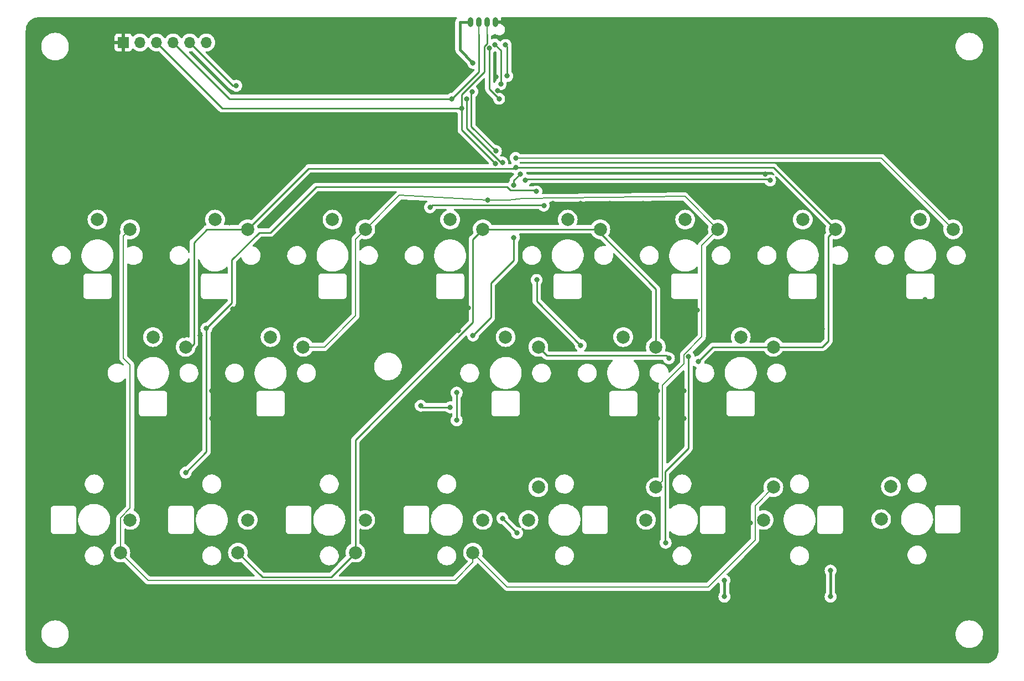
<source format=gbr>
%TF.GenerationSoftware,KiCad,Pcbnew,6.0.9-8da3e8f707~117~ubuntu22.04.1*%
%TF.CreationDate,2022-12-08T14:13:31-05:00*%
%TF.ProjectId,keyboard_matrix,6b657962-6f61-4726-945f-6d6174726978,rev?*%
%TF.SameCoordinates,Original*%
%TF.FileFunction,Copper,L1,Top*%
%TF.FilePolarity,Positive*%
%FSLAX46Y46*%
G04 Gerber Fmt 4.6, Leading zero omitted, Abs format (unit mm)*
G04 Created by KiCad (PCBNEW 6.0.9-8da3e8f707~117~ubuntu22.04.1) date 2022-12-08 14:13:31*
%MOMM*%
%LPD*%
G01*
G04 APERTURE LIST*
%TA.AperFunction,ComponentPad*%
%ADD10R,1.700000X1.700000*%
%TD*%
%TA.AperFunction,ComponentPad*%
%ADD11O,1.700000X1.700000*%
%TD*%
%TA.AperFunction,ComponentPad*%
%ADD12C,2.000000*%
%TD*%
%TA.AperFunction,SMDPad,CuDef*%
%ADD13O,0.800000X1.500000*%
%TD*%
%TA.AperFunction,ViaPad*%
%ADD14C,0.800000*%
%TD*%
%TA.AperFunction,ViaPad*%
%ADD15C,0.700000*%
%TD*%
%TA.AperFunction,Conductor*%
%ADD16C,0.400000*%
%TD*%
%TA.AperFunction,Conductor*%
%ADD17C,0.250000*%
%TD*%
%TA.AperFunction,Conductor*%
%ADD18C,0.150000*%
%TD*%
%TA.AperFunction,Conductor*%
%ADD19C,0.200000*%
%TD*%
G04 APERTURE END LIST*
D10*
%TO.P,J10,1,Pin_1*%
%TO.N,GND*%
X85460000Y-64375000D03*
D11*
%TO.P,J10,2,Pin_2*%
%TO.N,3.3V_UNF*%
X88000000Y-64375000D03*
%TO.P,J10,3,Pin_3*%
%TO.N,I2C_SCL*%
X90540000Y-64375000D03*
%TO.P,J10,4,Pin_4*%
%TO.N,I2C_SDA*%
X93080000Y-64375000D03*
%TO.P,J10,5,Pin_5*%
%TO.N,INT*%
X95620000Y-64375000D03*
%TO.P,J10,6,Pin_6*%
%TO.N,5V_UNF*%
X98160000Y-64375000D03*
%TD*%
D12*
%TO.P,SW202,*%
%TO.N,*%
X99500000Y-91500000D03*
%TO.P,SW202,6*%
%TO.N,COL_O*%
X104500000Y-93000000D03*
%TD*%
%TO.P,SW208,*%
%TO.N,*%
X207500000Y-91500000D03*
%TO.P,SW208,6*%
%TO.N,COL_P*%
X212500000Y-93000000D03*
%TD*%
%TO.P,SW201,*%
%TO.N,*%
X81500000Y-91500000D03*
%TO.P,SW201,6*%
%TO.N,COL_P*%
X86500000Y-93000000D03*
%TD*%
%TO.P,SW301,*%
%TO.N,*%
X86500000Y-137500000D03*
%TO.P,SW301,6*%
%TO.N,COL_P*%
X85000000Y-142500000D03*
%TD*%
%TO.P,SW307,*%
%TO.N,*%
X144000000Y-109500000D03*
%TO.P,SW307,6*%
%TO.N,COL_O*%
X149000000Y-111000000D03*
%TD*%
%TO.P,SW308,*%
%TO.N,*%
X147500000Y-137500000D03*
%TO.P,SW308,6*%
%TO.N,COL_N*%
X149000000Y-132500000D03*
%TD*%
%TO.P,SW303,*%
%TO.N,*%
X104500000Y-137500000D03*
%TO.P,SW303,6*%
%TO.N,COL_M*%
X103000000Y-142500000D03*
%TD*%
%TO.P,SW312,*%
%TO.N,*%
X183500000Y-137500000D03*
%TO.P,SW312,6*%
%TO.N,COL_P*%
X185000000Y-132500000D03*
%TD*%
%TO.P,SW304,*%
%TO.N,*%
X108000000Y-109500000D03*
%TO.P,SW304,6*%
%TO.N,COL_N*%
X113000000Y-111000000D03*
%TD*%
%TO.P,SW309,*%
%TO.N,*%
X162000000Y-109500000D03*
%TO.P,SW309,6*%
%TO.N,COL_M*%
X167000000Y-111000000D03*
%TD*%
%TO.P,SW302,*%
%TO.N,*%
X90000000Y-109500000D03*
%TO.P,SW302,6*%
%TO.N,COL_O*%
X95000000Y-111000000D03*
%TD*%
%TO.P,SW203,*%
%TO.N,*%
X117500000Y-91500000D03*
%TO.P,SW203,6*%
%TO.N,COL_N*%
X122500000Y-93000000D03*
%TD*%
D13*
%TO.P,J11,1,Vcc*%
%TO.N,3.3V_UNF*%
X138595000Y-61270500D03*
%TO.P,J11,3*%
%TO.N,I2C_SDA*%
X139865000Y-61270500D03*
%TO.P,J11,5*%
%TO.N,I2C_SCL*%
X141135000Y-61270500D03*
%TO.P,J11,7,GND*%
%TO.N,GND*%
X142405000Y-61270500D03*
%TD*%
D12*
%TO.P,SW310,*%
%TO.N,*%
X165500000Y-137500000D03*
%TO.P,SW310,6*%
%TO.N,COL_N*%
X167000000Y-132500000D03*
%TD*%
%TO.P,SW306,*%
%TO.N,*%
X140500000Y-137500000D03*
%TO.P,SW306,6*%
%TO.N,COL_P*%
X139000000Y-142500000D03*
%TD*%
%TO.P,SW313,*%
%TO.N,*%
X201500000Y-137385000D03*
%TO.P,SW313,6*%
%TO.N,COL_Q*%
X203000000Y-132385000D03*
%TD*%
%TO.P,SW205,*%
%TO.N,*%
X153500000Y-91500000D03*
%TO.P,SW205,6*%
%TO.N,COL_M*%
X158500000Y-93000000D03*
%TD*%
%TO.P,SW311,*%
%TO.N,*%
X180000000Y-109500000D03*
%TO.P,SW311,6*%
%TO.N,COL_O*%
X185000000Y-111000000D03*
%TD*%
%TO.P,SW204,*%
%TO.N,*%
X135500000Y-91500000D03*
%TO.P,SW204,6*%
%TO.N,COL_M*%
X140500000Y-93000000D03*
%TD*%
%TO.P,SW206,*%
%TO.N,*%
X171500000Y-91500000D03*
%TO.P,SW206,6*%
%TO.N,COL_N*%
X176500000Y-93000000D03*
%TD*%
%TO.P,SW305,*%
%TO.N,*%
X122500000Y-137500000D03*
%TO.P,SW305,6*%
%TO.N,COL_M*%
X121000000Y-142500000D03*
%TD*%
%TO.P,SW207,*%
%TO.N,*%
X189500000Y-91500000D03*
%TO.P,SW207,6*%
%TO.N,COL_O*%
X194500000Y-93000000D03*
%TD*%
D14*
%TO.N,GND*%
X121000000Y-69250000D03*
X117775525Y-79525500D03*
X101000000Y-64500000D03*
X177750000Y-108500000D03*
X155500000Y-89000000D03*
X83750000Y-148250000D03*
X134750000Y-117750000D03*
X187750000Y-105000000D03*
X181500000Y-124250000D03*
X88250000Y-148250000D03*
X123250000Y-135500000D03*
X167250000Y-117750000D03*
X184500000Y-122000000D03*
X132250000Y-76250000D03*
X81750000Y-109250000D03*
X75500000Y-115750000D03*
X142750000Y-105000000D03*
X99512299Y-140824500D03*
X91250000Y-92000000D03*
X107750000Y-87750000D03*
X130750000Y-122000000D03*
X127000000Y-76250000D03*
D15*
X145750000Y-79750000D03*
D14*
X119500000Y-109250000D03*
X128250000Y-109250000D03*
X188750000Y-122000000D03*
D15*
X144250000Y-78250000D03*
X144250000Y-79750000D03*
D14*
X149000000Y-117750000D03*
X88250000Y-152750000D03*
X171275500Y-117750000D03*
X158500000Y-145000000D03*
X127000000Y-81724500D03*
X130500000Y-69250000D03*
X120000000Y-105000000D03*
X110000000Y-109250000D03*
X87500000Y-109250000D03*
X107750000Y-79500000D03*
X187750000Y-108250000D03*
X108250000Y-152750000D03*
X173350501Y-105378043D03*
X132250000Y-81724500D03*
X125250000Y-105000000D03*
X106500000Y-105000000D03*
X218000000Y-98250000D03*
X190000000Y-108250000D03*
X129000000Y-153000000D03*
X121000000Y-64500000D03*
X182500000Y-108500000D03*
X101750000Y-87750000D03*
X197750000Y-104750000D03*
X142525500Y-69667660D03*
X81500000Y-124000000D03*
X147000000Y-64750000D03*
X200000000Y-104750000D03*
X129000000Y-148500000D03*
X124500000Y-148500000D03*
X117750000Y-140824500D03*
X74500000Y-148250000D03*
X106250000Y-69250000D03*
X147000000Y-67750000D03*
X182000000Y-88500000D03*
X94750000Y-122000000D03*
X167250000Y-122000000D03*
X102750000Y-109250000D03*
X177250000Y-128500000D03*
X136724475Y-81724500D03*
X76000000Y-95000000D03*
X152250000Y-109250000D03*
X169750000Y-89000000D03*
X153250000Y-117750000D03*
X102000000Y-145000000D03*
X112500000Y-79500000D03*
X91750000Y-105000000D03*
X135750000Y-145000000D03*
X121500000Y-122000000D03*
X156750000Y-67750000D03*
X115750000Y-69250000D03*
X208250000Y-104750000D03*
X160250000Y-105000000D03*
X170750000Y-145000000D03*
X120250000Y-87750000D03*
X153250000Y-122000000D03*
X120000000Y-148500000D03*
X125750000Y-122000000D03*
X99500000Y-145000000D03*
X142754354Y-71729756D03*
X121500000Y-117750000D03*
X83750000Y-87750000D03*
X162250000Y-105000000D03*
X140750000Y-128500000D03*
X102010165Y-140824500D03*
X195250000Y-108250000D03*
X94750000Y-117750000D03*
X145000000Y-141000000D03*
X164000000Y-109750000D03*
X145000000Y-124250000D03*
X152250000Y-67750000D03*
X181500000Y-128500000D03*
X135750000Y-140824500D03*
X103750000Y-152750000D03*
X122250000Y-79500000D03*
X117250000Y-122000000D03*
X92000000Y-109250000D03*
X112750000Y-105000000D03*
X120000000Y-153000000D03*
X132750000Y-109250000D03*
X72750000Y-95000000D03*
X174250000Y-88500000D03*
X162750000Y-132000000D03*
X144974500Y-72482612D03*
X160000000Y-91500000D03*
X108250000Y-148250000D03*
X117250000Y-117750000D03*
X101750000Y-92000000D03*
X136734070Y-108491332D03*
X117775525Y-81750000D03*
X188750000Y-117750000D03*
X75500000Y-124000000D03*
X117775525Y-76275500D03*
X112500000Y-76250000D03*
X110750000Y-69250000D03*
X83750000Y-152750000D03*
X145500000Y-70500000D03*
X122250000Y-145000000D03*
X94750000Y-109250000D03*
X89000000Y-124000000D03*
X165000000Y-89000000D03*
X97250000Y-109250000D03*
X125750000Y-117750000D03*
X192250000Y-84500000D03*
X177250000Y-124250000D03*
X160000000Y-89000000D03*
X115250000Y-109250000D03*
X107750000Y-82500000D03*
X164037458Y-104947746D03*
X183750000Y-84500000D03*
X146750000Y-105000000D03*
X84250000Y-109250000D03*
X104750000Y-105000000D03*
X170750000Y-140750000D03*
X140750000Y-124250000D03*
X151250000Y-89000000D03*
X182000000Y-92750000D03*
D15*
X145750000Y-78250000D03*
D14*
X113000000Y-117750000D03*
X174250000Y-92750000D03*
X140000000Y-145000000D03*
X125500000Y-69250000D03*
X127000000Y-79500000D03*
X170500000Y-109250000D03*
X152250000Y-64750000D03*
X129500000Y-105000000D03*
X208250000Y-103750000D03*
X205250000Y-104750000D03*
X191750000Y-105000000D03*
X122250000Y-76250000D03*
X155500000Y-91500000D03*
X113000000Y-122000000D03*
X176250000Y-145000000D03*
X138250000Y-105000000D03*
X130750000Y-126250000D03*
X112500000Y-81750000D03*
X181500000Y-133750000D03*
X160250000Y-132000000D03*
X102187299Y-105187299D03*
X120250000Y-91500000D03*
X192250000Y-88500000D03*
X192250000Y-92750000D03*
X132250000Y-79500000D03*
X124000000Y-109250000D03*
X206250000Y-84500000D03*
X202500000Y-104750000D03*
X99250000Y-148250000D03*
X181500000Y-138000000D03*
X75500000Y-119750000D03*
X83750000Y-92000000D03*
X151250000Y-105000000D03*
X107750000Y-76250000D03*
X184500000Y-105000000D03*
X201250000Y-130500000D03*
X97500000Y-105000000D03*
X152500000Y-140750000D03*
X145000000Y-135750000D03*
X156750000Y-64750000D03*
X200750000Y-139500000D03*
X99250000Y-152750000D03*
X212250000Y-98750000D03*
X134750000Y-122000000D03*
X124500000Y-153000000D03*
X103750000Y-148250000D03*
X122250000Y-81750000D03*
X107750000Y-92000000D03*
X160250000Y-137000000D03*
X171275500Y-122000000D03*
X149000000Y-122000000D03*
X91250000Y-87750000D03*
X134000000Y-105000000D03*
X94250000Y-105000000D03*
X99000000Y-122000000D03*
X106250000Y-64500000D03*
X160250000Y-134750000D03*
X180500000Y-105000000D03*
X152500000Y-145000000D03*
X99000000Y-117750000D03*
X141250000Y-109250000D03*
X192500000Y-108250000D03*
X184500000Y-117750000D03*
X79250000Y-152750000D03*
X162750000Y-134750000D03*
X150250000Y-109250000D03*
X79250000Y-148250000D03*
X125500000Y-64500000D03*
X102750000Y-76250000D03*
X155750000Y-109250000D03*
X145000000Y-128500000D03*
%TO.N,3.3V_UNF*%
X139000000Y-67500000D03*
%TO.N,I2C_SCL*%
X137275500Y-74460368D03*
X142399703Y-82924303D03*
%TO.N,I2C_SDA*%
X138025500Y-73000000D03*
X143500000Y-82750000D03*
X135750000Y-73000000D03*
%TO.N,INT*%
X142512299Y-80987701D03*
X102750000Y-71000000D03*
X138887299Y-71887299D03*
%TO.N,NRST*%
X141500000Y-65250000D03*
X143000000Y-73000000D03*
%TO.N,SWCLK*%
X142331637Y-64695576D03*
X143250000Y-70750000D03*
%TO.N,SWDIO*%
X144000000Y-64750000D03*
X144250000Y-69500000D03*
%TO.N,ROW_A*%
X149848343Y-89348343D03*
X132414553Y-89610045D03*
%TO.N,COL_N*%
X141250000Y-88500000D03*
%TO.N,COL_O*%
X173500000Y-113250000D03*
X169000000Y-112750000D03*
X145525500Y-83553908D03*
%TO.N,COL_P*%
X145525500Y-82059526D03*
%TO.N,ROW_C*%
X95000000Y-130250000D03*
X148698836Y-87191126D03*
X98175000Y-108175000D03*
%TO.N,ROW_D*%
X136500000Y-118000000D03*
X139000000Y-109250000D03*
X136500000Y-122250000D03*
X145750000Y-139500000D03*
X146250000Y-84500000D03*
X143500000Y-137250000D03*
X145250000Y-86250000D03*
X145250000Y-94250000D03*
%TO.N,ROW_E*%
X148750000Y-100750000D03*
X168500000Y-141000000D03*
X155500000Y-110750000D03*
X172000000Y-112500000D03*
%TO.N,Net-(SW304-Pad4)*%
X131000000Y-120000000D03*
X135500000Y-120250000D03*
%TO.N,COL_Q*%
X147025500Y-85445576D03*
X184500000Y-85500000D03*
%TO.N,+5V*%
X177500000Y-146750000D03*
X177500000Y-149250000D03*
X193750000Y-149250000D03*
X193750000Y-145250000D03*
%TD*%
D16*
%TO.N,3.3V_UNF*%
X137000000Y-61250000D02*
X137000000Y-65500000D01*
X138245000Y-61270500D02*
X138224500Y-61250000D01*
X138595000Y-61270500D02*
X138245000Y-61270500D01*
X138224500Y-61250000D02*
X137000000Y-61250000D01*
X137000000Y-65500000D02*
X139000000Y-67500000D01*
D17*
%TO.N,I2C_SCL*%
X90540000Y-64375000D02*
X100625368Y-74460368D01*
X100625368Y-74460368D02*
X137275500Y-74460368D01*
X137275500Y-74460368D02*
X137275500Y-72338810D01*
X141135000Y-64590402D02*
X141135000Y-63135000D01*
D18*
X141135000Y-63135000D02*
X141135000Y-61270500D01*
D17*
X137275500Y-72338810D02*
X140775500Y-68838810D01*
X137275500Y-77800100D02*
X137275500Y-74460368D01*
X140775500Y-68838810D02*
X140775500Y-64949902D01*
X140775500Y-64949902D02*
X141135000Y-64590402D01*
X142399703Y-82924303D02*
X137275500Y-77800100D01*
%TO.N,I2C_SDA*%
X143250000Y-82750000D02*
X143500000Y-82750000D01*
D18*
X139865000Y-61270500D02*
X139865000Y-63135000D01*
D17*
X138025500Y-77525500D02*
X143250000Y-82750000D01*
X135750000Y-73000000D02*
X101705000Y-73000000D01*
X139865000Y-68885000D02*
X135750000Y-73000000D01*
X101705000Y-73000000D02*
X93080000Y-64375000D01*
X138025500Y-73000000D02*
X138025500Y-77525500D01*
X139865000Y-68885000D02*
X139865000Y-63135000D01*
%TO.N,INT*%
X102750000Y-71000000D02*
X102245000Y-71000000D01*
X142512299Y-80987701D02*
X138750000Y-77225402D01*
X138750000Y-72024598D02*
X138887299Y-71887299D01*
X102245000Y-71000000D02*
X95620000Y-64375000D01*
X138750000Y-77225402D02*
X138750000Y-72024598D01*
%TO.N,NRST*%
X143000000Y-73000000D02*
X141500000Y-71500000D01*
X141500000Y-71500000D02*
X141500000Y-65250000D01*
%TO.N,SWCLK*%
X143250000Y-70750000D02*
X143250000Y-65613939D01*
X143250000Y-65613939D02*
X142331637Y-64695576D01*
%TO.N,SWDIO*%
X144250000Y-65000000D02*
X144000000Y-64750000D01*
X144250000Y-69500000D02*
X144250000Y-65000000D01*
%TO.N,ROW_A*%
X132774598Y-89250000D02*
X149750000Y-89250000D01*
X149750000Y-89250000D02*
X149848343Y-89348343D01*
X132414553Y-89610045D02*
X132774598Y-89250000D01*
%TO.N,COL_M*%
X106750000Y-146250000D02*
X117250000Y-146250000D01*
X167000000Y-111000000D02*
X167000000Y-102135690D01*
X139000000Y-94500000D02*
X140500000Y-93000000D01*
X121000000Y-125250000D02*
X139000000Y-107250000D01*
X121000000Y-142500000D02*
X121000000Y-125250000D01*
X140500000Y-93000000D02*
X158500000Y-93000000D01*
X158500000Y-93635690D02*
X158500000Y-93000000D01*
X117250000Y-146250000D02*
X121000000Y-142500000D01*
X167000000Y-102135690D02*
X158500000Y-93635690D01*
X139000000Y-107250000D02*
X139000000Y-94500000D01*
X103000000Y-142500000D02*
X106750000Y-146250000D01*
D19*
%TO.N,COL_N*%
X144500000Y-88500000D02*
X146550500Y-88250000D01*
X171449500Y-87949500D02*
X176500000Y-93000000D01*
X141250000Y-88500000D02*
X144500000Y-88500000D01*
X168000498Y-116899167D02*
X168000498Y-131499502D01*
X174050001Y-95449999D02*
X174050001Y-109460756D01*
X121000000Y-106250000D02*
X121000000Y-94500000D01*
X146550500Y-88250000D02*
X171449500Y-87949500D01*
X116250000Y-111000000D02*
X121000000Y-106250000D01*
X141250000Y-88500000D02*
X127724500Y-87775500D01*
X174050001Y-109460756D02*
X171300500Y-112210257D01*
X171300500Y-112210257D02*
X171300500Y-113599165D01*
X127724500Y-87775500D02*
X122500000Y-93000000D01*
X113000000Y-111000000D02*
X116250000Y-111000000D01*
X168000498Y-131499502D02*
X167000000Y-132500000D01*
X176500000Y-93000000D02*
X174050001Y-95449999D01*
X121000000Y-94500000D02*
X122500000Y-93000000D01*
X171300500Y-113599165D02*
X168000498Y-116899167D01*
D17*
%TO.N,COL_O*%
X192500000Y-111000000D02*
X193424999Y-110075001D01*
X175750000Y-111000000D02*
X185000000Y-111000000D01*
X95000000Y-111000000D02*
X95750000Y-111000000D01*
X173500000Y-113250000D02*
X175750000Y-111000000D01*
X150325000Y-112325000D02*
X168575000Y-112325000D01*
X168575000Y-112325000D02*
X169000000Y-112750000D01*
X96250000Y-95000000D02*
X98250000Y-93000000D01*
X96250000Y-110500000D02*
X96250000Y-95000000D01*
X149000000Y-111000000D02*
X150325000Y-112325000D01*
X185053908Y-83553908D02*
X145525500Y-83553908D01*
X194500000Y-93000000D02*
X185053908Y-83553908D01*
X98250000Y-93000000D02*
X104500000Y-93000000D01*
X95750000Y-111000000D02*
X96250000Y-110500000D01*
X113851197Y-83648803D02*
X145430605Y-83648803D01*
X104500000Y-93000000D02*
X113851197Y-83648803D01*
X193424999Y-110075001D02*
X193424999Y-94075001D01*
X145430605Y-83648803D02*
X145525500Y-83553908D01*
X185000000Y-111000000D02*
X192500000Y-111000000D01*
X193424999Y-94075001D02*
X194500000Y-93000000D01*
D19*
%TO.N,COL_P*%
X136250000Y-146750000D02*
X89250000Y-146750000D01*
X201559526Y-82059526D02*
X145525500Y-82059526D01*
X139000000Y-144000000D02*
X136250000Y-146750000D01*
X139000000Y-142500000D02*
X144250000Y-147750000D01*
X85449999Y-94050001D02*
X85449999Y-112699999D01*
X86500000Y-93000000D02*
X85449999Y-94050001D01*
X86500000Y-113750000D02*
X86500000Y-135661522D01*
X86500000Y-135661522D02*
X85000000Y-137161522D01*
X139000000Y-142500000D02*
X139000000Y-144000000D01*
X89250000Y-146750000D02*
X85000000Y-142500000D01*
X85449999Y-112699999D02*
X86500000Y-113750000D01*
X144250000Y-147750000D02*
X175000000Y-147750000D01*
X175000000Y-147750000D02*
X182200000Y-140550000D01*
X182200000Y-135300000D02*
X185000000Y-132500000D01*
X212500000Y-93000000D02*
X201559526Y-82059526D01*
X85000000Y-137161522D02*
X85000000Y-142500000D01*
X182200000Y-140550000D02*
X182200000Y-135300000D01*
D17*
%TO.N,ROW_C*%
X102075001Y-97697611D02*
X106272612Y-93500000D01*
X98175000Y-127075000D02*
X98175000Y-108175000D01*
X144750000Y-87000000D02*
X148507710Y-87000000D01*
X98175000Y-108175000D02*
X102075001Y-104274999D01*
X95000000Y-130250000D02*
X98175000Y-127075000D01*
X115000000Y-86500000D02*
X144250000Y-86500000D01*
X106272612Y-93500000D02*
X108000000Y-93500000D01*
X108000000Y-93500000D02*
X115000000Y-86500000D01*
X144250000Y-86500000D02*
X144750000Y-87000000D01*
X148507710Y-87000000D02*
X148698836Y-87191126D01*
X102075001Y-104274999D02*
X102075001Y-97697611D01*
%TO.N,ROW_D*%
X139000000Y-109250000D02*
X141750000Y-106500000D01*
X145250000Y-97750000D02*
X145250000Y-94250000D01*
X145250000Y-86250000D02*
X145250000Y-85500000D01*
X145250000Y-85500000D02*
X146250000Y-84500000D01*
X136500000Y-122250000D02*
X136500000Y-118000000D01*
X141750000Y-106500000D02*
X141750000Y-101250000D01*
X141750000Y-101250000D02*
X145250000Y-97750000D01*
X145750000Y-139500000D02*
X143500000Y-137250000D01*
%TO.N,ROW_E*%
X172000000Y-126500000D02*
X172000000Y-112500000D01*
X171750000Y-126750000D02*
X172000000Y-126500000D01*
X168424999Y-130075001D02*
X171750000Y-126750000D01*
X148750000Y-100750000D02*
X148750000Y-104000000D01*
X168500000Y-141000000D02*
X168424999Y-140924999D01*
X148750000Y-104000000D02*
X155500000Y-110750000D01*
X168424999Y-140924999D02*
X168424999Y-130075001D01*
%TO.N,Net-(SW304-Pad4)*%
X131250000Y-120250000D02*
X131000000Y-120000000D01*
X135500000Y-120250000D02*
X131250000Y-120250000D01*
%TO.N,COL_Q*%
X147195576Y-85275500D02*
X147025500Y-85445576D01*
X184500000Y-85500000D02*
X184275500Y-85275500D01*
X184275500Y-85275500D02*
X147195576Y-85275500D01*
D16*
%TO.N,+5V*%
X177500000Y-146750000D02*
X177500000Y-149250000D01*
X193750000Y-145250000D02*
X193750000Y-149250000D01*
%TD*%
%TA.AperFunction,Conductor*%
%TO.N,GND*%
G36*
X136498789Y-60528502D02*
G01*
X136545282Y-60582158D01*
X136555386Y-60652432D01*
X136524743Y-60718320D01*
X136513827Y-60730572D01*
X136505905Y-60739463D01*
X136494662Y-60750588D01*
X136475341Y-60767443D01*
X136475338Y-60767447D01*
X136469615Y-60772439D01*
X136465247Y-60778653D01*
X136465245Y-60778656D01*
X136447979Y-60803222D01*
X136438972Y-60814586D01*
X136413943Y-60842679D01*
X136410391Y-60849388D01*
X136410388Y-60849392D01*
X136398389Y-60872054D01*
X136390124Y-60885541D01*
X136375381Y-60906519D01*
X136371010Y-60912739D01*
X136368249Y-60919820D01*
X136368247Y-60919824D01*
X136357343Y-60947790D01*
X136351306Y-60960977D01*
X136337254Y-60987518D01*
X136333700Y-60994231D01*
X136331851Y-61001591D01*
X136331849Y-61001597D01*
X136325603Y-61026466D01*
X136320791Y-61041543D01*
X136308718Y-61072509D01*
X136307727Y-61080039D01*
X136307726Y-61080042D01*
X136303808Y-61109807D01*
X136301090Y-61124059D01*
X136291924Y-61160549D01*
X136291884Y-61168147D01*
X136291884Y-61168148D01*
X136291714Y-61200660D01*
X136291665Y-61202035D01*
X136291500Y-61203294D01*
X136291500Y-61241238D01*
X136291498Y-61241898D01*
X136291026Y-61332031D01*
X136291390Y-61333548D01*
X136291500Y-61335450D01*
X136291500Y-65471088D01*
X136291208Y-65479658D01*
X136287275Y-65537352D01*
X136288580Y-65544829D01*
X136288580Y-65544830D01*
X136298261Y-65600299D01*
X136299223Y-65606821D01*
X136306898Y-65670242D01*
X136309581Y-65677343D01*
X136310222Y-65679952D01*
X136314685Y-65696262D01*
X136315450Y-65698798D01*
X136316757Y-65706284D01*
X136319811Y-65713241D01*
X136342442Y-65764795D01*
X136344933Y-65770899D01*
X136367513Y-65830656D01*
X136371817Y-65836919D01*
X136373054Y-65839285D01*
X136381299Y-65854097D01*
X136382632Y-65856351D01*
X136385685Y-65863305D01*
X136417034Y-65904158D01*
X136424579Y-65913991D01*
X136428459Y-65919332D01*
X136460339Y-65965720D01*
X136460344Y-65965725D01*
X136464643Y-65971981D01*
X136470313Y-65977032D01*
X136470314Y-65977034D01*
X136511170Y-66013435D01*
X136516446Y-66018416D01*
X138065335Y-67567306D01*
X138099361Y-67629618D01*
X138101550Y-67643230D01*
X138106458Y-67689928D01*
X138165473Y-67871556D01*
X138260960Y-68036944D01*
X138388747Y-68178866D01*
X138543248Y-68291118D01*
X138549276Y-68293802D01*
X138549278Y-68293803D01*
X138711681Y-68366109D01*
X138717712Y-68368794D01*
X138811113Y-68388647D01*
X138898056Y-68407128D01*
X138898061Y-68407128D01*
X138904513Y-68408500D01*
X139095487Y-68408500D01*
X139095487Y-68408717D01*
X139162161Y-68420906D01*
X139214011Y-68469405D01*
X139231500Y-68533447D01*
X139231500Y-68570406D01*
X139211498Y-68638527D01*
X139194595Y-68659501D01*
X135799500Y-72054595D01*
X135737188Y-72088621D01*
X135710405Y-72091500D01*
X135654513Y-72091500D01*
X135648061Y-72092872D01*
X135648056Y-72092872D01*
X135561112Y-72111353D01*
X135467712Y-72131206D01*
X135461682Y-72133891D01*
X135461681Y-72133891D01*
X135299278Y-72206197D01*
X135299276Y-72206198D01*
X135293248Y-72208882D01*
X135138747Y-72321134D01*
X135134332Y-72326037D01*
X135129420Y-72330460D01*
X135128295Y-72329211D01*
X135074986Y-72362051D01*
X135041800Y-72366500D01*
X102019594Y-72366500D01*
X101951473Y-72346498D01*
X101930499Y-72329595D01*
X95551318Y-65950413D01*
X95517292Y-65888101D01*
X95522357Y-65817286D01*
X95564904Y-65760450D01*
X95631424Y-65735639D01*
X95645024Y-65735403D01*
X95661698Y-65736015D01*
X95676674Y-65736564D01*
X95676678Y-65736564D01*
X95681837Y-65736753D01*
X95686957Y-65736097D01*
X95686959Y-65736097D01*
X95898288Y-65709025D01*
X95898289Y-65709025D01*
X95903416Y-65708368D01*
X95908367Y-65706883D01*
X95908370Y-65706882D01*
X95949829Y-65694444D01*
X96020825Y-65694028D01*
X96075131Y-65726035D01*
X101741348Y-71392253D01*
X101748888Y-71400539D01*
X101753000Y-71407018D01*
X101758777Y-71412443D01*
X101802651Y-71453643D01*
X101805493Y-71456398D01*
X101825230Y-71476135D01*
X101828427Y-71478615D01*
X101837447Y-71486318D01*
X101869679Y-71516586D01*
X101876625Y-71520405D01*
X101876628Y-71520407D01*
X101887434Y-71526348D01*
X101903953Y-71537199D01*
X101919959Y-71549614D01*
X101927228Y-71552759D01*
X101927232Y-71552762D01*
X101960537Y-71567174D01*
X101971187Y-71572391D01*
X102009940Y-71593695D01*
X102017615Y-71595666D01*
X102017616Y-71595666D01*
X102029562Y-71598733D01*
X102048269Y-71605138D01*
X102062531Y-71611310D01*
X102106124Y-71642635D01*
X102133049Y-71672537D01*
X102138747Y-71678866D01*
X102144089Y-71682747D01*
X102144091Y-71682749D01*
X102277344Y-71779563D01*
X102293248Y-71791118D01*
X102299276Y-71793802D01*
X102299278Y-71793803D01*
X102432927Y-71853307D01*
X102467712Y-71868794D01*
X102554771Y-71887299D01*
X102648056Y-71907128D01*
X102648061Y-71907128D01*
X102654513Y-71908500D01*
X102845487Y-71908500D01*
X102851939Y-71907128D01*
X102851944Y-71907128D01*
X102945229Y-71887299D01*
X103032288Y-71868794D01*
X103067073Y-71853307D01*
X103200722Y-71793803D01*
X103200724Y-71793802D01*
X103206752Y-71791118D01*
X103234404Y-71771028D01*
X103268875Y-71745983D01*
X103361253Y-71678866D01*
X103372685Y-71666170D01*
X103484621Y-71541852D01*
X103484622Y-71541851D01*
X103489040Y-71536944D01*
X103584527Y-71371556D01*
X103643542Y-71189928D01*
X103648360Y-71144093D01*
X103662814Y-71006565D01*
X103663504Y-71000000D01*
X103656636Y-70934651D01*
X103644232Y-70816635D01*
X103644232Y-70816633D01*
X103643542Y-70810072D01*
X103584527Y-70628444D01*
X103489040Y-70463056D01*
X103361253Y-70321134D01*
X103206752Y-70208882D01*
X103200724Y-70206198D01*
X103200722Y-70206197D01*
X103038319Y-70133891D01*
X103038318Y-70133891D01*
X103032288Y-70131206D01*
X102938888Y-70111353D01*
X102851944Y-70092872D01*
X102851939Y-70092872D01*
X102845487Y-70091500D01*
X102654513Y-70091500D01*
X102648061Y-70092872D01*
X102648056Y-70092872D01*
X102541146Y-70115597D01*
X102467712Y-70131206D01*
X102461679Y-70133892D01*
X102461676Y-70133893D01*
X102442180Y-70142573D01*
X102411479Y-70156242D01*
X102341114Y-70165677D01*
X102276816Y-70135571D01*
X102271136Y-70130231D01*
X98091318Y-65950413D01*
X98057292Y-65888101D01*
X98062357Y-65817286D01*
X98104904Y-65760450D01*
X98171424Y-65735639D01*
X98185024Y-65735403D01*
X98201698Y-65736015D01*
X98216674Y-65736564D01*
X98216678Y-65736564D01*
X98221837Y-65736753D01*
X98226957Y-65736097D01*
X98226959Y-65736097D01*
X98438288Y-65709025D01*
X98438289Y-65709025D01*
X98443416Y-65708368D01*
X98448369Y-65706882D01*
X98652429Y-65645661D01*
X98652434Y-65645659D01*
X98657384Y-65644174D01*
X98857994Y-65545896D01*
X99039860Y-65416173D01*
X99198096Y-65258489D01*
X99328453Y-65077077D01*
X99331982Y-65069938D01*
X99425136Y-64881453D01*
X99425137Y-64881451D01*
X99427430Y-64876811D01*
X99492370Y-64663069D01*
X99521529Y-64441590D01*
X99521611Y-64438240D01*
X99523074Y-64378365D01*
X99523074Y-64378361D01*
X99523156Y-64375000D01*
X99504852Y-64152361D01*
X99450431Y-63935702D01*
X99361354Y-63730840D01*
X99321906Y-63669862D01*
X99242822Y-63547617D01*
X99242820Y-63547614D01*
X99240014Y-63543277D01*
X99089670Y-63378051D01*
X99085619Y-63374852D01*
X99085615Y-63374848D01*
X98918414Y-63242800D01*
X98918410Y-63242798D01*
X98914359Y-63239598D01*
X98718789Y-63131638D01*
X98713920Y-63129914D01*
X98713916Y-63129912D01*
X98513087Y-63058795D01*
X98513083Y-63058794D01*
X98508212Y-63057069D01*
X98503119Y-63056162D01*
X98503116Y-63056161D01*
X98293373Y-63018800D01*
X98293367Y-63018799D01*
X98288284Y-63017894D01*
X98214452Y-63016992D01*
X98070081Y-63015228D01*
X98070079Y-63015228D01*
X98064911Y-63015165D01*
X97844091Y-63048955D01*
X97631756Y-63118357D01*
X97433607Y-63221507D01*
X97429474Y-63224610D01*
X97429471Y-63224612D01*
X97259100Y-63352530D01*
X97254965Y-63355635D01*
X97100629Y-63517138D01*
X96993201Y-63674621D01*
X96938293Y-63719621D01*
X96867768Y-63727792D01*
X96804021Y-63696538D01*
X96783324Y-63672054D01*
X96702822Y-63547617D01*
X96702820Y-63547614D01*
X96700014Y-63543277D01*
X96549670Y-63378051D01*
X96545619Y-63374852D01*
X96545615Y-63374848D01*
X96378414Y-63242800D01*
X96378410Y-63242798D01*
X96374359Y-63239598D01*
X96178789Y-63131638D01*
X96173920Y-63129914D01*
X96173916Y-63129912D01*
X95973087Y-63058795D01*
X95973083Y-63058794D01*
X95968212Y-63057069D01*
X95963119Y-63056162D01*
X95963116Y-63056161D01*
X95753373Y-63018800D01*
X95753367Y-63018799D01*
X95748284Y-63017894D01*
X95674452Y-63016992D01*
X95530081Y-63015228D01*
X95530079Y-63015228D01*
X95524911Y-63015165D01*
X95304091Y-63048955D01*
X95091756Y-63118357D01*
X94893607Y-63221507D01*
X94889474Y-63224610D01*
X94889471Y-63224612D01*
X94719100Y-63352530D01*
X94714965Y-63355635D01*
X94560629Y-63517138D01*
X94453201Y-63674621D01*
X94398293Y-63719621D01*
X94327768Y-63727792D01*
X94264021Y-63696538D01*
X94243324Y-63672054D01*
X94162822Y-63547617D01*
X94162820Y-63547614D01*
X94160014Y-63543277D01*
X94009670Y-63378051D01*
X94005619Y-63374852D01*
X94005615Y-63374848D01*
X93838414Y-63242800D01*
X93838410Y-63242798D01*
X93834359Y-63239598D01*
X93638789Y-63131638D01*
X93633920Y-63129914D01*
X93633916Y-63129912D01*
X93433087Y-63058795D01*
X93433083Y-63058794D01*
X93428212Y-63057069D01*
X93423119Y-63056162D01*
X93423116Y-63056161D01*
X93213373Y-63018800D01*
X93213367Y-63018799D01*
X93208284Y-63017894D01*
X93134452Y-63016992D01*
X92990081Y-63015228D01*
X92990079Y-63015228D01*
X92984911Y-63015165D01*
X92764091Y-63048955D01*
X92551756Y-63118357D01*
X92353607Y-63221507D01*
X92349474Y-63224610D01*
X92349471Y-63224612D01*
X92179100Y-63352530D01*
X92174965Y-63355635D01*
X92020629Y-63517138D01*
X91913201Y-63674621D01*
X91858293Y-63719621D01*
X91787768Y-63727792D01*
X91724021Y-63696538D01*
X91703324Y-63672054D01*
X91622822Y-63547617D01*
X91622820Y-63547614D01*
X91620014Y-63543277D01*
X91469670Y-63378051D01*
X91465619Y-63374852D01*
X91465615Y-63374848D01*
X91298414Y-63242800D01*
X91298410Y-63242798D01*
X91294359Y-63239598D01*
X91098789Y-63131638D01*
X91093920Y-63129914D01*
X91093916Y-63129912D01*
X90893087Y-63058795D01*
X90893083Y-63058794D01*
X90888212Y-63057069D01*
X90883119Y-63056162D01*
X90883116Y-63056161D01*
X90673373Y-63018800D01*
X90673367Y-63018799D01*
X90668284Y-63017894D01*
X90594452Y-63016992D01*
X90450081Y-63015228D01*
X90450079Y-63015228D01*
X90444911Y-63015165D01*
X90224091Y-63048955D01*
X90011756Y-63118357D01*
X89813607Y-63221507D01*
X89809474Y-63224610D01*
X89809471Y-63224612D01*
X89639100Y-63352530D01*
X89634965Y-63355635D01*
X89480629Y-63517138D01*
X89373201Y-63674621D01*
X89318293Y-63719621D01*
X89247768Y-63727792D01*
X89184021Y-63696538D01*
X89163324Y-63672054D01*
X89082822Y-63547617D01*
X89082820Y-63547614D01*
X89080014Y-63543277D01*
X88929670Y-63378051D01*
X88925619Y-63374852D01*
X88925615Y-63374848D01*
X88758414Y-63242800D01*
X88758410Y-63242798D01*
X88754359Y-63239598D01*
X88558789Y-63131638D01*
X88553920Y-63129914D01*
X88553916Y-63129912D01*
X88353087Y-63058795D01*
X88353083Y-63058794D01*
X88348212Y-63057069D01*
X88343119Y-63056162D01*
X88343116Y-63056161D01*
X88133373Y-63018800D01*
X88133367Y-63018799D01*
X88128284Y-63017894D01*
X88054452Y-63016992D01*
X87910081Y-63015228D01*
X87910079Y-63015228D01*
X87904911Y-63015165D01*
X87684091Y-63048955D01*
X87471756Y-63118357D01*
X87273607Y-63221507D01*
X87269474Y-63224610D01*
X87269471Y-63224612D01*
X87099100Y-63352530D01*
X87094965Y-63355635D01*
X87091393Y-63359373D01*
X87013898Y-63440466D01*
X86952374Y-63475895D01*
X86881462Y-63472438D01*
X86823676Y-63431192D01*
X86804823Y-63397644D01*
X86763324Y-63286946D01*
X86754786Y-63271351D01*
X86678285Y-63169276D01*
X86665724Y-63156715D01*
X86563649Y-63080214D01*
X86548054Y-63071676D01*
X86427606Y-63026522D01*
X86412351Y-63022895D01*
X86361486Y-63017369D01*
X86354672Y-63017000D01*
X85732115Y-63017000D01*
X85716876Y-63021475D01*
X85715671Y-63022865D01*
X85714000Y-63030548D01*
X85714000Y-65714884D01*
X85718475Y-65730123D01*
X85719865Y-65731328D01*
X85727548Y-65732999D01*
X86354669Y-65732999D01*
X86361490Y-65732629D01*
X86412352Y-65727105D01*
X86427604Y-65723479D01*
X86548054Y-65678324D01*
X86563649Y-65669786D01*
X86665724Y-65593285D01*
X86678285Y-65580724D01*
X86754786Y-65478649D01*
X86763324Y-65463054D01*
X86804225Y-65353952D01*
X86846867Y-65297188D01*
X86913428Y-65272488D01*
X86982777Y-65287696D01*
X87017444Y-65315684D01*
X87042865Y-65345031D01*
X87042869Y-65345035D01*
X87046250Y-65348938D01*
X87218126Y-65491632D01*
X87411000Y-65604338D01*
X87415825Y-65606180D01*
X87415826Y-65606181D01*
X87456089Y-65621556D01*
X87619692Y-65684030D01*
X87624760Y-65685061D01*
X87624763Y-65685062D01*
X87729073Y-65706284D01*
X87838597Y-65728567D01*
X87843772Y-65728757D01*
X87843774Y-65728757D01*
X88056673Y-65736564D01*
X88056677Y-65736564D01*
X88061837Y-65736753D01*
X88066957Y-65736097D01*
X88066959Y-65736097D01*
X88278288Y-65709025D01*
X88278289Y-65709025D01*
X88283416Y-65708368D01*
X88288369Y-65706882D01*
X88492429Y-65645661D01*
X88492434Y-65645659D01*
X88497384Y-65644174D01*
X88697994Y-65545896D01*
X88879860Y-65416173D01*
X89038096Y-65258489D01*
X89168453Y-65077077D01*
X89169776Y-65078028D01*
X89216645Y-65034857D01*
X89286580Y-65022625D01*
X89352026Y-65050144D01*
X89379875Y-65081994D01*
X89439987Y-65180088D01*
X89586250Y-65348938D01*
X89758126Y-65491632D01*
X89951000Y-65604338D01*
X89955825Y-65606180D01*
X89955826Y-65606181D01*
X89996089Y-65621556D01*
X90159692Y-65684030D01*
X90164760Y-65685061D01*
X90164763Y-65685062D01*
X90269073Y-65706284D01*
X90378597Y-65728567D01*
X90383772Y-65728757D01*
X90383774Y-65728757D01*
X90596673Y-65736564D01*
X90596677Y-65736564D01*
X90601837Y-65736753D01*
X90606957Y-65736097D01*
X90606959Y-65736097D01*
X90818288Y-65709025D01*
X90818289Y-65709025D01*
X90823416Y-65708368D01*
X90828367Y-65706883D01*
X90828370Y-65706882D01*
X90869829Y-65694444D01*
X90940825Y-65694028D01*
X90995131Y-65726035D01*
X100121711Y-74852615D01*
X100129255Y-74860905D01*
X100133368Y-74867386D01*
X100139145Y-74872811D01*
X100183035Y-74914026D01*
X100185877Y-74916781D01*
X100205598Y-74936502D01*
X100208793Y-74938980D01*
X100217815Y-74946686D01*
X100250047Y-74976954D01*
X100256996Y-74980774D01*
X100267800Y-74986714D01*
X100284324Y-74997567D01*
X100300327Y-75009981D01*
X100340911Y-75027544D01*
X100351541Y-75032751D01*
X100390308Y-75054063D01*
X100397985Y-75056034D01*
X100397990Y-75056036D01*
X100409926Y-75059100D01*
X100428634Y-75065505D01*
X100447223Y-75073549D01*
X100455051Y-75074789D01*
X100455058Y-75074791D01*
X100490892Y-75080467D01*
X100502512Y-75082873D01*
X100537657Y-75091896D01*
X100545338Y-75093868D01*
X100565592Y-75093868D01*
X100585302Y-75095419D01*
X100605311Y-75098588D01*
X100613203Y-75097842D01*
X100649329Y-75094427D01*
X100661187Y-75093868D01*
X136516000Y-75093868D01*
X136584121Y-75113870D01*
X136630614Y-75167526D01*
X136642000Y-75219868D01*
X136642000Y-77721333D01*
X136641473Y-77732516D01*
X136639798Y-77740009D01*
X136640047Y-77747935D01*
X136640047Y-77747936D01*
X136641938Y-77808086D01*
X136642000Y-77812045D01*
X136642000Y-77839956D01*
X136642497Y-77843890D01*
X136642497Y-77843891D01*
X136642505Y-77843956D01*
X136643438Y-77855793D01*
X136644827Y-77899989D01*
X136650478Y-77919439D01*
X136654487Y-77938800D01*
X136657026Y-77958897D01*
X136659945Y-77966268D01*
X136659945Y-77966270D01*
X136673304Y-78000012D01*
X136677149Y-78011242D01*
X136689482Y-78053693D01*
X136693515Y-78060512D01*
X136693517Y-78060517D01*
X136699793Y-78071128D01*
X136708488Y-78088876D01*
X136715948Y-78107717D01*
X136720610Y-78114133D01*
X136720610Y-78114134D01*
X136741936Y-78143487D01*
X136748452Y-78153407D01*
X136770958Y-78191462D01*
X136785279Y-78205783D01*
X136798119Y-78220816D01*
X136810028Y-78237207D01*
X136816134Y-78242258D01*
X136844105Y-78265398D01*
X136852884Y-78273388D01*
X141379704Y-82800208D01*
X141413730Y-82862520D01*
X141408665Y-82933335D01*
X141366118Y-82990171D01*
X141299598Y-83014982D01*
X141290609Y-83015303D01*
X113929965Y-83015303D01*
X113918782Y-83014776D01*
X113911289Y-83013101D01*
X113903363Y-83013350D01*
X113903362Y-83013350D01*
X113843199Y-83015241D01*
X113839241Y-83015303D01*
X113811341Y-83015303D01*
X113807351Y-83015807D01*
X113795517Y-83016739D01*
X113751308Y-83018129D01*
X113743692Y-83020342D01*
X113743690Y-83020342D01*
X113731849Y-83023782D01*
X113712490Y-83027791D01*
X113711180Y-83027957D01*
X113692400Y-83030329D01*
X113685034Y-83033245D01*
X113685028Y-83033247D01*
X113651295Y-83046603D01*
X113640065Y-83050448D01*
X113605214Y-83060573D01*
X113597604Y-83062784D01*
X113590781Y-83066819D01*
X113580163Y-83073098D01*
X113562410Y-83081795D01*
X113554765Y-83084822D01*
X113543580Y-83089251D01*
X113530266Y-83098924D01*
X113507809Y-83115240D01*
X113497892Y-83121754D01*
X113459835Y-83144261D01*
X113445514Y-83158582D01*
X113430481Y-83171422D01*
X113414090Y-83183331D01*
X113409039Y-83189437D01*
X113385899Y-83217408D01*
X113377909Y-83226187D01*
X105078459Y-91525636D01*
X105016147Y-91559662D01*
X104959951Y-91559060D01*
X104907104Y-91546373D01*
X104741524Y-91506620D01*
X104741518Y-91506619D01*
X104736711Y-91505465D01*
X104500000Y-91486835D01*
X104263289Y-91505465D01*
X104258482Y-91506619D01*
X104258476Y-91506620D01*
X104112609Y-91541640D01*
X104032406Y-91560895D01*
X104027835Y-91562788D01*
X104027833Y-91562789D01*
X103817611Y-91649865D01*
X103817607Y-91649867D01*
X103813037Y-91651760D01*
X103808817Y-91654346D01*
X103614798Y-91773241D01*
X103614792Y-91773245D01*
X103610584Y-91775824D01*
X103430031Y-91930031D01*
X103275824Y-92110584D01*
X103273245Y-92114792D01*
X103273241Y-92114798D01*
X103155867Y-92306335D01*
X103103219Y-92353966D01*
X103048434Y-92366500D01*
X100961939Y-92366500D01*
X100893818Y-92346498D01*
X100847325Y-92292842D01*
X100837221Y-92222568D01*
X100848478Y-92187062D01*
X100848240Y-92186963D01*
X100849390Y-92184188D01*
X100849392Y-92184182D01*
X100939105Y-91967594D01*
X100994535Y-91736711D01*
X101013165Y-91500000D01*
X100994535Y-91263289D01*
X100939105Y-91032406D01*
X100848240Y-90813037D01*
X100845654Y-90808817D01*
X100726759Y-90614798D01*
X100726755Y-90614792D01*
X100724176Y-90610584D01*
X100569969Y-90430031D01*
X100389416Y-90275824D01*
X100385208Y-90273245D01*
X100385202Y-90273241D01*
X100191183Y-90154346D01*
X100186963Y-90151760D01*
X100182393Y-90149867D01*
X100182389Y-90149865D01*
X99972167Y-90062789D01*
X99972165Y-90062788D01*
X99967594Y-90060895D01*
X99887391Y-90041640D01*
X99741524Y-90006620D01*
X99741518Y-90006619D01*
X99736711Y-90005465D01*
X99500000Y-89986835D01*
X99263289Y-90005465D01*
X99258482Y-90006619D01*
X99258476Y-90006620D01*
X99112609Y-90041640D01*
X99032406Y-90060895D01*
X99027835Y-90062788D01*
X99027833Y-90062789D01*
X98817611Y-90149865D01*
X98817607Y-90149867D01*
X98813037Y-90151760D01*
X98808817Y-90154346D01*
X98614798Y-90273241D01*
X98614792Y-90273245D01*
X98610584Y-90275824D01*
X98430031Y-90430031D01*
X98275824Y-90610584D01*
X98273245Y-90614792D01*
X98273241Y-90614798D01*
X98154346Y-90808817D01*
X98151760Y-90813037D01*
X98060895Y-91032406D01*
X98005465Y-91263289D01*
X97986835Y-91500000D01*
X98005465Y-91736711D01*
X98060895Y-91967594D01*
X98151760Y-92186963D01*
X98154346Y-92191183D01*
X98154348Y-92191186D01*
X98157959Y-92197080D01*
X98176494Y-92265615D01*
X98155034Y-92333290D01*
X98100393Y-92378621D01*
X98092288Y-92381389D01*
X98091203Y-92381526D01*
X98086911Y-92383225D01*
X98086903Y-92383228D01*
X98050097Y-92397800D01*
X98038869Y-92401645D01*
X97996407Y-92413982D01*
X97989584Y-92418017D01*
X97989582Y-92418018D01*
X97978972Y-92424293D01*
X97961224Y-92432988D01*
X97942383Y-92440448D01*
X97935967Y-92445110D01*
X97935966Y-92445110D01*
X97906613Y-92466436D01*
X97896693Y-92472952D01*
X97865465Y-92491420D01*
X97865462Y-92491422D01*
X97858638Y-92495458D01*
X97844317Y-92509779D01*
X97829284Y-92522619D01*
X97812893Y-92534528D01*
X97807842Y-92540634D01*
X97784702Y-92568605D01*
X97776712Y-92577384D01*
X95857747Y-94496348D01*
X95849461Y-94503888D01*
X95842982Y-94508000D01*
X95837557Y-94513777D01*
X95796357Y-94557651D01*
X95793602Y-94560493D01*
X95773865Y-94580230D01*
X95771385Y-94583427D01*
X95763682Y-94592447D01*
X95733414Y-94624679D01*
X95729595Y-94631625D01*
X95729593Y-94631628D01*
X95723652Y-94642434D01*
X95712801Y-94658953D01*
X95700386Y-94674959D01*
X95697241Y-94682228D01*
X95697238Y-94682232D01*
X95682826Y-94715537D01*
X95677609Y-94726187D01*
X95656305Y-94764940D01*
X95654334Y-94772615D01*
X95654334Y-94772616D01*
X95651267Y-94784562D01*
X95644863Y-94803266D01*
X95644237Y-94804714D01*
X95636819Y-94821855D01*
X95635580Y-94829678D01*
X95635577Y-94829688D01*
X95629901Y-94865524D01*
X95627495Y-94877144D01*
X95620560Y-94904158D01*
X95616500Y-94919970D01*
X95616500Y-94940224D01*
X95614949Y-94959934D01*
X95611780Y-94979943D01*
X95612526Y-94987835D01*
X95615941Y-95023961D01*
X95616500Y-95035819D01*
X95616500Y-96485532D01*
X95596498Y-96553653D01*
X95542842Y-96600146D01*
X95472568Y-96610250D01*
X95407988Y-96580756D01*
X95370735Y-96524677D01*
X95357940Y-96485532D01*
X95341745Y-96435982D01*
X95336840Y-96426558D01*
X95233999Y-96229003D01*
X95233998Y-96229002D01*
X95231610Y-96224414D01*
X95206147Y-96190500D01*
X95091503Y-96037810D01*
X95091501Y-96037808D01*
X95088398Y-96033675D01*
X94915958Y-95868887D01*
X94718918Y-95734475D01*
X94610745Y-95684263D01*
X94507267Y-95636230D01*
X94507264Y-95636229D01*
X94502572Y-95634051D01*
X94272728Y-95570309D01*
X94267591Y-95569760D01*
X94081349Y-95549856D01*
X94081341Y-95549856D01*
X94078014Y-95549500D01*
X93939537Y-95549500D01*
X93936964Y-95549712D01*
X93936953Y-95549712D01*
X93767435Y-95563649D01*
X93767429Y-95563650D01*
X93762284Y-95564073D01*
X93658442Y-95590156D01*
X93535963Y-95620920D01*
X93535959Y-95620921D01*
X93530952Y-95622179D01*
X93526219Y-95624237D01*
X93526216Y-95624238D01*
X93316953Y-95715228D01*
X93316950Y-95715230D01*
X93312216Y-95717288D01*
X93111951Y-95846845D01*
X93108128Y-95850324D01*
X93108125Y-95850326D01*
X93057335Y-95896542D01*
X92935536Y-96007371D01*
X92932337Y-96011422D01*
X92932333Y-96011426D01*
X92790909Y-96190500D01*
X92787707Y-96194555D01*
X92672436Y-96403369D01*
X92670712Y-96408238D01*
X92670710Y-96408242D01*
X92594541Y-96623337D01*
X92592817Y-96628206D01*
X92586673Y-96662698D01*
X92563236Y-96794272D01*
X92550988Y-96863028D01*
X92548074Y-97101529D01*
X92584153Y-97337302D01*
X92658255Y-97564018D01*
X92660643Y-97568606D01*
X92660645Y-97568610D01*
X92740335Y-97721693D01*
X92768390Y-97775586D01*
X92771493Y-97779719D01*
X92771495Y-97779722D01*
X92903724Y-97955833D01*
X92911602Y-97966325D01*
X92977205Y-98029017D01*
X93058499Y-98106703D01*
X93084042Y-98131113D01*
X93088314Y-98134027D01*
X93088315Y-98134028D01*
X93173787Y-98192333D01*
X93281082Y-98265525D01*
X93333693Y-98289946D01*
X93492733Y-98363770D01*
X93492736Y-98363771D01*
X93497428Y-98365949D01*
X93727272Y-98429691D01*
X93732409Y-98430240D01*
X93918651Y-98450144D01*
X93918659Y-98450144D01*
X93921986Y-98450500D01*
X94060463Y-98450500D01*
X94063036Y-98450288D01*
X94063047Y-98450288D01*
X94232565Y-98436351D01*
X94232571Y-98436350D01*
X94237716Y-98435927D01*
X94353382Y-98406874D01*
X94464037Y-98379080D01*
X94464041Y-98379079D01*
X94469048Y-98377821D01*
X94473781Y-98375763D01*
X94473784Y-98375762D01*
X94683047Y-98284772D01*
X94683050Y-98284770D01*
X94687784Y-98282712D01*
X94888049Y-98153155D01*
X94909070Y-98134028D01*
X95060642Y-97996107D01*
X95060643Y-97996105D01*
X95064464Y-97992629D01*
X95067663Y-97988578D01*
X95067667Y-97988574D01*
X95209091Y-97809500D01*
X95209093Y-97809496D01*
X95212293Y-97805445D01*
X95215381Y-97799852D01*
X95259388Y-97720132D01*
X95327564Y-97596631D01*
X95340855Y-97559100D01*
X95371727Y-97471919D01*
X95413321Y-97414383D01*
X95479419Y-97388467D01*
X95549035Y-97402401D01*
X95600066Y-97451760D01*
X95616500Y-97513979D01*
X95616500Y-109436814D01*
X95596498Y-109504935D01*
X95542842Y-109551428D01*
X95472568Y-109561532D01*
X95461095Y-109559335D01*
X95359275Y-109534890D01*
X95241524Y-109506620D01*
X95241518Y-109506619D01*
X95236711Y-109505465D01*
X95000000Y-109486835D01*
X94763289Y-109505465D01*
X94758482Y-109506619D01*
X94758476Y-109506620D01*
X94612609Y-109541640D01*
X94532406Y-109560895D01*
X94527835Y-109562788D01*
X94527833Y-109562789D01*
X94317611Y-109649865D01*
X94317607Y-109649867D01*
X94313037Y-109651760D01*
X94308817Y-109654346D01*
X94114798Y-109773241D01*
X94114792Y-109773245D01*
X94110584Y-109775824D01*
X93930031Y-109930031D01*
X93775824Y-110110584D01*
X93773245Y-110114792D01*
X93773241Y-110114798D01*
X93658288Y-110302385D01*
X93651760Y-110313037D01*
X93649867Y-110317607D01*
X93649865Y-110317611D01*
X93567723Y-110515922D01*
X93560895Y-110532406D01*
X93541640Y-110612609D01*
X93510232Y-110743435D01*
X93505465Y-110763289D01*
X93486835Y-111000000D01*
X93505465Y-111236711D01*
X93560895Y-111467594D01*
X93562788Y-111472165D01*
X93562789Y-111472167D01*
X93638353Y-111654595D01*
X93651760Y-111686963D01*
X93654346Y-111691183D01*
X93773241Y-111885202D01*
X93773245Y-111885208D01*
X93775824Y-111889416D01*
X93930031Y-112069969D01*
X94110584Y-112224176D01*
X94114792Y-112226755D01*
X94114798Y-112226759D01*
X94297340Y-112338621D01*
X94313037Y-112348240D01*
X94317607Y-112350133D01*
X94317611Y-112350135D01*
X94527833Y-112437211D01*
X94532406Y-112439105D01*
X94612609Y-112458360D01*
X94758476Y-112493380D01*
X94758482Y-112493381D01*
X94763289Y-112494535D01*
X95000000Y-112513165D01*
X95236711Y-112494535D01*
X95241518Y-112493381D01*
X95241524Y-112493380D01*
X95387391Y-112458360D01*
X95467594Y-112439105D01*
X95472167Y-112437211D01*
X95682389Y-112350135D01*
X95682393Y-112350133D01*
X95686963Y-112348240D01*
X95702660Y-112338621D01*
X95885202Y-112226759D01*
X95885208Y-112226755D01*
X95889416Y-112224176D01*
X96069969Y-112069969D01*
X96224176Y-111889416D01*
X96226755Y-111885208D01*
X96226759Y-111885202D01*
X96345654Y-111691183D01*
X96348240Y-111686963D01*
X96361648Y-111654595D01*
X96437211Y-111472167D01*
X96437212Y-111472165D01*
X96439105Y-111467594D01*
X96494535Y-111236711D01*
X96498178Y-111190420D01*
X96523463Y-111124078D01*
X96534695Y-111111209D01*
X96642258Y-111003647D01*
X96650537Y-110996113D01*
X96657018Y-110992000D01*
X96703644Y-110942348D01*
X96706398Y-110939507D01*
X96726135Y-110919770D01*
X96728615Y-110916573D01*
X96736320Y-110907551D01*
X96761159Y-110881100D01*
X96766586Y-110875321D01*
X96770405Y-110868375D01*
X96770407Y-110868372D01*
X96776348Y-110857566D01*
X96787199Y-110841047D01*
X96794758Y-110831301D01*
X96799614Y-110825041D01*
X96802759Y-110817772D01*
X96802762Y-110817768D01*
X96817174Y-110784463D01*
X96822391Y-110773813D01*
X96843695Y-110735060D01*
X96848733Y-110715437D01*
X96855137Y-110696734D01*
X96860033Y-110685420D01*
X96860033Y-110685419D01*
X96863181Y-110678145D01*
X96864420Y-110670322D01*
X96864423Y-110670312D01*
X96870099Y-110634476D01*
X96872505Y-110622856D01*
X96881528Y-110587711D01*
X96881528Y-110587710D01*
X96883500Y-110580030D01*
X96883500Y-110559776D01*
X96885051Y-110540065D01*
X96886980Y-110527886D01*
X96888220Y-110520057D01*
X96884059Y-110476038D01*
X96883500Y-110464181D01*
X96883500Y-97661807D01*
X96903502Y-97593686D01*
X96957158Y-97547193D01*
X97027432Y-97537089D01*
X97092012Y-97566583D01*
X97130708Y-97627391D01*
X97185301Y-97819678D01*
X97308215Y-98107150D01*
X97310245Y-98110603D01*
X97310249Y-98110611D01*
X97464627Y-98373215D01*
X97464631Y-98373221D01*
X97466661Y-98376674D01*
X97658069Y-98623881D01*
X97879336Y-98844763D01*
X98126877Y-99035739D01*
X98130336Y-99037765D01*
X98130340Y-99037767D01*
X98307200Y-99141323D01*
X98396677Y-99193714D01*
X98400362Y-99195282D01*
X98400370Y-99195286D01*
X98591490Y-99276608D01*
X98684363Y-99316126D01*
X98813468Y-99352537D01*
X98981405Y-99399901D01*
X98981414Y-99399903D01*
X98985272Y-99400991D01*
X98989245Y-99401581D01*
X98989244Y-99401581D01*
X99291226Y-99446443D01*
X99291228Y-99446443D01*
X99294525Y-99446933D01*
X99297856Y-99447073D01*
X99297860Y-99447073D01*
X99335186Y-99448637D01*
X99379631Y-99450500D01*
X99579085Y-99450500D01*
X99718566Y-99441602D01*
X99808004Y-99435897D01*
X99808008Y-99435896D01*
X99812013Y-99435641D01*
X99815947Y-99434880D01*
X99815954Y-99434879D01*
X99970710Y-99404937D01*
X100118968Y-99376253D01*
X100122783Y-99374995D01*
X100122787Y-99374994D01*
X100412065Y-99279605D01*
X100412070Y-99279603D01*
X100415888Y-99278344D01*
X100697961Y-99143499D01*
X100711329Y-99134867D01*
X100957242Y-98976085D01*
X100957250Y-98976079D01*
X100960614Y-98973907D01*
X101199589Y-98772315D01*
X101222679Y-98747161D01*
X101283479Y-98710504D01*
X101354447Y-98712537D01*
X101413049Y-98752615D01*
X101440681Y-98818014D01*
X101441501Y-98832367D01*
X101441501Y-99633583D01*
X101421499Y-99701704D01*
X101367843Y-99748197D01*
X101296116Y-99758083D01*
X101270983Y-99754170D01*
X101254268Y-99750387D01*
X101234534Y-99744485D01*
X101234528Y-99744484D01*
X101225934Y-99741914D01*
X101216963Y-99741859D01*
X101216962Y-99741859D01*
X101206903Y-99741798D01*
X101191494Y-99741704D01*
X101190711Y-99741671D01*
X101189614Y-99741500D01*
X101158623Y-99741500D01*
X101157853Y-99741498D01*
X101084215Y-99741048D01*
X101084214Y-99741048D01*
X101080279Y-99741024D01*
X101078935Y-99741408D01*
X101077590Y-99741500D01*
X97858623Y-99741500D01*
X97857853Y-99741498D01*
X97857037Y-99741493D01*
X97780279Y-99741024D01*
X97757918Y-99747415D01*
X97751847Y-99749150D01*
X97735085Y-99752728D01*
X97705813Y-99756920D01*
X97697645Y-99760634D01*
X97697644Y-99760634D01*
X97682438Y-99767548D01*
X97664914Y-99773996D01*
X97640229Y-99781051D01*
X97632635Y-99785843D01*
X97632632Y-99785844D01*
X97615220Y-99796830D01*
X97600137Y-99804969D01*
X97573218Y-99817208D01*
X97566416Y-99823069D01*
X97553765Y-99833970D01*
X97538761Y-99845073D01*
X97517042Y-99858776D01*
X97511103Y-99865501D01*
X97511099Y-99865504D01*
X97497468Y-99880938D01*
X97485276Y-99892982D01*
X97469673Y-99906427D01*
X97469671Y-99906430D01*
X97462873Y-99912287D01*
X97457993Y-99919816D01*
X97457992Y-99919817D01*
X97448906Y-99933835D01*
X97437615Y-99948709D01*
X97428631Y-99958882D01*
X97420622Y-99967951D01*
X97414312Y-99981391D01*
X97408058Y-99994711D01*
X97399737Y-100009691D01*
X97388529Y-100026983D01*
X97388527Y-100026988D01*
X97383648Y-100034515D01*
X97381078Y-100043108D01*
X97381076Y-100043113D01*
X97376289Y-100059120D01*
X97369628Y-100076564D01*
X97362533Y-100091676D01*
X97358719Y-100099800D01*
X97357338Y-100108667D01*
X97357338Y-100108668D01*
X97354170Y-100129015D01*
X97350387Y-100145732D01*
X97344485Y-100165466D01*
X97344484Y-100165472D01*
X97341914Y-100174066D01*
X97341859Y-100183037D01*
X97341859Y-100183038D01*
X97341704Y-100208497D01*
X97341671Y-100209289D01*
X97341500Y-100210386D01*
X97341500Y-100241377D01*
X97341498Y-100242147D01*
X97341024Y-100319721D01*
X97341408Y-100321065D01*
X97341500Y-100322410D01*
X97341500Y-103141377D01*
X97341498Y-103142147D01*
X97341024Y-103219721D01*
X97343491Y-103228352D01*
X97349150Y-103248153D01*
X97352728Y-103264915D01*
X97356920Y-103294187D01*
X97360634Y-103302355D01*
X97360634Y-103302356D01*
X97367548Y-103317562D01*
X97373996Y-103335086D01*
X97381051Y-103359771D01*
X97385843Y-103367365D01*
X97385844Y-103367368D01*
X97396830Y-103384780D01*
X97404969Y-103399863D01*
X97417208Y-103426782D01*
X97423069Y-103433584D01*
X97433970Y-103446235D01*
X97445073Y-103461239D01*
X97458776Y-103482958D01*
X97465501Y-103488897D01*
X97465504Y-103488901D01*
X97480938Y-103502532D01*
X97492982Y-103514724D01*
X97506427Y-103530327D01*
X97506430Y-103530329D01*
X97512287Y-103537127D01*
X97519816Y-103542007D01*
X97519817Y-103542008D01*
X97533835Y-103551094D01*
X97548709Y-103562385D01*
X97561217Y-103573431D01*
X97567951Y-103579378D01*
X97594711Y-103591942D01*
X97609691Y-103600263D01*
X97626983Y-103611471D01*
X97626988Y-103611473D01*
X97634515Y-103616352D01*
X97643108Y-103618922D01*
X97643113Y-103618924D01*
X97659120Y-103623711D01*
X97676564Y-103630372D01*
X97691676Y-103637467D01*
X97691678Y-103637468D01*
X97699800Y-103641281D01*
X97708667Y-103642662D01*
X97708668Y-103642662D01*
X97711353Y-103643080D01*
X97729017Y-103645830D01*
X97745732Y-103649613D01*
X97765466Y-103655515D01*
X97765472Y-103655516D01*
X97774066Y-103658086D01*
X97783037Y-103658141D01*
X97783038Y-103658141D01*
X97793097Y-103658202D01*
X97808506Y-103658296D01*
X97809289Y-103658329D01*
X97810386Y-103658500D01*
X97841377Y-103658500D01*
X97842147Y-103658502D01*
X97915785Y-103658952D01*
X97915786Y-103658952D01*
X97919721Y-103658976D01*
X97921065Y-103658592D01*
X97922410Y-103658500D01*
X101141377Y-103658500D01*
X101142148Y-103658502D01*
X101219721Y-103658976D01*
X101248152Y-103650850D01*
X101264915Y-103647272D01*
X101274984Y-103645830D01*
X101294186Y-103643080D01*
X101294586Y-103645876D01*
X101351148Y-103645946D01*
X101410827Y-103684402D01*
X101440240Y-103749019D01*
X101441501Y-103766798D01*
X101441501Y-103960404D01*
X101421499Y-104028525D01*
X101404596Y-104049499D01*
X98224500Y-107229595D01*
X98162188Y-107263621D01*
X98135405Y-107266500D01*
X98079513Y-107266500D01*
X98073061Y-107267872D01*
X98073056Y-107267872D01*
X97986112Y-107286353D01*
X97892712Y-107306206D01*
X97886682Y-107308891D01*
X97886681Y-107308891D01*
X97724278Y-107381197D01*
X97724276Y-107381198D01*
X97718248Y-107383882D01*
X97563747Y-107496134D01*
X97559326Y-107501044D01*
X97559325Y-107501045D01*
X97447427Y-107625321D01*
X97435960Y-107638056D01*
X97340473Y-107803444D01*
X97281458Y-107985072D01*
X97280768Y-107991633D01*
X97280768Y-107991635D01*
X97279193Y-108006620D01*
X97261496Y-108175000D01*
X97262186Y-108181565D01*
X97278996Y-108341500D01*
X97281458Y-108364928D01*
X97340473Y-108546556D01*
X97435960Y-108711944D01*
X97509137Y-108793215D01*
X97539853Y-108857221D01*
X97541500Y-108877524D01*
X97541500Y-126760406D01*
X97521498Y-126828527D01*
X97504595Y-126849501D01*
X95049500Y-129304595D01*
X94987188Y-129338621D01*
X94960405Y-129341500D01*
X94904513Y-129341500D01*
X94898061Y-129342872D01*
X94898056Y-129342872D01*
X94811112Y-129361353D01*
X94717712Y-129381206D01*
X94711682Y-129383891D01*
X94711681Y-129383891D01*
X94549278Y-129456197D01*
X94549276Y-129456198D01*
X94543248Y-129458882D01*
X94388747Y-129571134D01*
X94260960Y-129713056D01*
X94165473Y-129878444D01*
X94106458Y-130060072D01*
X94086496Y-130250000D01*
X94087186Y-130256565D01*
X94095683Y-130337405D01*
X94106458Y-130439928D01*
X94165473Y-130621556D01*
X94260960Y-130786944D01*
X94265378Y-130791851D01*
X94265379Y-130791852D01*
X94355887Y-130892371D01*
X94388747Y-130928866D01*
X94468534Y-130986835D01*
X94537250Y-131036760D01*
X94543248Y-131041118D01*
X94549276Y-131043802D01*
X94549278Y-131043803D01*
X94629579Y-131079555D01*
X94717712Y-131118794D01*
X94811113Y-131138647D01*
X94898056Y-131157128D01*
X94898061Y-131157128D01*
X94904513Y-131158500D01*
X95095487Y-131158500D01*
X95101939Y-131157128D01*
X95101944Y-131157128D01*
X95188887Y-131138647D01*
X95282288Y-131118794D01*
X95370421Y-131079555D01*
X95450722Y-131043803D01*
X95450724Y-131043802D01*
X95456752Y-131041118D01*
X95462751Y-131036760D01*
X95531466Y-130986835D01*
X95611253Y-130928866D01*
X95644113Y-130892371D01*
X95734621Y-130791852D01*
X95734622Y-130791851D01*
X95739040Y-130786944D01*
X95834527Y-130621556D01*
X95893542Y-130439928D01*
X95910907Y-130274706D01*
X95937920Y-130209050D01*
X95947122Y-130198782D01*
X98567253Y-127578652D01*
X98575539Y-127571112D01*
X98582018Y-127567000D01*
X98628644Y-127517348D01*
X98631398Y-127514507D01*
X98651135Y-127494770D01*
X98653615Y-127491573D01*
X98661320Y-127482551D01*
X98686159Y-127456100D01*
X98691586Y-127450321D01*
X98695405Y-127443375D01*
X98695407Y-127443372D01*
X98701348Y-127432566D01*
X98712199Y-127416047D01*
X98719758Y-127406301D01*
X98724614Y-127400041D01*
X98727759Y-127392772D01*
X98727762Y-127392768D01*
X98742174Y-127359463D01*
X98747391Y-127348813D01*
X98768695Y-127310060D01*
X98773733Y-127290437D01*
X98780137Y-127271734D01*
X98785033Y-127260420D01*
X98785033Y-127260419D01*
X98788181Y-127253145D01*
X98789420Y-127245322D01*
X98789423Y-127245312D01*
X98795099Y-127209476D01*
X98797505Y-127197856D01*
X98806528Y-127162711D01*
X98806528Y-127162710D01*
X98808500Y-127155030D01*
X98808500Y-127134776D01*
X98810051Y-127115065D01*
X98811980Y-127102886D01*
X98813220Y-127095057D01*
X98809059Y-127051038D01*
X98808500Y-127039181D01*
X98808500Y-121219721D01*
X105841024Y-121219721D01*
X105843491Y-121228352D01*
X105849150Y-121248153D01*
X105852728Y-121264915D01*
X105856920Y-121294187D01*
X105860634Y-121302355D01*
X105860634Y-121302356D01*
X105867548Y-121317562D01*
X105873996Y-121335086D01*
X105881051Y-121359771D01*
X105885843Y-121367365D01*
X105885844Y-121367368D01*
X105896830Y-121384780D01*
X105904969Y-121399863D01*
X105917208Y-121426782D01*
X105923069Y-121433584D01*
X105933970Y-121446235D01*
X105945073Y-121461239D01*
X105958776Y-121482958D01*
X105965501Y-121488897D01*
X105965504Y-121488901D01*
X105980938Y-121502532D01*
X105992982Y-121514724D01*
X106006427Y-121530327D01*
X106006430Y-121530329D01*
X106012287Y-121537127D01*
X106019816Y-121542007D01*
X106019817Y-121542008D01*
X106033835Y-121551094D01*
X106048709Y-121562385D01*
X106061217Y-121573431D01*
X106067951Y-121579378D01*
X106094711Y-121591942D01*
X106109691Y-121600263D01*
X106126983Y-121611471D01*
X106126988Y-121611473D01*
X106134515Y-121616352D01*
X106143108Y-121618922D01*
X106143113Y-121618924D01*
X106159120Y-121623711D01*
X106176564Y-121630372D01*
X106191676Y-121637467D01*
X106191678Y-121637468D01*
X106199800Y-121641281D01*
X106208667Y-121642662D01*
X106208668Y-121642662D01*
X106211353Y-121643080D01*
X106229017Y-121645830D01*
X106245732Y-121649613D01*
X106265466Y-121655515D01*
X106265472Y-121655516D01*
X106274066Y-121658086D01*
X106283037Y-121658141D01*
X106283038Y-121658141D01*
X106293097Y-121658202D01*
X106308506Y-121658296D01*
X106309289Y-121658329D01*
X106310386Y-121658500D01*
X106341377Y-121658500D01*
X106342147Y-121658502D01*
X106415785Y-121658952D01*
X106415786Y-121658952D01*
X106419721Y-121658976D01*
X106421065Y-121658592D01*
X106422410Y-121658500D01*
X109641377Y-121658500D01*
X109642148Y-121658502D01*
X109719721Y-121658976D01*
X109748152Y-121650850D01*
X109764915Y-121647272D01*
X109765753Y-121647152D01*
X109794187Y-121643080D01*
X109817564Y-121632451D01*
X109835087Y-121626004D01*
X109859771Y-121618949D01*
X109867365Y-121614157D01*
X109867368Y-121614156D01*
X109884780Y-121603170D01*
X109899865Y-121595030D01*
X109926782Y-121582792D01*
X109946235Y-121566030D01*
X109961239Y-121554927D01*
X109982958Y-121541224D01*
X109988897Y-121534499D01*
X109988901Y-121534496D01*
X110002532Y-121519062D01*
X110014724Y-121507018D01*
X110030327Y-121493573D01*
X110030329Y-121493570D01*
X110037127Y-121487713D01*
X110051094Y-121466165D01*
X110062385Y-121451291D01*
X110073431Y-121438783D01*
X110073432Y-121438782D01*
X110079378Y-121432049D01*
X110091943Y-121405287D01*
X110100263Y-121390309D01*
X110111471Y-121373017D01*
X110111473Y-121373012D01*
X110116352Y-121365485D01*
X110118922Y-121356892D01*
X110118924Y-121356887D01*
X110123711Y-121340880D01*
X110130372Y-121323436D01*
X110137467Y-121308324D01*
X110137468Y-121308322D01*
X110141281Y-121300200D01*
X110145830Y-121270983D01*
X110149613Y-121254268D01*
X110155515Y-121234534D01*
X110155516Y-121234528D01*
X110158086Y-121225934D01*
X110158296Y-121191494D01*
X110158329Y-121190711D01*
X110158500Y-121189614D01*
X110158500Y-121158500D01*
X110158502Y-121157853D01*
X110158952Y-121084215D01*
X110158952Y-121084214D01*
X110158976Y-121080279D01*
X110158592Y-121078935D01*
X110158500Y-121077590D01*
X110158500Y-118258623D01*
X110158502Y-118257853D01*
X110158800Y-118209102D01*
X110158976Y-118180279D01*
X110150850Y-118151847D01*
X110147272Y-118135085D01*
X110144352Y-118114698D01*
X110143080Y-118105813D01*
X110132451Y-118082436D01*
X110126004Y-118064913D01*
X110121416Y-118048862D01*
X110118949Y-118040229D01*
X110114156Y-118032632D01*
X110103170Y-118015220D01*
X110095030Y-118000135D01*
X110092564Y-117994711D01*
X110082792Y-117973218D01*
X110066030Y-117953765D01*
X110054927Y-117938761D01*
X110041224Y-117917042D01*
X110034499Y-117911103D01*
X110034496Y-117911099D01*
X110019062Y-117897468D01*
X110007018Y-117885276D01*
X109993573Y-117869673D01*
X109993570Y-117869671D01*
X109987713Y-117862873D01*
X109974009Y-117853990D01*
X109966165Y-117848906D01*
X109951291Y-117837615D01*
X109938783Y-117826569D01*
X109938782Y-117826568D01*
X109932049Y-117820622D01*
X109905287Y-117808057D01*
X109890309Y-117799737D01*
X109873017Y-117788529D01*
X109873012Y-117788527D01*
X109865485Y-117783648D01*
X109856892Y-117781078D01*
X109856887Y-117781076D01*
X109840880Y-117776289D01*
X109823436Y-117769628D01*
X109808324Y-117762533D01*
X109808322Y-117762532D01*
X109800200Y-117758719D01*
X109791333Y-117757338D01*
X109791332Y-117757338D01*
X109780478Y-117755648D01*
X109770983Y-117754170D01*
X109754268Y-117750387D01*
X109734534Y-117744485D01*
X109734528Y-117744484D01*
X109725934Y-117741914D01*
X109716963Y-117741859D01*
X109716962Y-117741859D01*
X109706903Y-117741798D01*
X109691494Y-117741704D01*
X109690711Y-117741671D01*
X109689614Y-117741500D01*
X109658623Y-117741500D01*
X109657853Y-117741498D01*
X109584215Y-117741048D01*
X109584214Y-117741048D01*
X109580279Y-117741024D01*
X109578935Y-117741408D01*
X109577590Y-117741500D01*
X106358623Y-117741500D01*
X106357853Y-117741498D01*
X106357037Y-117741493D01*
X106280279Y-117741024D01*
X106257918Y-117747415D01*
X106251847Y-117749150D01*
X106235085Y-117752728D01*
X106205813Y-117756920D01*
X106197645Y-117760634D01*
X106197644Y-117760634D01*
X106182438Y-117767548D01*
X106164914Y-117773996D01*
X106140229Y-117781051D01*
X106132635Y-117785843D01*
X106132632Y-117785844D01*
X106115220Y-117796830D01*
X106100137Y-117804969D01*
X106073218Y-117817208D01*
X106066416Y-117823069D01*
X106053765Y-117833970D01*
X106038761Y-117845073D01*
X106017042Y-117858776D01*
X106011103Y-117865501D01*
X106011099Y-117865504D01*
X105997468Y-117880938D01*
X105985276Y-117892982D01*
X105969673Y-117906427D01*
X105969671Y-117906430D01*
X105962873Y-117912287D01*
X105957993Y-117919816D01*
X105957992Y-117919817D01*
X105948906Y-117933835D01*
X105937615Y-117948709D01*
X105926569Y-117961217D01*
X105920622Y-117967951D01*
X105914312Y-117981391D01*
X105908058Y-117994711D01*
X105899737Y-118009691D01*
X105888529Y-118026983D01*
X105888527Y-118026988D01*
X105883648Y-118034515D01*
X105881078Y-118043108D01*
X105881076Y-118043113D01*
X105876289Y-118059120D01*
X105869628Y-118076564D01*
X105862533Y-118091676D01*
X105858719Y-118099800D01*
X105857338Y-118108667D01*
X105857338Y-118108668D01*
X105854170Y-118129015D01*
X105850387Y-118145732D01*
X105844485Y-118165466D01*
X105844484Y-118165472D01*
X105841914Y-118174066D01*
X105841859Y-118183037D01*
X105841859Y-118183038D01*
X105841704Y-118208497D01*
X105841671Y-118209289D01*
X105841500Y-118210386D01*
X105841500Y-118241377D01*
X105841498Y-118242147D01*
X105841024Y-118319721D01*
X105841408Y-118321065D01*
X105841500Y-118322410D01*
X105841500Y-121141377D01*
X105841498Y-121142147D01*
X105841024Y-121219721D01*
X98808500Y-121219721D01*
X98808500Y-115101529D01*
X101048074Y-115101529D01*
X101084153Y-115337302D01*
X101158255Y-115564018D01*
X101160643Y-115568606D01*
X101160645Y-115568610D01*
X101199079Y-115642441D01*
X101268390Y-115775586D01*
X101271493Y-115779719D01*
X101271495Y-115779722D01*
X101408497Y-115962190D01*
X101411602Y-115966325D01*
X101457820Y-116010492D01*
X101542162Y-116091091D01*
X101584042Y-116131113D01*
X101781082Y-116265525D01*
X101833693Y-116289946D01*
X101992733Y-116363770D01*
X101992736Y-116363771D01*
X101997428Y-116365949D01*
X102227272Y-116429691D01*
X102232409Y-116430240D01*
X102418651Y-116450144D01*
X102418659Y-116450144D01*
X102421986Y-116450500D01*
X102560463Y-116450500D01*
X102563036Y-116450288D01*
X102563047Y-116450288D01*
X102732565Y-116436351D01*
X102732571Y-116436350D01*
X102737716Y-116435927D01*
X102853382Y-116406874D01*
X102964037Y-116379080D01*
X102964041Y-116379079D01*
X102969048Y-116377821D01*
X102973781Y-116375763D01*
X102973784Y-116375762D01*
X103183047Y-116284772D01*
X103183050Y-116284770D01*
X103187784Y-116282712D01*
X103388049Y-116153155D01*
X103409070Y-116134028D01*
X103560642Y-115996107D01*
X103560643Y-115996105D01*
X103564464Y-115992629D01*
X103567663Y-115988578D01*
X103567667Y-115988574D01*
X103709091Y-115809500D01*
X103709093Y-115809496D01*
X103712293Y-115805445D01*
X103827564Y-115596631D01*
X103840855Y-115559100D01*
X103905459Y-115376663D01*
X103905460Y-115376661D01*
X103907183Y-115371794D01*
X103936687Y-115206161D01*
X103948106Y-115142060D01*
X103948106Y-115142056D01*
X103949012Y-115136972D01*
X103950940Y-114979142D01*
X103951863Y-114903640D01*
X103951863Y-114903638D01*
X103951926Y-114898471D01*
X103951727Y-114897172D01*
X105546609Y-114897172D01*
X105546696Y-114901174D01*
X105546696Y-114901181D01*
X105551841Y-115136972D01*
X105553429Y-115209745D01*
X105599911Y-115518918D01*
X105601007Y-115522778D01*
X105601008Y-115522783D01*
X105614019Y-115568610D01*
X105685301Y-115819678D01*
X105808215Y-116107150D01*
X105810245Y-116110603D01*
X105810249Y-116110611D01*
X105964627Y-116373215D01*
X105964631Y-116373221D01*
X105966661Y-116376674D01*
X106158069Y-116623881D01*
X106379336Y-116844763D01*
X106626877Y-117035739D01*
X106630336Y-117037765D01*
X106630340Y-117037767D01*
X106722109Y-117091500D01*
X106896677Y-117193714D01*
X106900362Y-117195282D01*
X106900370Y-117195286D01*
X107091490Y-117276608D01*
X107184363Y-117316126D01*
X107313468Y-117352537D01*
X107481405Y-117399901D01*
X107481414Y-117399903D01*
X107485272Y-117400991D01*
X107489245Y-117401581D01*
X107489244Y-117401581D01*
X107791226Y-117446443D01*
X107791228Y-117446443D01*
X107794525Y-117446933D01*
X107797856Y-117447073D01*
X107797860Y-117447073D01*
X107835186Y-117448637D01*
X107879631Y-117450500D01*
X108079085Y-117450500D01*
X108218566Y-117441602D01*
X108308004Y-117435897D01*
X108308008Y-117435896D01*
X108312013Y-117435641D01*
X108315947Y-117434880D01*
X108315954Y-117434879D01*
X108470710Y-117404937D01*
X108618968Y-117376253D01*
X108622783Y-117374995D01*
X108622787Y-117374994D01*
X108912065Y-117279605D01*
X108912070Y-117279603D01*
X108915888Y-117278344D01*
X109197961Y-117143499D01*
X109219124Y-117129834D01*
X109457242Y-116976085D01*
X109457250Y-116976079D01*
X109460614Y-116973907D01*
X109492152Y-116947303D01*
X109696520Y-116774904D01*
X109696521Y-116774903D01*
X109699589Y-116772315D01*
X109911011Y-116541992D01*
X110091454Y-116286671D01*
X110237992Y-116010492D01*
X110348249Y-115717932D01*
X110394560Y-115522783D01*
X110419510Y-115417649D01*
X110419511Y-115417644D01*
X110420439Y-115413733D01*
X110453391Y-115102828D01*
X110453363Y-115101529D01*
X112048074Y-115101529D01*
X112084153Y-115337302D01*
X112158255Y-115564018D01*
X112160643Y-115568606D01*
X112160645Y-115568610D01*
X112199079Y-115642441D01*
X112268390Y-115775586D01*
X112271493Y-115779719D01*
X112271495Y-115779722D01*
X112408497Y-115962190D01*
X112411602Y-115966325D01*
X112457820Y-116010492D01*
X112542162Y-116091091D01*
X112584042Y-116131113D01*
X112781082Y-116265525D01*
X112833693Y-116289946D01*
X112992733Y-116363770D01*
X112992736Y-116363771D01*
X112997428Y-116365949D01*
X113227272Y-116429691D01*
X113232409Y-116430240D01*
X113418651Y-116450144D01*
X113418659Y-116450144D01*
X113421986Y-116450500D01*
X113560463Y-116450500D01*
X113563036Y-116450288D01*
X113563047Y-116450288D01*
X113732565Y-116436351D01*
X113732571Y-116436350D01*
X113737716Y-116435927D01*
X113853382Y-116406874D01*
X113964037Y-116379080D01*
X113964041Y-116379079D01*
X113969048Y-116377821D01*
X113973781Y-116375763D01*
X113973784Y-116375762D01*
X114183047Y-116284772D01*
X114183050Y-116284770D01*
X114187784Y-116282712D01*
X114388049Y-116153155D01*
X114409070Y-116134028D01*
X114560642Y-115996107D01*
X114560643Y-115996105D01*
X114564464Y-115992629D01*
X114567663Y-115988578D01*
X114567667Y-115988574D01*
X114709091Y-115809500D01*
X114709093Y-115809496D01*
X114712293Y-115805445D01*
X114827564Y-115596631D01*
X114840855Y-115559100D01*
X114905459Y-115376663D01*
X114905460Y-115376661D01*
X114907183Y-115371794D01*
X114936687Y-115206161D01*
X114948106Y-115142060D01*
X114948106Y-115142056D01*
X114949012Y-115136972D01*
X114950940Y-114979142D01*
X114951863Y-114903640D01*
X114951863Y-114903638D01*
X114951926Y-114898471D01*
X114915847Y-114662698D01*
X114841745Y-114435982D01*
X114830031Y-114413478D01*
X114733999Y-114229003D01*
X114733998Y-114229002D01*
X114731610Y-114224414D01*
X114706147Y-114190500D01*
X114662751Y-114132703D01*
X123890743Y-114132703D01*
X123891302Y-114136947D01*
X123891302Y-114136951D01*
X123892876Y-114148906D01*
X123928268Y-114417734D01*
X124004129Y-114695036D01*
X124005813Y-114698984D01*
X124097999Y-114915109D01*
X124116923Y-114959476D01*
X124264561Y-115206161D01*
X124444313Y-115430528D01*
X124537457Y-115518918D01*
X124624119Y-115601157D01*
X124652851Y-115628423D01*
X124886317Y-115796186D01*
X124890112Y-115798195D01*
X124890113Y-115798196D01*
X124911463Y-115809500D01*
X125140392Y-115930712D01*
X125164699Y-115939607D01*
X125348135Y-116006735D01*
X125410373Y-116029511D01*
X125691264Y-116090755D01*
X125719841Y-116093004D01*
X125914282Y-116108307D01*
X125914291Y-116108307D01*
X125916739Y-116108500D01*
X126072271Y-116108500D01*
X126074407Y-116108354D01*
X126074418Y-116108354D01*
X126282548Y-116094165D01*
X126282554Y-116094164D01*
X126286825Y-116093873D01*
X126291020Y-116093004D01*
X126291022Y-116093004D01*
X126427584Y-116064723D01*
X126568342Y-116035574D01*
X126839343Y-115939607D01*
X127094812Y-115807750D01*
X127098313Y-115805289D01*
X127098317Y-115805287D01*
X127228181Y-115714017D01*
X127330023Y-115642441D01*
X127458790Y-115522783D01*
X127537479Y-115449661D01*
X127537481Y-115449658D01*
X127540622Y-115446740D01*
X127722713Y-115224268D01*
X127872927Y-114979142D01*
X127907150Y-114901181D01*
X127986757Y-114719830D01*
X127988483Y-114715898D01*
X128003638Y-114662698D01*
X128066068Y-114443534D01*
X128067244Y-114439406D01*
X128103565Y-114184194D01*
X128107146Y-114159036D01*
X128107146Y-114159034D01*
X128107751Y-114154784D01*
X128107845Y-114136951D01*
X128109235Y-113871583D01*
X128109235Y-113871576D01*
X128109257Y-113867297D01*
X128108167Y-113859012D01*
X128091484Y-113732296D01*
X128071732Y-113582266D01*
X128059414Y-113537237D01*
X128036930Y-113455050D01*
X127995871Y-113304964D01*
X127964171Y-113230644D01*
X127884763Y-113044476D01*
X127884761Y-113044472D01*
X127883077Y-113040524D01*
X127774244Y-112858677D01*
X127737643Y-112797521D01*
X127737640Y-112797517D01*
X127735439Y-112793839D01*
X127555687Y-112569472D01*
X127372633Y-112395760D01*
X127350258Y-112374527D01*
X127350255Y-112374525D01*
X127347149Y-112371577D01*
X127122649Y-112210257D01*
X127117172Y-112206321D01*
X127117171Y-112206320D01*
X127113683Y-112203814D01*
X127091843Y-112192250D01*
X127068654Y-112179972D01*
X126859608Y-112069288D01*
X126589627Y-111970489D01*
X126308736Y-111909245D01*
X126277685Y-111906801D01*
X126085718Y-111891693D01*
X126085709Y-111891693D01*
X126083261Y-111891500D01*
X125927729Y-111891500D01*
X125925593Y-111891646D01*
X125925582Y-111891646D01*
X125717452Y-111905835D01*
X125717446Y-111905836D01*
X125713175Y-111906127D01*
X125708980Y-111906996D01*
X125708978Y-111906996D01*
X125572417Y-111935276D01*
X125431658Y-111964426D01*
X125160657Y-112060393D01*
X124905188Y-112192250D01*
X124901687Y-112194711D01*
X124901683Y-112194713D01*
X124834476Y-112241947D01*
X124669977Y-112357559D01*
X124640739Y-112384729D01*
X124522574Y-112494535D01*
X124459378Y-112553260D01*
X124277287Y-112775732D01*
X124127073Y-113020858D01*
X124125347Y-113024791D01*
X124125346Y-113024792D01*
X124037419Y-113225096D01*
X124011517Y-113284102D01*
X123932756Y-113560594D01*
X123892249Y-113845216D01*
X123892227Y-113849505D01*
X123892226Y-113849512D01*
X123890765Y-114128417D01*
X123890743Y-114132703D01*
X114662751Y-114132703D01*
X114591503Y-114037810D01*
X114591501Y-114037808D01*
X114588398Y-114033675D01*
X114514462Y-113963019D01*
X114419695Y-113872458D01*
X114419694Y-113872457D01*
X114415958Y-113868887D01*
X114387556Y-113849512D01*
X114223197Y-113737394D01*
X114218918Y-113734475D01*
X114055243Y-113658500D01*
X114007267Y-113636230D01*
X114007264Y-113636229D01*
X114002572Y-113634051D01*
X113772728Y-113570309D01*
X113767591Y-113569760D01*
X113581349Y-113549856D01*
X113581341Y-113549856D01*
X113578014Y-113549500D01*
X113439537Y-113549500D01*
X113436964Y-113549712D01*
X113436953Y-113549712D01*
X113267435Y-113563649D01*
X113267429Y-113563650D01*
X113262284Y-113564073D01*
X113172910Y-113586522D01*
X113035963Y-113620920D01*
X113035959Y-113620921D01*
X113030952Y-113622179D01*
X113026219Y-113624237D01*
X113026216Y-113624238D01*
X112816953Y-113715228D01*
X112816950Y-113715230D01*
X112812216Y-113717288D01*
X112611951Y-113846845D01*
X112608128Y-113850324D01*
X112608125Y-113850326D01*
X112521811Y-113928866D01*
X112435536Y-114007371D01*
X112432337Y-114011422D01*
X112432333Y-114011426D01*
X112290909Y-114190500D01*
X112287707Y-114194555D01*
X112172436Y-114403369D01*
X112170712Y-114408238D01*
X112170710Y-114408242D01*
X112111735Y-114574783D01*
X112092817Y-114628206D01*
X112086673Y-114662698D01*
X112063236Y-114794272D01*
X112050988Y-114863028D01*
X112048074Y-115101529D01*
X110453363Y-115101529D01*
X110450773Y-114982799D01*
X110446659Y-114794272D01*
X110446659Y-114794266D01*
X110446571Y-114790255D01*
X110400089Y-114481082D01*
X110387285Y-114435982D01*
X110318740Y-114194555D01*
X110314699Y-114180322D01*
X110191785Y-113892850D01*
X110189755Y-113889397D01*
X110189751Y-113889389D01*
X110035373Y-113626785D01*
X110035369Y-113626779D01*
X110033339Y-113623326D01*
X109841931Y-113376119D01*
X109620664Y-113155237D01*
X109450446Y-113023915D01*
X109376304Y-112966715D01*
X109376303Y-112966714D01*
X109373123Y-112964261D01*
X109369664Y-112962235D01*
X109369660Y-112962233D01*
X109106788Y-112808315D01*
X109103323Y-112806286D01*
X109099638Y-112804718D01*
X109099630Y-112804714D01*
X108819331Y-112685446D01*
X108815637Y-112683874D01*
X108686532Y-112647463D01*
X108518595Y-112600099D01*
X108518586Y-112600097D01*
X108514728Y-112599009D01*
X108315903Y-112569472D01*
X108208774Y-112553557D01*
X108208772Y-112553557D01*
X108205475Y-112553067D01*
X108202144Y-112552927D01*
X108202140Y-112552927D01*
X108164814Y-112551363D01*
X108120369Y-112549500D01*
X107920915Y-112549500D01*
X107781434Y-112558398D01*
X107691996Y-112564103D01*
X107691992Y-112564104D01*
X107687987Y-112564359D01*
X107684053Y-112565120D01*
X107684046Y-112565121D01*
X107529290Y-112595063D01*
X107381032Y-112623747D01*
X107377217Y-112625005D01*
X107377213Y-112625006D01*
X107087935Y-112720395D01*
X107087930Y-112720397D01*
X107084112Y-112721656D01*
X106802039Y-112856501D01*
X106798669Y-112858677D01*
X106542758Y-113023915D01*
X106542750Y-113023921D01*
X106539386Y-113026093D01*
X106536321Y-113028678D01*
X106536319Y-113028680D01*
X106411485Y-113133986D01*
X106300411Y-113227685D01*
X106297695Y-113230644D01*
X106095648Y-113450754D01*
X106088989Y-113458008D01*
X105908546Y-113713329D01*
X105762008Y-113989508D01*
X105651751Y-114282068D01*
X105650822Y-114285983D01*
X105604523Y-114481082D01*
X105579561Y-114586267D01*
X105546609Y-114897172D01*
X103951727Y-114897172D01*
X103915847Y-114662698D01*
X103841745Y-114435982D01*
X103830031Y-114413478D01*
X103733999Y-114229003D01*
X103733998Y-114229002D01*
X103731610Y-114224414D01*
X103706147Y-114190500D01*
X103591503Y-114037810D01*
X103591501Y-114037808D01*
X103588398Y-114033675D01*
X103514462Y-113963019D01*
X103419695Y-113872458D01*
X103419694Y-113872457D01*
X103415958Y-113868887D01*
X103387556Y-113849512D01*
X103223197Y-113737394D01*
X103218918Y-113734475D01*
X103055243Y-113658500D01*
X103007267Y-113636230D01*
X103007264Y-113636229D01*
X103002572Y-113634051D01*
X102772728Y-113570309D01*
X102767591Y-113569760D01*
X102581349Y-113549856D01*
X102581341Y-113549856D01*
X102578014Y-113549500D01*
X102439537Y-113549500D01*
X102436964Y-113549712D01*
X102436953Y-113549712D01*
X102267435Y-113563649D01*
X102267429Y-113563650D01*
X102262284Y-113564073D01*
X102172910Y-113586522D01*
X102035963Y-113620920D01*
X102035959Y-113620921D01*
X102030952Y-113622179D01*
X102026219Y-113624237D01*
X102026216Y-113624238D01*
X101816953Y-113715228D01*
X101816950Y-113715230D01*
X101812216Y-113717288D01*
X101611951Y-113846845D01*
X101608128Y-113850324D01*
X101608125Y-113850326D01*
X101521811Y-113928866D01*
X101435536Y-114007371D01*
X101432337Y-114011422D01*
X101432333Y-114011426D01*
X101290909Y-114190500D01*
X101287707Y-114194555D01*
X101172436Y-114403369D01*
X101170712Y-114408238D01*
X101170710Y-114408242D01*
X101111735Y-114574783D01*
X101092817Y-114628206D01*
X101086673Y-114662698D01*
X101063236Y-114794272D01*
X101050988Y-114863028D01*
X101048074Y-115101529D01*
X98808500Y-115101529D01*
X98808500Y-109500000D01*
X106486835Y-109500000D01*
X106505465Y-109736711D01*
X106506619Y-109741518D01*
X106506620Y-109741524D01*
X106530952Y-109842872D01*
X106560895Y-109967594D01*
X106562788Y-109972165D01*
X106562789Y-109972167D01*
X106623524Y-110118794D01*
X106651760Y-110186963D01*
X106654346Y-110191183D01*
X106773241Y-110385202D01*
X106773245Y-110385208D01*
X106775824Y-110389416D01*
X106930031Y-110569969D01*
X107110584Y-110724176D01*
X107114792Y-110726755D01*
X107114798Y-110726759D01*
X107263311Y-110817768D01*
X107313037Y-110848240D01*
X107317607Y-110850133D01*
X107317611Y-110850135D01*
X107492496Y-110922574D01*
X107532406Y-110939105D01*
X107612609Y-110958360D01*
X107758476Y-110993380D01*
X107758482Y-110993381D01*
X107763289Y-110994535D01*
X108000000Y-111013165D01*
X108236711Y-110994535D01*
X108241518Y-110993381D01*
X108241524Y-110993380D01*
X108387391Y-110958360D01*
X108467594Y-110939105D01*
X108507504Y-110922574D01*
X108682389Y-110850135D01*
X108682393Y-110850133D01*
X108686963Y-110848240D01*
X108736689Y-110817768D01*
X108885202Y-110726759D01*
X108885208Y-110726755D01*
X108889416Y-110724176D01*
X109069969Y-110569969D01*
X109224176Y-110389416D01*
X109226755Y-110385208D01*
X109226759Y-110385202D01*
X109345654Y-110191183D01*
X109348240Y-110186963D01*
X109376477Y-110118794D01*
X109437211Y-109972167D01*
X109437212Y-109972165D01*
X109439105Y-109967594D01*
X109469048Y-109842872D01*
X109493380Y-109741524D01*
X109493381Y-109741518D01*
X109494535Y-109736711D01*
X109513165Y-109500000D01*
X109494535Y-109263289D01*
X109490292Y-109245612D01*
X109440260Y-109037218D01*
X109439105Y-109032406D01*
X109437211Y-109027833D01*
X109350135Y-108817611D01*
X109350133Y-108817607D01*
X109348240Y-108813037D01*
X109336092Y-108793213D01*
X109226759Y-108614798D01*
X109226755Y-108614792D01*
X109224176Y-108610584D01*
X109069969Y-108430031D01*
X108889416Y-108275824D01*
X108885208Y-108273245D01*
X108885202Y-108273241D01*
X108691183Y-108154346D01*
X108686963Y-108151760D01*
X108682393Y-108149867D01*
X108682389Y-108149865D01*
X108472167Y-108062789D01*
X108472165Y-108062788D01*
X108467594Y-108060895D01*
X108387391Y-108041640D01*
X108241524Y-108006620D01*
X108241518Y-108006619D01*
X108236711Y-108005465D01*
X108000000Y-107986835D01*
X107763289Y-108005465D01*
X107758482Y-108006619D01*
X107758476Y-108006620D01*
X107612609Y-108041640D01*
X107532406Y-108060895D01*
X107527835Y-108062788D01*
X107527833Y-108062789D01*
X107317611Y-108149865D01*
X107317607Y-108149867D01*
X107313037Y-108151760D01*
X107308817Y-108154346D01*
X107114798Y-108273241D01*
X107114792Y-108273245D01*
X107110584Y-108275824D01*
X106930031Y-108430031D01*
X106775824Y-108610584D01*
X106773245Y-108614792D01*
X106773241Y-108614798D01*
X106663908Y-108793213D01*
X106651760Y-108813037D01*
X106649867Y-108817607D01*
X106649865Y-108817611D01*
X106562789Y-109027833D01*
X106560895Y-109032406D01*
X106559740Y-109037218D01*
X106509709Y-109245612D01*
X106505465Y-109263289D01*
X106486835Y-109500000D01*
X98808500Y-109500000D01*
X98808500Y-108877524D01*
X98828502Y-108809403D01*
X98840858Y-108793221D01*
X98914040Y-108711944D01*
X99009527Y-108546556D01*
X99068542Y-108364928D01*
X99071005Y-108341500D01*
X99085907Y-108199707D01*
X99112920Y-108134050D01*
X99122122Y-108123782D01*
X102467248Y-104778656D01*
X102475538Y-104771112D01*
X102482019Y-104766999D01*
X102528660Y-104717331D01*
X102531414Y-104714490D01*
X102551135Y-104694769D01*
X102553613Y-104691574D01*
X102561319Y-104682552D01*
X102586159Y-104656100D01*
X102591587Y-104650320D01*
X102601347Y-104632567D01*
X102612200Y-104616044D01*
X102619754Y-104606305D01*
X102624614Y-104600040D01*
X102642177Y-104559456D01*
X102647384Y-104548826D01*
X102668696Y-104510059D01*
X102670667Y-104502382D01*
X102670669Y-104502377D01*
X102673733Y-104490441D01*
X102680139Y-104471729D01*
X102685034Y-104460418D01*
X102688182Y-104453144D01*
X102689422Y-104445316D01*
X102689424Y-104445309D01*
X102695100Y-104409475D01*
X102697506Y-104397855D01*
X102706529Y-104362710D01*
X102706529Y-104362709D01*
X102708501Y-104355029D01*
X102708501Y-104334775D01*
X102710052Y-104315064D01*
X102711981Y-104302885D01*
X102713221Y-104295056D01*
X102709060Y-104251037D01*
X102708501Y-104239180D01*
X102708501Y-103219721D01*
X115341024Y-103219721D01*
X115343491Y-103228352D01*
X115349150Y-103248153D01*
X115352728Y-103264915D01*
X115356920Y-103294187D01*
X115360634Y-103302355D01*
X115360634Y-103302356D01*
X115367548Y-103317562D01*
X115373996Y-103335086D01*
X115381051Y-103359771D01*
X115385843Y-103367365D01*
X115385844Y-103367368D01*
X115396830Y-103384780D01*
X115404969Y-103399863D01*
X115417208Y-103426782D01*
X115423069Y-103433584D01*
X115433970Y-103446235D01*
X115445073Y-103461239D01*
X115458776Y-103482958D01*
X115465501Y-103488897D01*
X115465504Y-103488901D01*
X115480938Y-103502532D01*
X115492982Y-103514724D01*
X115506427Y-103530327D01*
X115506430Y-103530329D01*
X115512287Y-103537127D01*
X115519816Y-103542007D01*
X115519817Y-103542008D01*
X115533835Y-103551094D01*
X115548709Y-103562385D01*
X115561217Y-103573431D01*
X115567951Y-103579378D01*
X115594711Y-103591942D01*
X115609691Y-103600263D01*
X115626983Y-103611471D01*
X115626988Y-103611473D01*
X115634515Y-103616352D01*
X115643108Y-103618922D01*
X115643113Y-103618924D01*
X115659120Y-103623711D01*
X115676564Y-103630372D01*
X115691676Y-103637467D01*
X115691678Y-103637468D01*
X115699800Y-103641281D01*
X115708667Y-103642662D01*
X115708668Y-103642662D01*
X115711353Y-103643080D01*
X115729017Y-103645830D01*
X115745732Y-103649613D01*
X115765466Y-103655515D01*
X115765472Y-103655516D01*
X115774066Y-103658086D01*
X115783037Y-103658141D01*
X115783038Y-103658141D01*
X115793097Y-103658202D01*
X115808506Y-103658296D01*
X115809289Y-103658329D01*
X115810386Y-103658500D01*
X115841377Y-103658500D01*
X115842147Y-103658502D01*
X115915785Y-103658952D01*
X115915786Y-103658952D01*
X115919721Y-103658976D01*
X115921065Y-103658592D01*
X115922410Y-103658500D01*
X119141377Y-103658500D01*
X119142148Y-103658502D01*
X119219721Y-103658976D01*
X119248152Y-103650850D01*
X119264915Y-103647272D01*
X119265753Y-103647152D01*
X119294187Y-103643080D01*
X119317564Y-103632451D01*
X119335087Y-103626004D01*
X119359771Y-103618949D01*
X119367365Y-103614157D01*
X119367368Y-103614156D01*
X119384780Y-103603170D01*
X119399865Y-103595030D01*
X119426782Y-103582792D01*
X119446235Y-103566030D01*
X119461239Y-103554927D01*
X119482958Y-103541224D01*
X119488897Y-103534499D01*
X119488901Y-103534496D01*
X119502532Y-103519062D01*
X119514724Y-103507018D01*
X119530327Y-103493573D01*
X119530329Y-103493570D01*
X119537127Y-103487713D01*
X119551094Y-103466165D01*
X119562385Y-103451291D01*
X119573431Y-103438783D01*
X119573432Y-103438782D01*
X119579378Y-103432049D01*
X119591943Y-103405287D01*
X119600263Y-103390309D01*
X119611471Y-103373017D01*
X119611473Y-103373012D01*
X119616352Y-103365485D01*
X119618922Y-103356892D01*
X119618924Y-103356887D01*
X119623711Y-103340880D01*
X119630372Y-103323436D01*
X119637467Y-103308324D01*
X119637468Y-103308322D01*
X119641281Y-103300200D01*
X119645830Y-103270983D01*
X119649613Y-103254268D01*
X119655515Y-103234534D01*
X119655516Y-103234528D01*
X119658086Y-103225934D01*
X119658296Y-103191494D01*
X119658329Y-103190711D01*
X119658500Y-103189614D01*
X119658500Y-103158623D01*
X119658502Y-103157853D01*
X119658952Y-103084215D01*
X119658952Y-103084214D01*
X119658976Y-103080279D01*
X119658592Y-103078935D01*
X119658500Y-103077590D01*
X119658500Y-100258623D01*
X119658502Y-100257853D01*
X119658800Y-100209102D01*
X119658976Y-100180279D01*
X119650850Y-100151847D01*
X119647272Y-100135085D01*
X119644352Y-100114698D01*
X119643080Y-100105813D01*
X119632451Y-100082436D01*
X119626004Y-100064913D01*
X119621416Y-100048862D01*
X119618949Y-100040229D01*
X119614156Y-100032632D01*
X119603170Y-100015220D01*
X119595030Y-100000135D01*
X119592564Y-99994711D01*
X119582792Y-99973218D01*
X119566030Y-99953765D01*
X119554927Y-99938761D01*
X119541224Y-99917042D01*
X119534499Y-99911103D01*
X119534496Y-99911099D01*
X119519062Y-99897468D01*
X119507018Y-99885276D01*
X119493573Y-99869673D01*
X119493570Y-99869671D01*
X119487713Y-99862873D01*
X119474009Y-99853990D01*
X119466165Y-99848906D01*
X119451291Y-99837615D01*
X119438783Y-99826569D01*
X119438782Y-99826568D01*
X119432049Y-99820622D01*
X119405287Y-99808057D01*
X119390309Y-99799737D01*
X119373017Y-99788529D01*
X119373012Y-99788527D01*
X119365485Y-99783648D01*
X119356892Y-99781078D01*
X119356887Y-99781076D01*
X119340880Y-99776289D01*
X119323436Y-99769628D01*
X119308324Y-99762533D01*
X119308322Y-99762532D01*
X119300200Y-99758719D01*
X119291333Y-99757338D01*
X119291332Y-99757338D01*
X119280478Y-99755648D01*
X119270983Y-99754170D01*
X119254268Y-99750387D01*
X119234534Y-99744485D01*
X119234528Y-99744484D01*
X119225934Y-99741914D01*
X119216963Y-99741859D01*
X119216962Y-99741859D01*
X119206903Y-99741798D01*
X119191494Y-99741704D01*
X119190711Y-99741671D01*
X119189614Y-99741500D01*
X119158623Y-99741500D01*
X119157853Y-99741498D01*
X119084215Y-99741048D01*
X119084214Y-99741048D01*
X119080279Y-99741024D01*
X119078935Y-99741408D01*
X119077590Y-99741500D01*
X115858623Y-99741500D01*
X115857853Y-99741498D01*
X115857037Y-99741493D01*
X115780279Y-99741024D01*
X115757918Y-99747415D01*
X115751847Y-99749150D01*
X115735085Y-99752728D01*
X115705813Y-99756920D01*
X115697645Y-99760634D01*
X115697644Y-99760634D01*
X115682438Y-99767548D01*
X115664914Y-99773996D01*
X115640229Y-99781051D01*
X115632635Y-99785843D01*
X115632632Y-99785844D01*
X115615220Y-99796830D01*
X115600137Y-99804969D01*
X115573218Y-99817208D01*
X115566416Y-99823069D01*
X115553765Y-99833970D01*
X115538761Y-99845073D01*
X115517042Y-99858776D01*
X115511103Y-99865501D01*
X115511099Y-99865504D01*
X115497468Y-99880938D01*
X115485276Y-99892982D01*
X115469673Y-99906427D01*
X115469671Y-99906430D01*
X115462873Y-99912287D01*
X115457993Y-99919816D01*
X115457992Y-99919817D01*
X115448906Y-99933835D01*
X115437615Y-99948709D01*
X115428631Y-99958882D01*
X115420622Y-99967951D01*
X115414312Y-99981391D01*
X115408058Y-99994711D01*
X115399737Y-100009691D01*
X115388529Y-100026983D01*
X115388527Y-100026988D01*
X115383648Y-100034515D01*
X115381078Y-100043108D01*
X115381076Y-100043113D01*
X115376289Y-100059120D01*
X115369628Y-100076564D01*
X115362533Y-100091676D01*
X115358719Y-100099800D01*
X115357338Y-100108667D01*
X115357338Y-100108668D01*
X115354170Y-100129015D01*
X115350387Y-100145732D01*
X115344485Y-100165466D01*
X115344484Y-100165472D01*
X115341914Y-100174066D01*
X115341859Y-100183037D01*
X115341859Y-100183038D01*
X115341704Y-100208497D01*
X115341671Y-100209289D01*
X115341500Y-100210386D01*
X115341500Y-100241377D01*
X115341498Y-100242147D01*
X115341024Y-100319721D01*
X115341408Y-100321065D01*
X115341500Y-100322410D01*
X115341500Y-103141377D01*
X115341498Y-103142147D01*
X115341024Y-103219721D01*
X102708501Y-103219721D01*
X102708501Y-98012205D01*
X102728503Y-97944084D01*
X102745406Y-97923110D01*
X103376739Y-97291777D01*
X103439051Y-97257751D01*
X103509866Y-97262816D01*
X103566702Y-97305363D01*
X103585599Y-97341727D01*
X103607826Y-97409731D01*
X103658255Y-97564018D01*
X103660643Y-97568606D01*
X103660645Y-97568610D01*
X103740335Y-97721693D01*
X103768390Y-97775586D01*
X103771493Y-97779719D01*
X103771495Y-97779722D01*
X103903724Y-97955833D01*
X103911602Y-97966325D01*
X103977205Y-98029017D01*
X104058499Y-98106703D01*
X104084042Y-98131113D01*
X104088314Y-98134027D01*
X104088315Y-98134028D01*
X104173787Y-98192333D01*
X104281082Y-98265525D01*
X104333693Y-98289946D01*
X104492733Y-98363770D01*
X104492736Y-98363771D01*
X104497428Y-98365949D01*
X104727272Y-98429691D01*
X104732409Y-98430240D01*
X104918651Y-98450144D01*
X104918659Y-98450144D01*
X104921986Y-98450500D01*
X105060463Y-98450500D01*
X105063036Y-98450288D01*
X105063047Y-98450288D01*
X105232565Y-98436351D01*
X105232571Y-98436350D01*
X105237716Y-98435927D01*
X105353382Y-98406874D01*
X105464037Y-98379080D01*
X105464041Y-98379079D01*
X105469048Y-98377821D01*
X105473781Y-98375763D01*
X105473784Y-98375762D01*
X105683047Y-98284772D01*
X105683050Y-98284770D01*
X105687784Y-98282712D01*
X105888049Y-98153155D01*
X105909070Y-98134028D01*
X106060642Y-97996107D01*
X106060643Y-97996105D01*
X106064464Y-97992629D01*
X106067663Y-97988578D01*
X106067667Y-97988574D01*
X106209091Y-97809500D01*
X106209093Y-97809496D01*
X106212293Y-97805445D01*
X106215381Y-97799852D01*
X106259388Y-97720132D01*
X106327564Y-97596631D01*
X106340855Y-97559100D01*
X106405459Y-97376663D01*
X106405460Y-97376661D01*
X106407183Y-97371794D01*
X106436049Y-97209745D01*
X106448106Y-97142060D01*
X106448106Y-97142056D01*
X106449012Y-97136972D01*
X106449445Y-97101529D01*
X110548074Y-97101529D01*
X110584153Y-97337302D01*
X110658255Y-97564018D01*
X110660643Y-97568606D01*
X110660645Y-97568610D01*
X110740335Y-97721693D01*
X110768390Y-97775586D01*
X110771493Y-97779719D01*
X110771495Y-97779722D01*
X110903724Y-97955833D01*
X110911602Y-97966325D01*
X110977205Y-98029017D01*
X111058499Y-98106703D01*
X111084042Y-98131113D01*
X111088314Y-98134027D01*
X111088315Y-98134028D01*
X111173787Y-98192333D01*
X111281082Y-98265525D01*
X111333693Y-98289946D01*
X111492733Y-98363770D01*
X111492736Y-98363771D01*
X111497428Y-98365949D01*
X111727272Y-98429691D01*
X111732409Y-98430240D01*
X111918651Y-98450144D01*
X111918659Y-98450144D01*
X111921986Y-98450500D01*
X112060463Y-98450500D01*
X112063036Y-98450288D01*
X112063047Y-98450288D01*
X112232565Y-98436351D01*
X112232571Y-98436350D01*
X112237716Y-98435927D01*
X112353382Y-98406874D01*
X112464037Y-98379080D01*
X112464041Y-98379079D01*
X112469048Y-98377821D01*
X112473781Y-98375763D01*
X112473784Y-98375762D01*
X112683047Y-98284772D01*
X112683050Y-98284770D01*
X112687784Y-98282712D01*
X112888049Y-98153155D01*
X112909070Y-98134028D01*
X113060642Y-97996107D01*
X113060643Y-97996105D01*
X113064464Y-97992629D01*
X113067663Y-97988578D01*
X113067667Y-97988574D01*
X113209091Y-97809500D01*
X113209093Y-97809496D01*
X113212293Y-97805445D01*
X113215381Y-97799852D01*
X113259388Y-97720132D01*
X113327564Y-97596631D01*
X113340855Y-97559100D01*
X113405459Y-97376663D01*
X113405460Y-97376661D01*
X113407183Y-97371794D01*
X113436049Y-97209745D01*
X113448106Y-97142060D01*
X113448106Y-97142056D01*
X113449012Y-97136972D01*
X113451926Y-96898471D01*
X113451727Y-96897172D01*
X115046609Y-96897172D01*
X115046696Y-96901174D01*
X115046696Y-96901181D01*
X115051841Y-97136972D01*
X115053429Y-97209745D01*
X115099911Y-97518918D01*
X115101007Y-97522778D01*
X115101008Y-97522783D01*
X115113444Y-97566583D01*
X115185301Y-97819678D01*
X115308215Y-98107150D01*
X115310245Y-98110603D01*
X115310249Y-98110611D01*
X115464627Y-98373215D01*
X115464631Y-98373221D01*
X115466661Y-98376674D01*
X115658069Y-98623881D01*
X115879336Y-98844763D01*
X116126877Y-99035739D01*
X116130336Y-99037765D01*
X116130340Y-99037767D01*
X116307200Y-99141323D01*
X116396677Y-99193714D01*
X116400362Y-99195282D01*
X116400370Y-99195286D01*
X116591490Y-99276608D01*
X116684363Y-99316126D01*
X116813468Y-99352537D01*
X116981405Y-99399901D01*
X116981414Y-99399903D01*
X116985272Y-99400991D01*
X116989245Y-99401581D01*
X116989244Y-99401581D01*
X117291226Y-99446443D01*
X117291228Y-99446443D01*
X117294525Y-99446933D01*
X117297856Y-99447073D01*
X117297860Y-99447073D01*
X117335186Y-99448637D01*
X117379631Y-99450500D01*
X117579085Y-99450500D01*
X117718566Y-99441602D01*
X117808004Y-99435897D01*
X117808008Y-99435896D01*
X117812013Y-99435641D01*
X117815947Y-99434880D01*
X117815954Y-99434879D01*
X117970710Y-99404937D01*
X118118968Y-99376253D01*
X118122783Y-99374995D01*
X118122787Y-99374994D01*
X118412065Y-99279605D01*
X118412070Y-99279603D01*
X118415888Y-99278344D01*
X118697961Y-99143499D01*
X118711329Y-99134867D01*
X118957242Y-98976085D01*
X118957250Y-98976079D01*
X118960614Y-98973907D01*
X119199589Y-98772315D01*
X119411011Y-98541992D01*
X119591454Y-98286671D01*
X119737992Y-98010492D01*
X119848249Y-97717932D01*
X119885942Y-97559100D01*
X119919510Y-97417649D01*
X119919511Y-97417644D01*
X119920439Y-97413733D01*
X119953391Y-97102828D01*
X119948992Y-96901181D01*
X119946659Y-96794272D01*
X119946659Y-96794266D01*
X119946571Y-96790255D01*
X119900089Y-96481082D01*
X119887285Y-96435982D01*
X119818740Y-96194555D01*
X119814699Y-96180322D01*
X119691785Y-95892850D01*
X119689755Y-95889397D01*
X119689751Y-95889389D01*
X119535373Y-95626785D01*
X119535369Y-95626779D01*
X119533339Y-95623326D01*
X119341931Y-95376119D01*
X119120664Y-95155237D01*
X118953269Y-95026093D01*
X118876304Y-94966715D01*
X118876303Y-94966714D01*
X118873123Y-94964261D01*
X118869664Y-94962235D01*
X118869660Y-94962233D01*
X118606788Y-94808315D01*
X118603323Y-94806286D01*
X118599638Y-94804718D01*
X118599630Y-94804714D01*
X118319331Y-94685446D01*
X118315637Y-94683874D01*
X118168702Y-94642434D01*
X118018595Y-94600099D01*
X118018586Y-94600097D01*
X118014728Y-94599009D01*
X117781486Y-94564359D01*
X117708774Y-94553557D01*
X117708772Y-94553557D01*
X117705475Y-94553067D01*
X117702144Y-94552927D01*
X117702140Y-94552927D01*
X117664814Y-94551363D01*
X117620369Y-94549500D01*
X117420915Y-94549500D01*
X117293141Y-94557651D01*
X117191996Y-94564103D01*
X117191992Y-94564104D01*
X117187987Y-94564359D01*
X117184053Y-94565120D01*
X117184046Y-94565121D01*
X117042800Y-94592449D01*
X116881032Y-94623747D01*
X116877217Y-94625005D01*
X116877213Y-94625006D01*
X116587935Y-94720395D01*
X116587930Y-94720397D01*
X116584112Y-94721656D01*
X116302039Y-94856501D01*
X116298669Y-94858677D01*
X116042758Y-95023915D01*
X116042750Y-95023921D01*
X116039386Y-95026093D01*
X116036321Y-95028678D01*
X116036319Y-95028680D01*
X115908422Y-95136570D01*
X115800411Y-95227685D01*
X115588989Y-95458008D01*
X115408546Y-95713329D01*
X115262008Y-95989508D01*
X115151751Y-96282068D01*
X115150822Y-96285983D01*
X115087301Y-96553653D01*
X115079561Y-96586267D01*
X115046609Y-96897172D01*
X113451727Y-96897172D01*
X113415847Y-96662698D01*
X113341745Y-96435982D01*
X113336840Y-96426558D01*
X113233999Y-96229003D01*
X113233998Y-96229002D01*
X113231610Y-96224414D01*
X113206147Y-96190500D01*
X113091503Y-96037810D01*
X113091501Y-96037808D01*
X113088398Y-96033675D01*
X112915958Y-95868887D01*
X112718918Y-95734475D01*
X112610745Y-95684263D01*
X112507267Y-95636230D01*
X112507264Y-95636229D01*
X112502572Y-95634051D01*
X112272728Y-95570309D01*
X112267591Y-95569760D01*
X112081349Y-95549856D01*
X112081341Y-95549856D01*
X112078014Y-95549500D01*
X111939537Y-95549500D01*
X111936964Y-95549712D01*
X111936953Y-95549712D01*
X111767435Y-95563649D01*
X111767429Y-95563650D01*
X111762284Y-95564073D01*
X111658442Y-95590156D01*
X111535963Y-95620920D01*
X111535959Y-95620921D01*
X111530952Y-95622179D01*
X111526219Y-95624237D01*
X111526216Y-95624238D01*
X111316953Y-95715228D01*
X111316950Y-95715230D01*
X111312216Y-95717288D01*
X111111951Y-95846845D01*
X111108128Y-95850324D01*
X111108125Y-95850326D01*
X111057335Y-95896542D01*
X110935536Y-96007371D01*
X110932337Y-96011422D01*
X110932333Y-96011426D01*
X110790909Y-96190500D01*
X110787707Y-96194555D01*
X110672436Y-96403369D01*
X110670712Y-96408238D01*
X110670710Y-96408242D01*
X110594541Y-96623337D01*
X110592817Y-96628206D01*
X110586673Y-96662698D01*
X110563236Y-96794272D01*
X110550988Y-96863028D01*
X110548074Y-97101529D01*
X106449445Y-97101529D01*
X106451926Y-96898471D01*
X106415847Y-96662698D01*
X106341745Y-96435982D01*
X106336840Y-96426558D01*
X106233999Y-96229003D01*
X106233998Y-96229002D01*
X106231610Y-96224414D01*
X106206147Y-96190500D01*
X106091503Y-96037810D01*
X106091501Y-96037808D01*
X106088398Y-96033675D01*
X105915958Y-95868887D01*
X105718918Y-95734475D01*
X105610745Y-95684263D01*
X105507267Y-95636230D01*
X105507264Y-95636229D01*
X105502572Y-95634051D01*
X105383406Y-95601003D01*
X105344294Y-95590156D01*
X105283997Y-95552677D01*
X105253534Y-95488548D01*
X105262578Y-95418130D01*
X105288872Y-95379644D01*
X106498111Y-94170405D01*
X106560423Y-94136379D01*
X106587206Y-94133500D01*
X107921233Y-94133500D01*
X107932416Y-94134027D01*
X107939909Y-94135702D01*
X107947835Y-94135453D01*
X107947836Y-94135453D01*
X108007986Y-94133562D01*
X108011945Y-94133500D01*
X108039856Y-94133500D01*
X108043791Y-94133003D01*
X108043856Y-94132995D01*
X108055693Y-94132062D01*
X108087951Y-94131048D01*
X108091970Y-94130922D01*
X108099889Y-94130673D01*
X108119343Y-94125021D01*
X108138700Y-94121013D01*
X108150930Y-94119468D01*
X108150931Y-94119468D01*
X108158797Y-94118474D01*
X108166168Y-94115555D01*
X108166170Y-94115555D01*
X108199912Y-94102196D01*
X108211142Y-94098351D01*
X108245983Y-94088229D01*
X108245984Y-94088229D01*
X108253593Y-94086018D01*
X108260412Y-94081985D01*
X108260417Y-94081983D01*
X108271028Y-94075707D01*
X108288776Y-94067012D01*
X108307617Y-94059552D01*
X108315543Y-94053794D01*
X108343387Y-94033564D01*
X108353307Y-94027048D01*
X108384535Y-94008580D01*
X108384538Y-94008578D01*
X108391362Y-94004542D01*
X108405683Y-93990221D01*
X108420717Y-93977380D01*
X108430694Y-93970131D01*
X108437107Y-93965472D01*
X108465298Y-93931395D01*
X108473288Y-93922616D01*
X110895904Y-91500000D01*
X115986835Y-91500000D01*
X116005465Y-91736711D01*
X116060895Y-91967594D01*
X116151760Y-92186963D01*
X116154346Y-92191183D01*
X116273241Y-92385202D01*
X116273245Y-92385208D01*
X116275824Y-92389416D01*
X116430031Y-92569969D01*
X116610584Y-92724176D01*
X116614792Y-92726755D01*
X116614798Y-92726759D01*
X116782611Y-92829595D01*
X116813037Y-92848240D01*
X116817607Y-92850133D01*
X116817611Y-92850135D01*
X117027833Y-92937211D01*
X117032406Y-92939105D01*
X117112609Y-92958360D01*
X117258476Y-92993380D01*
X117258482Y-92993381D01*
X117263289Y-92994535D01*
X117500000Y-93013165D01*
X117736711Y-92994535D01*
X117741518Y-92993381D01*
X117741524Y-92993380D01*
X117887391Y-92958360D01*
X117967594Y-92939105D01*
X117972167Y-92937211D01*
X118182389Y-92850135D01*
X118182393Y-92850133D01*
X118186963Y-92848240D01*
X118217389Y-92829595D01*
X118385202Y-92726759D01*
X118385208Y-92726755D01*
X118389416Y-92724176D01*
X118569969Y-92569969D01*
X118724176Y-92389416D01*
X118726755Y-92385208D01*
X118726759Y-92385202D01*
X118845654Y-92191183D01*
X118848240Y-92186963D01*
X118939105Y-91967594D01*
X118994535Y-91736711D01*
X119013165Y-91500000D01*
X118994535Y-91263289D01*
X118939105Y-91032406D01*
X118848240Y-90813037D01*
X118845654Y-90808817D01*
X118726759Y-90614798D01*
X118726755Y-90614792D01*
X118724176Y-90610584D01*
X118569969Y-90430031D01*
X118389416Y-90275824D01*
X118385208Y-90273245D01*
X118385202Y-90273241D01*
X118191183Y-90154346D01*
X118186963Y-90151760D01*
X118182393Y-90149867D01*
X118182389Y-90149865D01*
X117972167Y-90062789D01*
X117972165Y-90062788D01*
X117967594Y-90060895D01*
X117887391Y-90041640D01*
X117741524Y-90006620D01*
X117741518Y-90006619D01*
X117736711Y-90005465D01*
X117500000Y-89986835D01*
X117263289Y-90005465D01*
X117258482Y-90006619D01*
X117258476Y-90006620D01*
X117112609Y-90041640D01*
X117032406Y-90060895D01*
X117027835Y-90062788D01*
X117027833Y-90062789D01*
X116817611Y-90149865D01*
X116817607Y-90149867D01*
X116813037Y-90151760D01*
X116808817Y-90154346D01*
X116614798Y-90273241D01*
X116614792Y-90273245D01*
X116610584Y-90275824D01*
X116430031Y-90430031D01*
X116275824Y-90610584D01*
X116273245Y-90614792D01*
X116273241Y-90614798D01*
X116154346Y-90808817D01*
X116151760Y-90813037D01*
X116060895Y-91032406D01*
X116005465Y-91263289D01*
X115986835Y-91500000D01*
X110895904Y-91500000D01*
X115225500Y-87170405D01*
X115287812Y-87136379D01*
X115314595Y-87133500D01*
X127199352Y-87133500D01*
X127267473Y-87153502D01*
X127313966Y-87207158D01*
X127324070Y-87277432D01*
X127295068Y-87341442D01*
X127284260Y-87354067D01*
X127280736Y-87358183D01*
X127274115Y-87365336D01*
X123105588Y-91533863D01*
X123043276Y-91567889D01*
X122977623Y-91562017D01*
X122976875Y-91564319D01*
X122972168Y-91562790D01*
X122967594Y-91560895D01*
X122887391Y-91541640D01*
X122741524Y-91506620D01*
X122741518Y-91506619D01*
X122736711Y-91505465D01*
X122500000Y-91486835D01*
X122263289Y-91505465D01*
X122258482Y-91506619D01*
X122258476Y-91506620D01*
X122112609Y-91541640D01*
X122032406Y-91560895D01*
X122027835Y-91562788D01*
X122027833Y-91562789D01*
X121817611Y-91649865D01*
X121817607Y-91649867D01*
X121813037Y-91651760D01*
X121808817Y-91654346D01*
X121614798Y-91773241D01*
X121614792Y-91773245D01*
X121610584Y-91775824D01*
X121430031Y-91930031D01*
X121275824Y-92110584D01*
X121273245Y-92114792D01*
X121273241Y-92114798D01*
X121155867Y-92306335D01*
X121151760Y-92313037D01*
X121149867Y-92317607D01*
X121149865Y-92317611D01*
X121077872Y-92491420D01*
X121060895Y-92532406D01*
X121005465Y-92763289D01*
X120986835Y-93000000D01*
X121005465Y-93236711D01*
X121060895Y-93467594D01*
X121062789Y-93472167D01*
X121064319Y-93476875D01*
X121062179Y-93477570D01*
X121068764Y-93538877D01*
X121033863Y-93605588D01*
X120603766Y-94035685D01*
X120591375Y-94046552D01*
X120566013Y-94066013D01*
X120541526Y-94097925D01*
X120541523Y-94097928D01*
X120524995Y-94119468D01*
X120476834Y-94182232D01*
X120468476Y-94193124D01*
X120407162Y-94341149D01*
X120406084Y-94349336D01*
X120406084Y-94349337D01*
X120404609Y-94360542D01*
X120396785Y-94419970D01*
X120391500Y-94460115D01*
X120391500Y-94460120D01*
X120386250Y-94500000D01*
X120387328Y-94508188D01*
X120390422Y-94531690D01*
X120391500Y-94548136D01*
X120391500Y-105945761D01*
X120371498Y-106013882D01*
X120354595Y-106034856D01*
X116034856Y-110354595D01*
X115972544Y-110388621D01*
X115945761Y-110391500D01*
X114464931Y-110391500D01*
X114396810Y-110371498D01*
X114354543Y-110320918D01*
X114352381Y-110322020D01*
X114350135Y-110317611D01*
X114348240Y-110313037D01*
X114341712Y-110302385D01*
X114226759Y-110114798D01*
X114226755Y-110114792D01*
X114224176Y-110110584D01*
X114069969Y-109930031D01*
X113889416Y-109775824D01*
X113885208Y-109773245D01*
X113885202Y-109773241D01*
X113691183Y-109654346D01*
X113686963Y-109651760D01*
X113682393Y-109649867D01*
X113682389Y-109649865D01*
X113472167Y-109562789D01*
X113472165Y-109562788D01*
X113467594Y-109560895D01*
X113387391Y-109541640D01*
X113241524Y-109506620D01*
X113241518Y-109506619D01*
X113236711Y-109505465D01*
X113000000Y-109486835D01*
X112763289Y-109505465D01*
X112758482Y-109506619D01*
X112758476Y-109506620D01*
X112612609Y-109541640D01*
X112532406Y-109560895D01*
X112527835Y-109562788D01*
X112527833Y-109562789D01*
X112317611Y-109649865D01*
X112317607Y-109649867D01*
X112313037Y-109651760D01*
X112308817Y-109654346D01*
X112114798Y-109773241D01*
X112114792Y-109773245D01*
X112110584Y-109775824D01*
X111930031Y-109930031D01*
X111775824Y-110110584D01*
X111773245Y-110114792D01*
X111773241Y-110114798D01*
X111658288Y-110302385D01*
X111651760Y-110313037D01*
X111649867Y-110317607D01*
X111649865Y-110317611D01*
X111567723Y-110515922D01*
X111560895Y-110532406D01*
X111541640Y-110612609D01*
X111510232Y-110743435D01*
X111505465Y-110763289D01*
X111486835Y-111000000D01*
X111505465Y-111236711D01*
X111560895Y-111467594D01*
X111562788Y-111472165D01*
X111562789Y-111472167D01*
X111638353Y-111654595D01*
X111651760Y-111686963D01*
X111654346Y-111691183D01*
X111773241Y-111885202D01*
X111773245Y-111885208D01*
X111775824Y-111889416D01*
X111930031Y-112069969D01*
X112110584Y-112224176D01*
X112114792Y-112226755D01*
X112114798Y-112226759D01*
X112297340Y-112338621D01*
X112313037Y-112348240D01*
X112317607Y-112350133D01*
X112317611Y-112350135D01*
X112527833Y-112437211D01*
X112532406Y-112439105D01*
X112612609Y-112458360D01*
X112758476Y-112493380D01*
X112758482Y-112493381D01*
X112763289Y-112494535D01*
X113000000Y-112513165D01*
X113236711Y-112494535D01*
X113241518Y-112493381D01*
X113241524Y-112493380D01*
X113387391Y-112458360D01*
X113467594Y-112439105D01*
X113472167Y-112437211D01*
X113682389Y-112350135D01*
X113682393Y-112350133D01*
X113686963Y-112348240D01*
X113702660Y-112338621D01*
X113885202Y-112226759D01*
X113885208Y-112226755D01*
X113889416Y-112224176D01*
X114069969Y-112069969D01*
X114224176Y-111889416D01*
X114226755Y-111885208D01*
X114226759Y-111885202D01*
X114345654Y-111691183D01*
X114348240Y-111686963D01*
X114350135Y-111682389D01*
X114352381Y-111677980D01*
X114354390Y-111679004D01*
X114393060Y-111631008D01*
X114464931Y-111608500D01*
X116201864Y-111608500D01*
X116218307Y-111609578D01*
X116250000Y-111613750D01*
X116258189Y-111612672D01*
X116289874Y-111608501D01*
X116289884Y-111608500D01*
X116289885Y-111608500D01*
X116354373Y-111600010D01*
X116389457Y-111595391D01*
X116400664Y-111593916D01*
X116400666Y-111593915D01*
X116408851Y-111592838D01*
X116556876Y-111531524D01*
X116572174Y-111519786D01*
X116652072Y-111458477D01*
X116652075Y-111458474D01*
X116677434Y-111439015D01*
X116683987Y-111433987D01*
X116692711Y-111422618D01*
X116703452Y-111408621D01*
X116714319Y-111396230D01*
X121396234Y-106714315D01*
X121408625Y-106703448D01*
X121427437Y-106689013D01*
X121433987Y-106683987D01*
X121458474Y-106652075D01*
X121458477Y-106652072D01*
X121531523Y-106556876D01*
X121531524Y-106556875D01*
X121550044Y-106512165D01*
X121589678Y-106416479D01*
X121592838Y-106408850D01*
X121608500Y-106289885D01*
X121608500Y-106289878D01*
X121613750Y-106250000D01*
X121609578Y-106218307D01*
X121608500Y-106201864D01*
X121608500Y-103219721D01*
X133341024Y-103219721D01*
X133343491Y-103228352D01*
X133349150Y-103248153D01*
X133352728Y-103264915D01*
X133356920Y-103294187D01*
X133360634Y-103302355D01*
X133360634Y-103302356D01*
X133367548Y-103317562D01*
X133373996Y-103335086D01*
X133381051Y-103359771D01*
X133385843Y-103367365D01*
X133385844Y-103367368D01*
X133396830Y-103384780D01*
X133404969Y-103399863D01*
X133417208Y-103426782D01*
X133423069Y-103433584D01*
X133433970Y-103446235D01*
X133445073Y-103461239D01*
X133458776Y-103482958D01*
X133465501Y-103488897D01*
X133465504Y-103488901D01*
X133480938Y-103502532D01*
X133492982Y-103514724D01*
X133506427Y-103530327D01*
X133506430Y-103530329D01*
X133512287Y-103537127D01*
X133519816Y-103542007D01*
X133519817Y-103542008D01*
X133533835Y-103551094D01*
X133548709Y-103562385D01*
X133561217Y-103573431D01*
X133567951Y-103579378D01*
X133594711Y-103591942D01*
X133609691Y-103600263D01*
X133626983Y-103611471D01*
X133626988Y-103611473D01*
X133634515Y-103616352D01*
X133643108Y-103618922D01*
X133643113Y-103618924D01*
X133659120Y-103623711D01*
X133676564Y-103630372D01*
X133691676Y-103637467D01*
X133691678Y-103637468D01*
X133699800Y-103641281D01*
X133708667Y-103642662D01*
X133708668Y-103642662D01*
X133711353Y-103643080D01*
X133729017Y-103645830D01*
X133745732Y-103649613D01*
X133765466Y-103655515D01*
X133765472Y-103655516D01*
X133774066Y-103658086D01*
X133783037Y-103658141D01*
X133783038Y-103658141D01*
X133793097Y-103658202D01*
X133808506Y-103658296D01*
X133809289Y-103658329D01*
X133810386Y-103658500D01*
X133841377Y-103658500D01*
X133842147Y-103658502D01*
X133915785Y-103658952D01*
X133915786Y-103658952D01*
X133919721Y-103658976D01*
X133921065Y-103658592D01*
X133922410Y-103658500D01*
X137141377Y-103658500D01*
X137142148Y-103658502D01*
X137219721Y-103658976D01*
X137248152Y-103650850D01*
X137264915Y-103647272D01*
X137265753Y-103647152D01*
X137294187Y-103643080D01*
X137317564Y-103632451D01*
X137335087Y-103626004D01*
X137359771Y-103618949D01*
X137367365Y-103614157D01*
X137367368Y-103614156D01*
X137384780Y-103603170D01*
X137399865Y-103595030D01*
X137426782Y-103582792D01*
X137446235Y-103566030D01*
X137461239Y-103554927D01*
X137482958Y-103541224D01*
X137488897Y-103534499D01*
X137488901Y-103534496D01*
X137502532Y-103519062D01*
X137514724Y-103507018D01*
X137530327Y-103493573D01*
X137530329Y-103493570D01*
X137537127Y-103487713D01*
X137551094Y-103466165D01*
X137562385Y-103451291D01*
X137573431Y-103438783D01*
X137573432Y-103438782D01*
X137579378Y-103432049D01*
X137591943Y-103405287D01*
X137600263Y-103390309D01*
X137611471Y-103373017D01*
X137611473Y-103373012D01*
X137616352Y-103365485D01*
X137618922Y-103356892D01*
X137618924Y-103356887D01*
X137623711Y-103340880D01*
X137630372Y-103323436D01*
X137637467Y-103308324D01*
X137637468Y-103308322D01*
X137641281Y-103300200D01*
X137645830Y-103270983D01*
X137649613Y-103254268D01*
X137655515Y-103234534D01*
X137655516Y-103234528D01*
X137658086Y-103225934D01*
X137658296Y-103191494D01*
X137658329Y-103190711D01*
X137658500Y-103189614D01*
X137658500Y-103158623D01*
X137658502Y-103157853D01*
X137658952Y-103084215D01*
X137658952Y-103084214D01*
X137658976Y-103080279D01*
X137658592Y-103078935D01*
X137658500Y-103077590D01*
X137658500Y-100258623D01*
X137658502Y-100257853D01*
X137658800Y-100209102D01*
X137658976Y-100180279D01*
X137650850Y-100151847D01*
X137647272Y-100135085D01*
X137644352Y-100114698D01*
X137643080Y-100105813D01*
X137632451Y-100082436D01*
X137626004Y-100064913D01*
X137621416Y-100048862D01*
X137618949Y-100040229D01*
X137614156Y-100032632D01*
X137603170Y-100015220D01*
X137595030Y-100000135D01*
X137592564Y-99994711D01*
X137582792Y-99973218D01*
X137566030Y-99953765D01*
X137554927Y-99938761D01*
X137541224Y-99917042D01*
X137534499Y-99911103D01*
X137534496Y-99911099D01*
X137519062Y-99897468D01*
X137507018Y-99885276D01*
X137493573Y-99869673D01*
X137493570Y-99869671D01*
X137487713Y-99862873D01*
X137474009Y-99853990D01*
X137466165Y-99848906D01*
X137451291Y-99837615D01*
X137438783Y-99826569D01*
X137438782Y-99826568D01*
X137432049Y-99820622D01*
X137405287Y-99808057D01*
X137390309Y-99799737D01*
X137373017Y-99788529D01*
X137373012Y-99788527D01*
X137365485Y-99783648D01*
X137356892Y-99781078D01*
X137356887Y-99781076D01*
X137340880Y-99776289D01*
X137323436Y-99769628D01*
X137308324Y-99762533D01*
X137308322Y-99762532D01*
X137300200Y-99758719D01*
X137291333Y-99757338D01*
X137291332Y-99757338D01*
X137280478Y-99755648D01*
X137270983Y-99754170D01*
X137254268Y-99750387D01*
X137234534Y-99744485D01*
X137234528Y-99744484D01*
X137225934Y-99741914D01*
X137216963Y-99741859D01*
X137216962Y-99741859D01*
X137206903Y-99741798D01*
X137191494Y-99741704D01*
X137190711Y-99741671D01*
X137189614Y-99741500D01*
X137158623Y-99741500D01*
X137157853Y-99741498D01*
X137084215Y-99741048D01*
X137084214Y-99741048D01*
X137080279Y-99741024D01*
X137078935Y-99741408D01*
X137077590Y-99741500D01*
X133858623Y-99741500D01*
X133857853Y-99741498D01*
X133857037Y-99741493D01*
X133780279Y-99741024D01*
X133757918Y-99747415D01*
X133751847Y-99749150D01*
X133735085Y-99752728D01*
X133705813Y-99756920D01*
X133697645Y-99760634D01*
X133697644Y-99760634D01*
X133682438Y-99767548D01*
X133664914Y-99773996D01*
X133640229Y-99781051D01*
X133632635Y-99785843D01*
X133632632Y-99785844D01*
X133615220Y-99796830D01*
X133600137Y-99804969D01*
X133573218Y-99817208D01*
X133566416Y-99823069D01*
X133553765Y-99833970D01*
X133538761Y-99845073D01*
X133517042Y-99858776D01*
X133511103Y-99865501D01*
X133511099Y-99865504D01*
X133497468Y-99880938D01*
X133485276Y-99892982D01*
X133469673Y-99906427D01*
X133469671Y-99906430D01*
X133462873Y-99912287D01*
X133457993Y-99919816D01*
X133457992Y-99919817D01*
X133448906Y-99933835D01*
X133437615Y-99948709D01*
X133428631Y-99958882D01*
X133420622Y-99967951D01*
X133414312Y-99981391D01*
X133408058Y-99994711D01*
X133399737Y-100009691D01*
X133388529Y-100026983D01*
X133388527Y-100026988D01*
X133383648Y-100034515D01*
X133381078Y-100043108D01*
X133381076Y-100043113D01*
X133376289Y-100059120D01*
X133369628Y-100076564D01*
X133362533Y-100091676D01*
X133358719Y-100099800D01*
X133357338Y-100108667D01*
X133357338Y-100108668D01*
X133354170Y-100129015D01*
X133350387Y-100145732D01*
X133344485Y-100165466D01*
X133344484Y-100165472D01*
X133341914Y-100174066D01*
X133341859Y-100183037D01*
X133341859Y-100183038D01*
X133341704Y-100208497D01*
X133341671Y-100209289D01*
X133341500Y-100210386D01*
X133341500Y-100241377D01*
X133341498Y-100242147D01*
X133341024Y-100319721D01*
X133341408Y-100321065D01*
X133341500Y-100322410D01*
X133341500Y-103141377D01*
X133341498Y-103142147D01*
X133341024Y-103219721D01*
X121608500Y-103219721D01*
X121608500Y-97940301D01*
X121628502Y-97872180D01*
X121682158Y-97825687D01*
X121752432Y-97815583D01*
X121817012Y-97845077D01*
X121835260Y-97864648D01*
X121896890Y-97946730D01*
X121911602Y-97966325D01*
X121977205Y-98029017D01*
X122058499Y-98106703D01*
X122084042Y-98131113D01*
X122088314Y-98134027D01*
X122088315Y-98134028D01*
X122173787Y-98192333D01*
X122281082Y-98265525D01*
X122333693Y-98289946D01*
X122492733Y-98363770D01*
X122492736Y-98363771D01*
X122497428Y-98365949D01*
X122727272Y-98429691D01*
X122732409Y-98430240D01*
X122918651Y-98450144D01*
X122918659Y-98450144D01*
X122921986Y-98450500D01*
X123060463Y-98450500D01*
X123063036Y-98450288D01*
X123063047Y-98450288D01*
X123232565Y-98436351D01*
X123232571Y-98436350D01*
X123237716Y-98435927D01*
X123353382Y-98406874D01*
X123464037Y-98379080D01*
X123464041Y-98379079D01*
X123469048Y-98377821D01*
X123473781Y-98375763D01*
X123473784Y-98375762D01*
X123683047Y-98284772D01*
X123683050Y-98284770D01*
X123687784Y-98282712D01*
X123888049Y-98153155D01*
X123909070Y-98134028D01*
X124060642Y-97996107D01*
X124060643Y-97996105D01*
X124064464Y-97992629D01*
X124067663Y-97988578D01*
X124067667Y-97988574D01*
X124209091Y-97809500D01*
X124209093Y-97809496D01*
X124212293Y-97805445D01*
X124215381Y-97799852D01*
X124259388Y-97720132D01*
X124327564Y-97596631D01*
X124340855Y-97559100D01*
X124405459Y-97376663D01*
X124405460Y-97376661D01*
X124407183Y-97371794D01*
X124436049Y-97209745D01*
X124448106Y-97142060D01*
X124448106Y-97142056D01*
X124449012Y-97136972D01*
X124449445Y-97101529D01*
X128548074Y-97101529D01*
X128584153Y-97337302D01*
X128658255Y-97564018D01*
X128660643Y-97568606D01*
X128660645Y-97568610D01*
X128740335Y-97721693D01*
X128768390Y-97775586D01*
X128771493Y-97779719D01*
X128771495Y-97779722D01*
X128903724Y-97955833D01*
X128911602Y-97966325D01*
X128977205Y-98029017D01*
X129058499Y-98106703D01*
X129084042Y-98131113D01*
X129088314Y-98134027D01*
X129088315Y-98134028D01*
X129173787Y-98192333D01*
X129281082Y-98265525D01*
X129333693Y-98289946D01*
X129492733Y-98363770D01*
X129492736Y-98363771D01*
X129497428Y-98365949D01*
X129727272Y-98429691D01*
X129732409Y-98430240D01*
X129918651Y-98450144D01*
X129918659Y-98450144D01*
X129921986Y-98450500D01*
X130060463Y-98450500D01*
X130063036Y-98450288D01*
X130063047Y-98450288D01*
X130232565Y-98436351D01*
X130232571Y-98436350D01*
X130237716Y-98435927D01*
X130353382Y-98406874D01*
X130464037Y-98379080D01*
X130464041Y-98379079D01*
X130469048Y-98377821D01*
X130473781Y-98375763D01*
X130473784Y-98375762D01*
X130683047Y-98284772D01*
X130683050Y-98284770D01*
X130687784Y-98282712D01*
X130888049Y-98153155D01*
X130909070Y-98134028D01*
X131060642Y-97996107D01*
X131060643Y-97996105D01*
X131064464Y-97992629D01*
X131067663Y-97988578D01*
X131067667Y-97988574D01*
X131209091Y-97809500D01*
X131209093Y-97809496D01*
X131212293Y-97805445D01*
X131215381Y-97799852D01*
X131259388Y-97720132D01*
X131327564Y-97596631D01*
X131340855Y-97559100D01*
X131405459Y-97376663D01*
X131405460Y-97376661D01*
X131407183Y-97371794D01*
X131436049Y-97209745D01*
X131448106Y-97142060D01*
X131448106Y-97142056D01*
X131449012Y-97136972D01*
X131451926Y-96898471D01*
X131451727Y-96897172D01*
X133046609Y-96897172D01*
X133046696Y-96901174D01*
X133046696Y-96901181D01*
X133051841Y-97136972D01*
X133053429Y-97209745D01*
X133099911Y-97518918D01*
X133101007Y-97522778D01*
X133101008Y-97522783D01*
X133113444Y-97566583D01*
X133185301Y-97819678D01*
X133308215Y-98107150D01*
X133310245Y-98110603D01*
X133310249Y-98110611D01*
X133464627Y-98373215D01*
X133464631Y-98373221D01*
X133466661Y-98376674D01*
X133658069Y-98623881D01*
X133879336Y-98844763D01*
X134126877Y-99035739D01*
X134130336Y-99037765D01*
X134130340Y-99037767D01*
X134307200Y-99141323D01*
X134396677Y-99193714D01*
X134400362Y-99195282D01*
X134400370Y-99195286D01*
X134591490Y-99276608D01*
X134684363Y-99316126D01*
X134813468Y-99352537D01*
X134981405Y-99399901D01*
X134981414Y-99399903D01*
X134985272Y-99400991D01*
X134989245Y-99401581D01*
X134989244Y-99401581D01*
X135291226Y-99446443D01*
X135291228Y-99446443D01*
X135294525Y-99446933D01*
X135297856Y-99447073D01*
X135297860Y-99447073D01*
X135335186Y-99448637D01*
X135379631Y-99450500D01*
X135579085Y-99450500D01*
X135718566Y-99441602D01*
X135808004Y-99435897D01*
X135808008Y-99435896D01*
X135812013Y-99435641D01*
X135815947Y-99434880D01*
X135815954Y-99434879D01*
X135970710Y-99404937D01*
X136118968Y-99376253D01*
X136122783Y-99374995D01*
X136122787Y-99374994D01*
X136412065Y-99279605D01*
X136412070Y-99279603D01*
X136415888Y-99278344D01*
X136697961Y-99143499D01*
X136711329Y-99134867D01*
X136957242Y-98976085D01*
X136957250Y-98976079D01*
X136960614Y-98973907D01*
X137199589Y-98772315D01*
X137411011Y-98541992D01*
X137591454Y-98286671D01*
X137737992Y-98010492D01*
X137848249Y-97717932D01*
X137885942Y-97559100D01*
X137919510Y-97417649D01*
X137919511Y-97417644D01*
X137920439Y-97413733D01*
X137953391Y-97102828D01*
X137948992Y-96901181D01*
X137946659Y-96794272D01*
X137946659Y-96794266D01*
X137946571Y-96790255D01*
X137900089Y-96481082D01*
X137887285Y-96435982D01*
X137818740Y-96194555D01*
X137814699Y-96180322D01*
X137691785Y-95892850D01*
X137689755Y-95889397D01*
X137689751Y-95889389D01*
X137535373Y-95626785D01*
X137535369Y-95626779D01*
X137533339Y-95623326D01*
X137341931Y-95376119D01*
X137120664Y-95155237D01*
X136953269Y-95026093D01*
X136876304Y-94966715D01*
X136876303Y-94966714D01*
X136873123Y-94964261D01*
X136869664Y-94962235D01*
X136869660Y-94962233D01*
X136606788Y-94808315D01*
X136603323Y-94806286D01*
X136599638Y-94804718D01*
X136599630Y-94804714D01*
X136319331Y-94685446D01*
X136315637Y-94683874D01*
X136168702Y-94642434D01*
X136018595Y-94600099D01*
X136018586Y-94600097D01*
X136014728Y-94599009D01*
X135781486Y-94564359D01*
X135708774Y-94553557D01*
X135708772Y-94553557D01*
X135705475Y-94553067D01*
X135702144Y-94552927D01*
X135702140Y-94552927D01*
X135664814Y-94551363D01*
X135620369Y-94549500D01*
X135420915Y-94549500D01*
X135293141Y-94557651D01*
X135191996Y-94564103D01*
X135191992Y-94564104D01*
X135187987Y-94564359D01*
X135184053Y-94565120D01*
X135184046Y-94565121D01*
X135042800Y-94592449D01*
X134881032Y-94623747D01*
X134877217Y-94625005D01*
X134877213Y-94625006D01*
X134587935Y-94720395D01*
X134587930Y-94720397D01*
X134584112Y-94721656D01*
X134302039Y-94856501D01*
X134298669Y-94858677D01*
X134042758Y-95023915D01*
X134042750Y-95023921D01*
X134039386Y-95026093D01*
X134036321Y-95028678D01*
X134036319Y-95028680D01*
X133908422Y-95136570D01*
X133800411Y-95227685D01*
X133588989Y-95458008D01*
X133408546Y-95713329D01*
X133262008Y-95989508D01*
X133151751Y-96282068D01*
X133150822Y-96285983D01*
X133087301Y-96553653D01*
X133079561Y-96586267D01*
X133046609Y-96897172D01*
X131451727Y-96897172D01*
X131415847Y-96662698D01*
X131341745Y-96435982D01*
X131336840Y-96426558D01*
X131233999Y-96229003D01*
X131233998Y-96229002D01*
X131231610Y-96224414D01*
X131206147Y-96190500D01*
X131091503Y-96037810D01*
X131091501Y-96037808D01*
X131088398Y-96033675D01*
X130915958Y-95868887D01*
X130718918Y-95734475D01*
X130610745Y-95684263D01*
X130507267Y-95636230D01*
X130507264Y-95636229D01*
X130502572Y-95634051D01*
X130272728Y-95570309D01*
X130267591Y-95569760D01*
X130081349Y-95549856D01*
X130081341Y-95549856D01*
X130078014Y-95549500D01*
X129939537Y-95549500D01*
X129936964Y-95549712D01*
X129936953Y-95549712D01*
X129767435Y-95563649D01*
X129767429Y-95563650D01*
X129762284Y-95564073D01*
X129658442Y-95590156D01*
X129535963Y-95620920D01*
X129535959Y-95620921D01*
X129530952Y-95622179D01*
X129526219Y-95624237D01*
X129526216Y-95624238D01*
X129316953Y-95715228D01*
X129316950Y-95715230D01*
X129312216Y-95717288D01*
X129111951Y-95846845D01*
X129108128Y-95850324D01*
X129108125Y-95850326D01*
X129057335Y-95896542D01*
X128935536Y-96007371D01*
X128932337Y-96011422D01*
X128932333Y-96011426D01*
X128790909Y-96190500D01*
X128787707Y-96194555D01*
X128672436Y-96403369D01*
X128670712Y-96408238D01*
X128670710Y-96408242D01*
X128594541Y-96623337D01*
X128592817Y-96628206D01*
X128586673Y-96662698D01*
X128563236Y-96794272D01*
X128550988Y-96863028D01*
X128548074Y-97101529D01*
X124449445Y-97101529D01*
X124451926Y-96898471D01*
X124415847Y-96662698D01*
X124341745Y-96435982D01*
X124336840Y-96426558D01*
X124233999Y-96229003D01*
X124233998Y-96229002D01*
X124231610Y-96224414D01*
X124206147Y-96190500D01*
X124091503Y-96037810D01*
X124091501Y-96037808D01*
X124088398Y-96033675D01*
X123915958Y-95868887D01*
X123718918Y-95734475D01*
X123610745Y-95684263D01*
X123507267Y-95636230D01*
X123507264Y-95636229D01*
X123502572Y-95634051D01*
X123272728Y-95570309D01*
X123267591Y-95569760D01*
X123081349Y-95549856D01*
X123081341Y-95549856D01*
X123078014Y-95549500D01*
X122939537Y-95549500D01*
X122936964Y-95549712D01*
X122936953Y-95549712D01*
X122767435Y-95563649D01*
X122767429Y-95563650D01*
X122762284Y-95564073D01*
X122658442Y-95590156D01*
X122535963Y-95620920D01*
X122535959Y-95620921D01*
X122530952Y-95622179D01*
X122526219Y-95624237D01*
X122526216Y-95624238D01*
X122316953Y-95715228D01*
X122316950Y-95715230D01*
X122312216Y-95717288D01*
X122111951Y-95846845D01*
X122108128Y-95850324D01*
X122108125Y-95850326D01*
X122057335Y-95896542D01*
X121935536Y-96007371D01*
X121932337Y-96011422D01*
X121932333Y-96011426D01*
X121833382Y-96136720D01*
X121775465Y-96177783D01*
X121704542Y-96181015D01*
X121643130Y-96145390D01*
X121610728Y-96082218D01*
X121608500Y-96058628D01*
X121608500Y-94804239D01*
X121628502Y-94736118D01*
X121645405Y-94715144D01*
X121894412Y-94466137D01*
X121956724Y-94432111D01*
X122022377Y-94437983D01*
X122023125Y-94435681D01*
X122027832Y-94437210D01*
X122032406Y-94439105D01*
X122112609Y-94458360D01*
X122258476Y-94493380D01*
X122258482Y-94493381D01*
X122263289Y-94494535D01*
X122500000Y-94513165D01*
X122736711Y-94494535D01*
X122741518Y-94493381D01*
X122741524Y-94493380D01*
X122887391Y-94458360D01*
X122967594Y-94439105D01*
X122972167Y-94437211D01*
X123182389Y-94350135D01*
X123182393Y-94350133D01*
X123186963Y-94348240D01*
X123260354Y-94303266D01*
X123385202Y-94226759D01*
X123385208Y-94226755D01*
X123389416Y-94224176D01*
X123569969Y-94069969D01*
X123724176Y-93889416D01*
X123726755Y-93885208D01*
X123726759Y-93885202D01*
X123845654Y-93691183D01*
X123848240Y-93686963D01*
X123856323Y-93667450D01*
X123937211Y-93472167D01*
X123937212Y-93472165D01*
X123939105Y-93467594D01*
X123994535Y-93236711D01*
X124013165Y-93000000D01*
X123994535Y-92763289D01*
X123939105Y-92532406D01*
X123937210Y-92527832D01*
X123935681Y-92523125D01*
X123937821Y-92522430D01*
X123931236Y-92461123D01*
X123966137Y-92394412D01*
X127923176Y-88437373D01*
X127985488Y-88403347D01*
X128019009Y-88400648D01*
X131714261Y-88598586D01*
X131868875Y-88606868D01*
X131935828Y-88630485D01*
X131979384Y-88686551D01*
X131985715Y-88757265D01*
X131952810Y-88820176D01*
X131936196Y-88834624D01*
X131803300Y-88931179D01*
X131675513Y-89073101D01*
X131580026Y-89238489D01*
X131521011Y-89420117D01*
X131501049Y-89610045D01*
X131521011Y-89799973D01*
X131580026Y-89981601D01*
X131675513Y-90146989D01*
X131679931Y-90151896D01*
X131679932Y-90151897D01*
X131798878Y-90284000D01*
X131803300Y-90288911D01*
X131957801Y-90401163D01*
X131963829Y-90403847D01*
X131963831Y-90403848D01*
X132031076Y-90433787D01*
X132132265Y-90478839D01*
X132225666Y-90498692D01*
X132312609Y-90517173D01*
X132312614Y-90517173D01*
X132319066Y-90518545D01*
X132510040Y-90518545D01*
X132516492Y-90517173D01*
X132516497Y-90517173D01*
X132603440Y-90498692D01*
X132696841Y-90478839D01*
X132798030Y-90433787D01*
X132865275Y-90403848D01*
X132865277Y-90403847D01*
X132871305Y-90401163D01*
X133025806Y-90288911D01*
X133030228Y-90284000D01*
X133149174Y-90151897D01*
X133149175Y-90151896D01*
X133153593Y-90146989D01*
X133249080Y-89981601D01*
X133252667Y-89970563D01*
X133292738Y-89911959D01*
X133358135Y-89884321D01*
X133372499Y-89883500D01*
X134827229Y-89883500D01*
X134895350Y-89903502D01*
X134941843Y-89957158D01*
X134951947Y-90027432D01*
X134922453Y-90092012D01*
X134875447Y-90125909D01*
X134817611Y-90149865D01*
X134817607Y-90149867D01*
X134813037Y-90151760D01*
X134808817Y-90154346D01*
X134614798Y-90273241D01*
X134614792Y-90273245D01*
X134610584Y-90275824D01*
X134430031Y-90430031D01*
X134275824Y-90610584D01*
X134273245Y-90614792D01*
X134273241Y-90614798D01*
X134154346Y-90808817D01*
X134151760Y-90813037D01*
X134060895Y-91032406D01*
X134005465Y-91263289D01*
X133986835Y-91500000D01*
X134005465Y-91736711D01*
X134060895Y-91967594D01*
X134151760Y-92186963D01*
X134154346Y-92191183D01*
X134273241Y-92385202D01*
X134273245Y-92385208D01*
X134275824Y-92389416D01*
X134430031Y-92569969D01*
X134610584Y-92724176D01*
X134614792Y-92726755D01*
X134614798Y-92726759D01*
X134782611Y-92829595D01*
X134813037Y-92848240D01*
X134817607Y-92850133D01*
X134817611Y-92850135D01*
X135027833Y-92937211D01*
X135032406Y-92939105D01*
X135112609Y-92958360D01*
X135258476Y-92993380D01*
X135258482Y-92993381D01*
X135263289Y-92994535D01*
X135500000Y-93013165D01*
X135736711Y-92994535D01*
X135741518Y-92993381D01*
X135741524Y-92993380D01*
X135887391Y-92958360D01*
X135967594Y-92939105D01*
X135972167Y-92937211D01*
X136182389Y-92850135D01*
X136182393Y-92850133D01*
X136186963Y-92848240D01*
X136217389Y-92829595D01*
X136385202Y-92726759D01*
X136385208Y-92726755D01*
X136389416Y-92724176D01*
X136569969Y-92569969D01*
X136724176Y-92389416D01*
X136726755Y-92385208D01*
X136726759Y-92385202D01*
X136845654Y-92191183D01*
X136848240Y-92186963D01*
X136939105Y-91967594D01*
X136994535Y-91736711D01*
X137013165Y-91500000D01*
X136994535Y-91263289D01*
X136939105Y-91032406D01*
X136848240Y-90813037D01*
X136845654Y-90808817D01*
X136726759Y-90614798D01*
X136726755Y-90614792D01*
X136724176Y-90610584D01*
X136569969Y-90430031D01*
X136389416Y-90275824D01*
X136385208Y-90273245D01*
X136385202Y-90273241D01*
X136191183Y-90154346D01*
X136186963Y-90151760D01*
X136182393Y-90149867D01*
X136182389Y-90149865D01*
X136124553Y-90125909D01*
X136069272Y-90081361D01*
X136046851Y-90013997D01*
X136064409Y-89945206D01*
X136116371Y-89896828D01*
X136172771Y-89883500D01*
X149051596Y-89883500D01*
X149119717Y-89903502D01*
X149145231Y-89925189D01*
X149237090Y-90027209D01*
X149391591Y-90139461D01*
X149397619Y-90142145D01*
X149397621Y-90142146D01*
X149425023Y-90154346D01*
X149566055Y-90217137D01*
X149659455Y-90236990D01*
X149746399Y-90255471D01*
X149746404Y-90255471D01*
X149752856Y-90256843D01*
X149943830Y-90256843D01*
X149950282Y-90255471D01*
X149950287Y-90255471D01*
X150037231Y-90236990D01*
X150130631Y-90217137D01*
X150271663Y-90154346D01*
X150299065Y-90142146D01*
X150299067Y-90142145D01*
X150305095Y-90139461D01*
X150459596Y-90027209D01*
X150471492Y-90013997D01*
X150582964Y-89890195D01*
X150582965Y-89890194D01*
X150587383Y-89885287D01*
X150682870Y-89719899D01*
X150741885Y-89538271D01*
X150761847Y-89348343D01*
X150741885Y-89158415D01*
X150682870Y-88976787D01*
X150684446Y-88976275D01*
X150676120Y-88914130D01*
X150706232Y-88849835D01*
X150766324Y-88812027D01*
X150799135Y-88807268D01*
X161485776Y-88678294D01*
X171147421Y-88561690D01*
X171215779Y-88580869D01*
X171238037Y-88598586D01*
X175033863Y-92394412D01*
X175067889Y-92456724D01*
X175062017Y-92522377D01*
X175064319Y-92523125D01*
X175062790Y-92527832D01*
X175060895Y-92532406D01*
X175005465Y-92763289D01*
X174986835Y-93000000D01*
X175005465Y-93236711D01*
X175060895Y-93467594D01*
X175062789Y-93472167D01*
X175064319Y-93476875D01*
X175062179Y-93477570D01*
X175068764Y-93538877D01*
X175033863Y-93605588D01*
X173653767Y-94985684D01*
X173641376Y-94996551D01*
X173616014Y-95016012D01*
X173591527Y-95047924D01*
X173591524Y-95047927D01*
X173518477Y-95143123D01*
X173512285Y-95158073D01*
X173470649Y-95258589D01*
X173426100Y-95313870D01*
X173358737Y-95336291D01*
X173289946Y-95318733D01*
X173265224Y-95299546D01*
X173120664Y-95155237D01*
X172953269Y-95026093D01*
X172876304Y-94966715D01*
X172876303Y-94966714D01*
X172873123Y-94964261D01*
X172869664Y-94962235D01*
X172869660Y-94962233D01*
X172606788Y-94808315D01*
X172603323Y-94806286D01*
X172599638Y-94804718D01*
X172599630Y-94804714D01*
X172319331Y-94685446D01*
X172315637Y-94683874D01*
X172168702Y-94642434D01*
X172018595Y-94600099D01*
X172018586Y-94600097D01*
X172014728Y-94599009D01*
X171781486Y-94564359D01*
X171708774Y-94553557D01*
X171708772Y-94553557D01*
X171705475Y-94553067D01*
X171702144Y-94552927D01*
X171702140Y-94552927D01*
X171664814Y-94551363D01*
X171620369Y-94549500D01*
X171420915Y-94549500D01*
X171293141Y-94557651D01*
X171191996Y-94564103D01*
X171191992Y-94564104D01*
X171187987Y-94564359D01*
X171184053Y-94565120D01*
X171184046Y-94565121D01*
X171042800Y-94592449D01*
X170881032Y-94623747D01*
X170877217Y-94625005D01*
X170877213Y-94625006D01*
X170587935Y-94720395D01*
X170587930Y-94720397D01*
X170584112Y-94721656D01*
X170302039Y-94856501D01*
X170298669Y-94858677D01*
X170042758Y-95023915D01*
X170042750Y-95023921D01*
X170039386Y-95026093D01*
X170036321Y-95028678D01*
X170036319Y-95028680D01*
X169908422Y-95136570D01*
X169800411Y-95227685D01*
X169588989Y-95458008D01*
X169408546Y-95713329D01*
X169262008Y-95989508D01*
X169151751Y-96282068D01*
X169150822Y-96285983D01*
X169087301Y-96553653D01*
X169079561Y-96586267D01*
X169046609Y-96897172D01*
X169046696Y-96901174D01*
X169046696Y-96901181D01*
X169051841Y-97136972D01*
X169053429Y-97209745D01*
X169099911Y-97518918D01*
X169101007Y-97522778D01*
X169101008Y-97522783D01*
X169113444Y-97566583D01*
X169185301Y-97819678D01*
X169308215Y-98107150D01*
X169310245Y-98110603D01*
X169310249Y-98110611D01*
X169464627Y-98373215D01*
X169464631Y-98373221D01*
X169466661Y-98376674D01*
X169658069Y-98623881D01*
X169879336Y-98844763D01*
X170126877Y-99035739D01*
X170130336Y-99037765D01*
X170130340Y-99037767D01*
X170307200Y-99141323D01*
X170396677Y-99193714D01*
X170400362Y-99195282D01*
X170400370Y-99195286D01*
X170591490Y-99276608D01*
X170684363Y-99316126D01*
X170813468Y-99352537D01*
X170981405Y-99399901D01*
X170981414Y-99399903D01*
X170985272Y-99400991D01*
X170989245Y-99401581D01*
X170989244Y-99401581D01*
X171291226Y-99446443D01*
X171291228Y-99446443D01*
X171294525Y-99446933D01*
X171297856Y-99447073D01*
X171297860Y-99447073D01*
X171335186Y-99448637D01*
X171379631Y-99450500D01*
X171579085Y-99450500D01*
X171718566Y-99441602D01*
X171808004Y-99435897D01*
X171808008Y-99435896D01*
X171812013Y-99435641D01*
X171815947Y-99434880D01*
X171815954Y-99434879D01*
X171970710Y-99404937D01*
X172118968Y-99376253D01*
X172122783Y-99374995D01*
X172122787Y-99374994D01*
X172412065Y-99279605D01*
X172412070Y-99279603D01*
X172415888Y-99278344D01*
X172697961Y-99143499D01*
X172711329Y-99134867D01*
X172957242Y-98976085D01*
X172957250Y-98976079D01*
X172960614Y-98973907D01*
X173199589Y-98772315D01*
X173222679Y-98747161D01*
X173283479Y-98710504D01*
X173354447Y-98712537D01*
X173413049Y-98752615D01*
X173440681Y-98818014D01*
X173441501Y-98832367D01*
X173441501Y-99633583D01*
X173421499Y-99701704D01*
X173367843Y-99748197D01*
X173296116Y-99758083D01*
X173270983Y-99754170D01*
X173254268Y-99750387D01*
X173234534Y-99744485D01*
X173234528Y-99744484D01*
X173225934Y-99741914D01*
X173216963Y-99741859D01*
X173216962Y-99741859D01*
X173206903Y-99741798D01*
X173191494Y-99741704D01*
X173190711Y-99741671D01*
X173189614Y-99741500D01*
X173158623Y-99741500D01*
X173157853Y-99741498D01*
X173084215Y-99741048D01*
X173084214Y-99741048D01*
X173080279Y-99741024D01*
X173078935Y-99741408D01*
X173077590Y-99741500D01*
X169858623Y-99741500D01*
X169857853Y-99741498D01*
X169857037Y-99741493D01*
X169780279Y-99741024D01*
X169757918Y-99747415D01*
X169751847Y-99749150D01*
X169735085Y-99752728D01*
X169705813Y-99756920D01*
X169697645Y-99760634D01*
X169697644Y-99760634D01*
X169682438Y-99767548D01*
X169664914Y-99773996D01*
X169640229Y-99781051D01*
X169632635Y-99785843D01*
X169632632Y-99785844D01*
X169615220Y-99796830D01*
X169600137Y-99804969D01*
X169573218Y-99817208D01*
X169566416Y-99823069D01*
X169553765Y-99833970D01*
X169538761Y-99845073D01*
X169517042Y-99858776D01*
X169511103Y-99865501D01*
X169511099Y-99865504D01*
X169497468Y-99880938D01*
X169485276Y-99892982D01*
X169469673Y-99906427D01*
X169469671Y-99906430D01*
X169462873Y-99912287D01*
X169457993Y-99919816D01*
X169457992Y-99919817D01*
X169448906Y-99933835D01*
X169437615Y-99948709D01*
X169428631Y-99958882D01*
X169420622Y-99967951D01*
X169414312Y-99981391D01*
X169408058Y-99994711D01*
X169399737Y-100009691D01*
X169388529Y-100026983D01*
X169388527Y-100026988D01*
X169383648Y-100034515D01*
X169381078Y-100043108D01*
X169381076Y-100043113D01*
X169376289Y-100059120D01*
X169369628Y-100076564D01*
X169362533Y-100091676D01*
X169358719Y-100099800D01*
X169357338Y-100108667D01*
X169357338Y-100108668D01*
X169354170Y-100129015D01*
X169350387Y-100145732D01*
X169344485Y-100165466D01*
X169344484Y-100165472D01*
X169341914Y-100174066D01*
X169341859Y-100183037D01*
X169341859Y-100183038D01*
X169341704Y-100208497D01*
X169341671Y-100209289D01*
X169341500Y-100210386D01*
X169341500Y-100241377D01*
X169341498Y-100242147D01*
X169341024Y-100319721D01*
X169341408Y-100321065D01*
X169341500Y-100322410D01*
X169341500Y-103141377D01*
X169341498Y-103142147D01*
X169341024Y-103219721D01*
X169343491Y-103228352D01*
X169349150Y-103248153D01*
X169352728Y-103264915D01*
X169356920Y-103294187D01*
X169360634Y-103302355D01*
X169360634Y-103302356D01*
X169367548Y-103317562D01*
X169373996Y-103335086D01*
X169381051Y-103359771D01*
X169385843Y-103367365D01*
X169385844Y-103367368D01*
X169396830Y-103384780D01*
X169404969Y-103399863D01*
X169417208Y-103426782D01*
X169423069Y-103433584D01*
X169433970Y-103446235D01*
X169445073Y-103461239D01*
X169458776Y-103482958D01*
X169465501Y-103488897D01*
X169465504Y-103488901D01*
X169480938Y-103502532D01*
X169492982Y-103514724D01*
X169506427Y-103530327D01*
X169506430Y-103530329D01*
X169512287Y-103537127D01*
X169519816Y-103542007D01*
X169519817Y-103542008D01*
X169533835Y-103551094D01*
X169548709Y-103562385D01*
X169561217Y-103573431D01*
X169567951Y-103579378D01*
X169594711Y-103591942D01*
X169609691Y-103600263D01*
X169626983Y-103611471D01*
X169626988Y-103611473D01*
X169634515Y-103616352D01*
X169643108Y-103618922D01*
X169643113Y-103618924D01*
X169659120Y-103623711D01*
X169676564Y-103630372D01*
X169691676Y-103637467D01*
X169691678Y-103637468D01*
X169699800Y-103641281D01*
X169708667Y-103642662D01*
X169708668Y-103642662D01*
X169711353Y-103643080D01*
X169729017Y-103645830D01*
X169745732Y-103649613D01*
X169765466Y-103655515D01*
X169765472Y-103655516D01*
X169774066Y-103658086D01*
X169783037Y-103658141D01*
X169783038Y-103658141D01*
X169793097Y-103658202D01*
X169808506Y-103658296D01*
X169809289Y-103658329D01*
X169810386Y-103658500D01*
X169841377Y-103658500D01*
X169842147Y-103658502D01*
X169915785Y-103658952D01*
X169915786Y-103658952D01*
X169919721Y-103658976D01*
X169921065Y-103658592D01*
X169922410Y-103658500D01*
X173141377Y-103658500D01*
X173142148Y-103658502D01*
X173219721Y-103658976D01*
X173248152Y-103650850D01*
X173264915Y-103647272D01*
X173274984Y-103645830D01*
X173294186Y-103643080D01*
X173294586Y-103645876D01*
X173351148Y-103645946D01*
X173410827Y-103684402D01*
X173440240Y-103749019D01*
X173441501Y-103766798D01*
X173441501Y-109156517D01*
X173421499Y-109224638D01*
X173404596Y-109245612D01*
X170904266Y-111745942D01*
X170891875Y-111756809D01*
X170866513Y-111776270D01*
X170842026Y-111808182D01*
X170842023Y-111808185D01*
X170834925Y-111817435D01*
X170777945Y-111891693D01*
X170768976Y-111903381D01*
X170711962Y-112041026D01*
X170707662Y-112051407D01*
X170692000Y-112170372D01*
X170692000Y-112170377D01*
X170686750Y-112210257D01*
X170688923Y-112226759D01*
X170690922Y-112241947D01*
X170692000Y-112258393D01*
X170692000Y-113294926D01*
X170671998Y-113363047D01*
X170655095Y-113384021D01*
X169152968Y-114886148D01*
X169090656Y-114920174D01*
X169019841Y-114915109D01*
X168963005Y-114872562D01*
X168939323Y-114816112D01*
X168934759Y-114786284D01*
X168915847Y-114662698D01*
X168841745Y-114435982D01*
X168830031Y-114413478D01*
X168733999Y-114229003D01*
X168733998Y-114229002D01*
X168731610Y-114224414D01*
X168706147Y-114190500D01*
X168591503Y-114037810D01*
X168591501Y-114037808D01*
X168588398Y-114033675D01*
X168514462Y-113963019D01*
X168419695Y-113872458D01*
X168419694Y-113872457D01*
X168415958Y-113868887D01*
X168387556Y-113849512D01*
X168223197Y-113737394D01*
X168218918Y-113734475D01*
X168055243Y-113658500D01*
X168007267Y-113636230D01*
X168007264Y-113636229D01*
X168002572Y-113634051D01*
X167772728Y-113570309D01*
X167767591Y-113569760D01*
X167581349Y-113549856D01*
X167581341Y-113549856D01*
X167578014Y-113549500D01*
X167439537Y-113549500D01*
X167436964Y-113549712D01*
X167436953Y-113549712D01*
X167267435Y-113563649D01*
X167267429Y-113563650D01*
X167262284Y-113564073D01*
X167172910Y-113586522D01*
X167035963Y-113620920D01*
X167035959Y-113620921D01*
X167030952Y-113622179D01*
X167026219Y-113624237D01*
X167026216Y-113624238D01*
X166816953Y-113715228D01*
X166816950Y-113715230D01*
X166812216Y-113717288D01*
X166611951Y-113846845D01*
X166608128Y-113850324D01*
X166608125Y-113850326D01*
X166521811Y-113928866D01*
X166435536Y-114007371D01*
X166432337Y-114011422D01*
X166432333Y-114011426D01*
X166290909Y-114190500D01*
X166287707Y-114194555D01*
X166172436Y-114403369D01*
X166170712Y-114408238D01*
X166170710Y-114408242D01*
X166111735Y-114574783D01*
X166092817Y-114628206D01*
X166086673Y-114662698D01*
X166063236Y-114794272D01*
X166050988Y-114863028D01*
X166048074Y-115101529D01*
X166084153Y-115337302D01*
X166158255Y-115564018D01*
X166160643Y-115568606D01*
X166160645Y-115568610D01*
X166199079Y-115642441D01*
X166268390Y-115775586D01*
X166271493Y-115779719D01*
X166271495Y-115779722D01*
X166408497Y-115962190D01*
X166411602Y-115966325D01*
X166457820Y-116010492D01*
X166542162Y-116091091D01*
X166584042Y-116131113D01*
X166781082Y-116265525D01*
X166833693Y-116289946D01*
X166992733Y-116363770D01*
X166992736Y-116363771D01*
X166997428Y-116365949D01*
X167227272Y-116429691D01*
X167232407Y-116430240D01*
X167232408Y-116430240D01*
X167261177Y-116433314D01*
X167355751Y-116443422D01*
X167421360Y-116470549D01*
X167461888Y-116528841D01*
X167464467Y-116599791D01*
X167458770Y-116616926D01*
X167407660Y-116740317D01*
X167391998Y-116859282D01*
X167391998Y-116859287D01*
X167386748Y-116899167D01*
X167387826Y-116907355D01*
X167390920Y-116930857D01*
X167391998Y-116947303D01*
X167391998Y-130882926D01*
X167371996Y-130951047D01*
X167318340Y-130997540D01*
X167246286Y-131007375D01*
X167241525Y-131006621D01*
X167236711Y-131005465D01*
X167231782Y-131005077D01*
X167231775Y-131005076D01*
X167004930Y-130987223D01*
X167000000Y-130986835D01*
X166763289Y-131005465D01*
X166758482Y-131006619D01*
X166758476Y-131006620D01*
X166630949Y-131037237D01*
X166532406Y-131060895D01*
X166527835Y-131062788D01*
X166527833Y-131062789D01*
X166317611Y-131149865D01*
X166317607Y-131149867D01*
X166313037Y-131151760D01*
X166308817Y-131154346D01*
X166114798Y-131273241D01*
X166114792Y-131273245D01*
X166110584Y-131275824D01*
X165930031Y-131430031D01*
X165775824Y-131610584D01*
X165773245Y-131614792D01*
X165773241Y-131614798D01*
X165654346Y-131808817D01*
X165651760Y-131813037D01*
X165649867Y-131817607D01*
X165649865Y-131817611D01*
X165616372Y-131898471D01*
X165560895Y-132032406D01*
X165559740Y-132037218D01*
X165508246Y-132251706D01*
X165505465Y-132263289D01*
X165486835Y-132500000D01*
X165505465Y-132736711D01*
X165506619Y-132741518D01*
X165506620Y-132741524D01*
X165532131Y-132847782D01*
X165560895Y-132967594D01*
X165562788Y-132972165D01*
X165562789Y-132972167D01*
X165637570Y-133152704D01*
X165651760Y-133186963D01*
X165654346Y-133191183D01*
X165773241Y-133385202D01*
X165773245Y-133385208D01*
X165775824Y-133389416D01*
X165930031Y-133569969D01*
X166110584Y-133724176D01*
X166114792Y-133726755D01*
X166114798Y-133726759D01*
X166208501Y-133784180D01*
X166313037Y-133848240D01*
X166317607Y-133850133D01*
X166317611Y-133850135D01*
X166527833Y-133937211D01*
X166532406Y-133939105D01*
X166612609Y-133958360D01*
X166758476Y-133993380D01*
X166758482Y-133993381D01*
X166763289Y-133994535D01*
X167000000Y-134013165D01*
X167236711Y-133994535D01*
X167241518Y-133993381D01*
X167241524Y-133993380D01*
X167387391Y-133958360D01*
X167467594Y-133939105D01*
X167475861Y-133935681D01*
X167617281Y-133877103D01*
X167687871Y-133869514D01*
X167751358Y-133901293D01*
X167787585Y-133962352D01*
X167791499Y-133993512D01*
X167791499Y-140381258D01*
X167771497Y-140449379D01*
X167767434Y-140455321D01*
X167765384Y-140458143D01*
X167760960Y-140463056D01*
X167665473Y-140628444D01*
X167606458Y-140810072D01*
X167586496Y-141000000D01*
X167587186Y-141006565D01*
X167599031Y-141119260D01*
X167606458Y-141189928D01*
X167665473Y-141371556D01*
X167760960Y-141536944D01*
X167765378Y-141541851D01*
X167765379Y-141541852D01*
X167791002Y-141570309D01*
X167888747Y-141678866D01*
X168043248Y-141791118D01*
X168049276Y-141793802D01*
X168049278Y-141793803D01*
X168211681Y-141866109D01*
X168217712Y-141868794D01*
X168311112Y-141888647D01*
X168398056Y-141907128D01*
X168398061Y-141907128D01*
X168404513Y-141908500D01*
X168595487Y-141908500D01*
X168601939Y-141907128D01*
X168601944Y-141907128D01*
X168688888Y-141888647D01*
X168782288Y-141868794D01*
X168788319Y-141866109D01*
X168950722Y-141793803D01*
X168950724Y-141793802D01*
X168956752Y-141791118D01*
X169111253Y-141678866D01*
X169208998Y-141570309D01*
X169234621Y-141541852D01*
X169234622Y-141541851D01*
X169239040Y-141536944D01*
X169334527Y-141371556D01*
X169393542Y-141189928D01*
X169400970Y-141119260D01*
X169412814Y-141006565D01*
X169413504Y-141000000D01*
X169393542Y-140810072D01*
X169334527Y-140628444D01*
X169239040Y-140463056D01*
X169232076Y-140455321D01*
X169115675Y-140326045D01*
X169115674Y-140326044D01*
X169111253Y-140321134D01*
X169105909Y-140317251D01*
X169101002Y-140312833D01*
X169102885Y-140310742D01*
X169067089Y-140264332D01*
X169058499Y-140218606D01*
X169058499Y-139328301D01*
X169078501Y-139260180D01*
X169132157Y-139213687D01*
X169202431Y-139203583D01*
X169267011Y-139233077D01*
X169273515Y-139239126D01*
X169379336Y-139344763D01*
X169382517Y-139347217D01*
X169382518Y-139347218D01*
X169622228Y-139532152D01*
X169626877Y-139535739D01*
X169630336Y-139537765D01*
X169630340Y-139537767D01*
X169807200Y-139641323D01*
X169896677Y-139693714D01*
X169900362Y-139695282D01*
X169900370Y-139695286D01*
X170091490Y-139776608D01*
X170184363Y-139816126D01*
X170313468Y-139852537D01*
X170481405Y-139899901D01*
X170481414Y-139899903D01*
X170485272Y-139900991D01*
X170489245Y-139901581D01*
X170489244Y-139901581D01*
X170791226Y-139946443D01*
X170791228Y-139946443D01*
X170794525Y-139946933D01*
X170797856Y-139947073D01*
X170797860Y-139947073D01*
X170835186Y-139948637D01*
X170879631Y-139950500D01*
X171079085Y-139950500D01*
X171218566Y-139941602D01*
X171308004Y-139935897D01*
X171308008Y-139935896D01*
X171312013Y-139935641D01*
X171315947Y-139934880D01*
X171315954Y-139934879D01*
X171470710Y-139904937D01*
X171618968Y-139876253D01*
X171622783Y-139874995D01*
X171622787Y-139874994D01*
X171912065Y-139779605D01*
X171912070Y-139779603D01*
X171915888Y-139778344D01*
X172197961Y-139643499D01*
X172232162Y-139621416D01*
X172457242Y-139476085D01*
X172457250Y-139476079D01*
X172460614Y-139473907D01*
X172475620Y-139461249D01*
X172696520Y-139274904D01*
X172696521Y-139274903D01*
X172699589Y-139272315D01*
X172747867Y-139219721D01*
X173741024Y-139219721D01*
X173743491Y-139228352D01*
X173749150Y-139248153D01*
X173752728Y-139264915D01*
X173756920Y-139294187D01*
X173760634Y-139302355D01*
X173760634Y-139302356D01*
X173764142Y-139310072D01*
X173767127Y-139316635D01*
X173767548Y-139317562D01*
X173773996Y-139335086D01*
X173781051Y-139359771D01*
X173785843Y-139367365D01*
X173785844Y-139367368D01*
X173796830Y-139384780D01*
X173804969Y-139399863D01*
X173817208Y-139426782D01*
X173823069Y-139433584D01*
X173833970Y-139446235D01*
X173845073Y-139461239D01*
X173858776Y-139482958D01*
X173865501Y-139488897D01*
X173865504Y-139488901D01*
X173880938Y-139502532D01*
X173892982Y-139514724D01*
X173906427Y-139530327D01*
X173906430Y-139530329D01*
X173912287Y-139537127D01*
X173919816Y-139542007D01*
X173919817Y-139542008D01*
X173933835Y-139551094D01*
X173948709Y-139562385D01*
X173961217Y-139573431D01*
X173967951Y-139579378D01*
X173994711Y-139591942D01*
X174009691Y-139600263D01*
X174026983Y-139611471D01*
X174026988Y-139611473D01*
X174034515Y-139616352D01*
X174043108Y-139618922D01*
X174043113Y-139618924D01*
X174059120Y-139623711D01*
X174076564Y-139630372D01*
X174091676Y-139637467D01*
X174091678Y-139637468D01*
X174099800Y-139641281D01*
X174108667Y-139642662D01*
X174108668Y-139642662D01*
X174111353Y-139643080D01*
X174129017Y-139645830D01*
X174145732Y-139649613D01*
X174165466Y-139655515D01*
X174165472Y-139655516D01*
X174174066Y-139658086D01*
X174183037Y-139658141D01*
X174183038Y-139658141D01*
X174193097Y-139658202D01*
X174208506Y-139658296D01*
X174209289Y-139658329D01*
X174210386Y-139658500D01*
X174241377Y-139658500D01*
X174242147Y-139658502D01*
X174315785Y-139658952D01*
X174315786Y-139658952D01*
X174319721Y-139658976D01*
X174321065Y-139658592D01*
X174322410Y-139658500D01*
X177141377Y-139658500D01*
X177142148Y-139658502D01*
X177219721Y-139658976D01*
X177248152Y-139650850D01*
X177264915Y-139647272D01*
X177265753Y-139647152D01*
X177294187Y-139643080D01*
X177317564Y-139632451D01*
X177335087Y-139626004D01*
X177359771Y-139618949D01*
X177367365Y-139614157D01*
X177367368Y-139614156D01*
X177384780Y-139603170D01*
X177399865Y-139595030D01*
X177426782Y-139582792D01*
X177446235Y-139566030D01*
X177461239Y-139554927D01*
X177482958Y-139541224D01*
X177488897Y-139534499D01*
X177488901Y-139534496D01*
X177502532Y-139519062D01*
X177514724Y-139507018D01*
X177530327Y-139493573D01*
X177530329Y-139493570D01*
X177537127Y-139487713D01*
X177549780Y-139468193D01*
X177551094Y-139466165D01*
X177562385Y-139451291D01*
X177573431Y-139438783D01*
X177573432Y-139438782D01*
X177579378Y-139432049D01*
X177591943Y-139405287D01*
X177600263Y-139390309D01*
X177611471Y-139373017D01*
X177611473Y-139373012D01*
X177616352Y-139365485D01*
X177618922Y-139356892D01*
X177618924Y-139356887D01*
X177623711Y-139340880D01*
X177630372Y-139323436D01*
X177637467Y-139308324D01*
X177637468Y-139308322D01*
X177641281Y-139300200D01*
X177645830Y-139270983D01*
X177649613Y-139254268D01*
X177655515Y-139234534D01*
X177655516Y-139234528D01*
X177658086Y-139225934D01*
X177658296Y-139191494D01*
X177658329Y-139190711D01*
X177658500Y-139189614D01*
X177658500Y-139158623D01*
X177658502Y-139157853D01*
X177658952Y-139084215D01*
X177658952Y-139084214D01*
X177658976Y-139080279D01*
X177658592Y-139078935D01*
X177658500Y-139077590D01*
X177658500Y-135858623D01*
X177658502Y-135857853D01*
X177658800Y-135809102D01*
X177658976Y-135780279D01*
X177652585Y-135757918D01*
X177650850Y-135751847D01*
X177647272Y-135735085D01*
X177644352Y-135714698D01*
X177643080Y-135705813D01*
X177632451Y-135682436D01*
X177626004Y-135664913D01*
X177623642Y-135656648D01*
X177618949Y-135640229D01*
X177612389Y-135629832D01*
X177603170Y-135615220D01*
X177595030Y-135600135D01*
X177592564Y-135594711D01*
X177582792Y-135573218D01*
X177566030Y-135553765D01*
X177554927Y-135538761D01*
X177541224Y-135517042D01*
X177534499Y-135511103D01*
X177534496Y-135511099D01*
X177519062Y-135497468D01*
X177507018Y-135485276D01*
X177493573Y-135469673D01*
X177493570Y-135469671D01*
X177487713Y-135462873D01*
X177474009Y-135453990D01*
X177466165Y-135448906D01*
X177451291Y-135437615D01*
X177438783Y-135426569D01*
X177438782Y-135426568D01*
X177432049Y-135420622D01*
X177405287Y-135408057D01*
X177390309Y-135399737D01*
X177373017Y-135388529D01*
X177373012Y-135388527D01*
X177365485Y-135383648D01*
X177356892Y-135381078D01*
X177356887Y-135381076D01*
X177340880Y-135376289D01*
X177323436Y-135369628D01*
X177308324Y-135362533D01*
X177308322Y-135362532D01*
X177300200Y-135358719D01*
X177291333Y-135357338D01*
X177291332Y-135357338D01*
X177280478Y-135355648D01*
X177270983Y-135354170D01*
X177254268Y-135350387D01*
X177234534Y-135344485D01*
X177234528Y-135344484D01*
X177225934Y-135341914D01*
X177216963Y-135341859D01*
X177216962Y-135341859D01*
X177206903Y-135341798D01*
X177191494Y-135341704D01*
X177190711Y-135341671D01*
X177189614Y-135341500D01*
X177158623Y-135341500D01*
X177157853Y-135341498D01*
X177084215Y-135341048D01*
X177084214Y-135341048D01*
X177080279Y-135341024D01*
X177078935Y-135341408D01*
X177077590Y-135341500D01*
X174258623Y-135341500D01*
X174257853Y-135341498D01*
X174257037Y-135341493D01*
X174180279Y-135341024D01*
X174158555Y-135347233D01*
X174151847Y-135349150D01*
X174135085Y-135352728D01*
X174105813Y-135356920D01*
X174097645Y-135360634D01*
X174097644Y-135360634D01*
X174082438Y-135367548D01*
X174064914Y-135373996D01*
X174040229Y-135381051D01*
X174032635Y-135385843D01*
X174032632Y-135385844D01*
X174015220Y-135396830D01*
X174000137Y-135404969D01*
X173973218Y-135417208D01*
X173966416Y-135423069D01*
X173953765Y-135433970D01*
X173938761Y-135445073D01*
X173917042Y-135458776D01*
X173911103Y-135465501D01*
X173911099Y-135465504D01*
X173897468Y-135480938D01*
X173885276Y-135492982D01*
X173869673Y-135506427D01*
X173869671Y-135506430D01*
X173862873Y-135512287D01*
X173857993Y-135519816D01*
X173857992Y-135519817D01*
X173848906Y-135533835D01*
X173837615Y-135548709D01*
X173828602Y-135558915D01*
X173820622Y-135567951D01*
X173809888Y-135590813D01*
X173808058Y-135594711D01*
X173799737Y-135609691D01*
X173788529Y-135626983D01*
X173788527Y-135626988D01*
X173783648Y-135634515D01*
X173781078Y-135643108D01*
X173781076Y-135643113D01*
X173776289Y-135659120D01*
X173769628Y-135676564D01*
X173762533Y-135691676D01*
X173758719Y-135699800D01*
X173757338Y-135708667D01*
X173757338Y-135708668D01*
X173754170Y-135729015D01*
X173750387Y-135745732D01*
X173744485Y-135765466D01*
X173744484Y-135765472D01*
X173741914Y-135774066D01*
X173741711Y-135807410D01*
X173741704Y-135808497D01*
X173741671Y-135809289D01*
X173741500Y-135810386D01*
X173741500Y-135841377D01*
X173741498Y-135842147D01*
X173741024Y-135919721D01*
X173741408Y-135921065D01*
X173741500Y-135922410D01*
X173741500Y-139141377D01*
X173741498Y-139142147D01*
X173741024Y-139219721D01*
X172747867Y-139219721D01*
X172807868Y-139154356D01*
X172908296Y-139044950D01*
X172908298Y-139044948D01*
X172911011Y-139041992D01*
X173091454Y-138786671D01*
X173237992Y-138510492D01*
X173348249Y-138217932D01*
X173394560Y-138022783D01*
X173419510Y-137917649D01*
X173419511Y-137917644D01*
X173420439Y-137913733D01*
X173453391Y-137602828D01*
X173453302Y-137598716D01*
X173446659Y-137294272D01*
X173446659Y-137294266D01*
X173446571Y-137290255D01*
X173400089Y-136981082D01*
X173397303Y-136971267D01*
X173352379Y-136813037D01*
X173314699Y-136680322D01*
X173191785Y-136392850D01*
X173189755Y-136389397D01*
X173189751Y-136389389D01*
X173035373Y-136126785D01*
X173035369Y-136126779D01*
X173033339Y-136123326D01*
X172841931Y-135876119D01*
X172671328Y-135705813D01*
X172623505Y-135658073D01*
X172620664Y-135655237D01*
X172596827Y-135636847D01*
X172376304Y-135466715D01*
X172376303Y-135466714D01*
X172373123Y-135464261D01*
X172369664Y-135462235D01*
X172369660Y-135462233D01*
X172178642Y-135350387D01*
X172103323Y-135306286D01*
X172099638Y-135304718D01*
X172099630Y-135304714D01*
X171884017Y-135212970D01*
X171815637Y-135183874D01*
X171664149Y-135141150D01*
X171518595Y-135100099D01*
X171518586Y-135100097D01*
X171514728Y-135099009D01*
X171281486Y-135064359D01*
X171208774Y-135053557D01*
X171208772Y-135053557D01*
X171205475Y-135053067D01*
X171202144Y-135052927D01*
X171202140Y-135052927D01*
X171164814Y-135051363D01*
X171120369Y-135049500D01*
X170920915Y-135049500D01*
X170781434Y-135058398D01*
X170691996Y-135064103D01*
X170691992Y-135064104D01*
X170687987Y-135064359D01*
X170684053Y-135065120D01*
X170684046Y-135065121D01*
X170529290Y-135095063D01*
X170381032Y-135123747D01*
X170377217Y-135125005D01*
X170377213Y-135125006D01*
X170087935Y-135220395D01*
X170087930Y-135220397D01*
X170084112Y-135221656D01*
X169802039Y-135356501D01*
X169798669Y-135358677D01*
X169542758Y-135523915D01*
X169542750Y-135523921D01*
X169539386Y-135526093D01*
X169536321Y-135528678D01*
X169536319Y-135528680D01*
X169338699Y-135695386D01*
X169300411Y-135727685D01*
X169297695Y-135730644D01*
X169297694Y-135730645D01*
X169277321Y-135752839D01*
X169216521Y-135789496D01*
X169145553Y-135787463D01*
X169086951Y-135747385D01*
X169059319Y-135681986D01*
X169058499Y-135667633D01*
X169058499Y-132101529D01*
X169548074Y-132101529D01*
X169584153Y-132337302D01*
X169658255Y-132564018D01*
X169660643Y-132568606D01*
X169660645Y-132568610D01*
X169748153Y-132736711D01*
X169768390Y-132775586D01*
X169771493Y-132779719D01*
X169771495Y-132779722D01*
X169847618Y-132881107D01*
X169911602Y-132966325D01*
X170084042Y-133131113D01*
X170088314Y-133134027D01*
X170088315Y-133134028D01*
X170165915Y-133186963D01*
X170281082Y-133265525D01*
X170384024Y-133313309D01*
X170492733Y-133363770D01*
X170492736Y-133363771D01*
X170497428Y-133365949D01*
X170727272Y-133429691D01*
X170732409Y-133430240D01*
X170918651Y-133450144D01*
X170918659Y-133450144D01*
X170921986Y-133450500D01*
X171060463Y-133450500D01*
X171063036Y-133450288D01*
X171063047Y-133450288D01*
X171232565Y-133436351D01*
X171232571Y-133436350D01*
X171237716Y-133435927D01*
X171407921Y-133393175D01*
X171464037Y-133379080D01*
X171464041Y-133379079D01*
X171469048Y-133377821D01*
X171473781Y-133375763D01*
X171473784Y-133375762D01*
X171683047Y-133284772D01*
X171683050Y-133284770D01*
X171687784Y-133282712D01*
X171888049Y-133153155D01*
X171894148Y-133147606D01*
X172060642Y-132996107D01*
X172060643Y-132996105D01*
X172064464Y-132992629D01*
X172067663Y-132988578D01*
X172067667Y-132988574D01*
X172209091Y-132809500D01*
X172209093Y-132809496D01*
X172212293Y-132805445D01*
X172327564Y-132596631D01*
X172340855Y-132559100D01*
X172405459Y-132376663D01*
X172405460Y-132376661D01*
X172407183Y-132371794D01*
X172446996Y-132148289D01*
X172448106Y-132142060D01*
X172448106Y-132142056D01*
X172449012Y-132136972D01*
X172451926Y-131898471D01*
X172415847Y-131662698D01*
X172341745Y-131435982D01*
X172338648Y-131430031D01*
X172233999Y-131229003D01*
X172233998Y-131229002D01*
X172231610Y-131224414D01*
X172206147Y-131190500D01*
X172091503Y-131037810D01*
X172091501Y-131037808D01*
X172088398Y-131033675D01*
X171995333Y-130944740D01*
X171919695Y-130872458D01*
X171919694Y-130872457D01*
X171915958Y-130868887D01*
X171718918Y-130734475D01*
X171610745Y-130684263D01*
X171507267Y-130636230D01*
X171507264Y-130636229D01*
X171502572Y-130634051D01*
X171272728Y-130570309D01*
X171267591Y-130569760D01*
X171081349Y-130549856D01*
X171081341Y-130549856D01*
X171078014Y-130549500D01*
X170939537Y-130549500D01*
X170936964Y-130549712D01*
X170936953Y-130549712D01*
X170767435Y-130563649D01*
X170767429Y-130563650D01*
X170762284Y-130564073D01*
X170646618Y-130593126D01*
X170535963Y-130620920D01*
X170535959Y-130620921D01*
X170530952Y-130622179D01*
X170526219Y-130624237D01*
X170526216Y-130624238D01*
X170316953Y-130715228D01*
X170316950Y-130715230D01*
X170312216Y-130717288D01*
X170111951Y-130846845D01*
X170108128Y-130850324D01*
X170108125Y-130850326D01*
X169957678Y-130987223D01*
X169935536Y-131007371D01*
X169932337Y-131011422D01*
X169932333Y-131011426D01*
X169814346Y-131160824D01*
X169787707Y-131194555D01*
X169672436Y-131403369D01*
X169670712Y-131408238D01*
X169670710Y-131408242D01*
X169631739Y-131518294D01*
X169592817Y-131628206D01*
X169586673Y-131662698D01*
X169560645Y-131808817D01*
X169550988Y-131863028D01*
X169550324Y-131917406D01*
X169548919Y-132032406D01*
X169548074Y-132101529D01*
X169058499Y-132101529D01*
X169058499Y-130389595D01*
X169078501Y-130321474D01*
X169095404Y-130300500D01*
X172392247Y-127003657D01*
X172400537Y-126996113D01*
X172407018Y-126992000D01*
X172453659Y-126942332D01*
X172456413Y-126939491D01*
X172476134Y-126919770D01*
X172478612Y-126916575D01*
X172486318Y-126907553D01*
X172511158Y-126881101D01*
X172516586Y-126875321D01*
X172526346Y-126857568D01*
X172537199Y-126841045D01*
X172544753Y-126831306D01*
X172549613Y-126825041D01*
X172567176Y-126784457D01*
X172572383Y-126773827D01*
X172593695Y-126735060D01*
X172595666Y-126727383D01*
X172595668Y-126727378D01*
X172598732Y-126715442D01*
X172605138Y-126696730D01*
X172610034Y-126685417D01*
X172613181Y-126678145D01*
X172620097Y-126634481D01*
X172622504Y-126622860D01*
X172631528Y-126587711D01*
X172631528Y-126587710D01*
X172633500Y-126580030D01*
X172633500Y-126559769D01*
X172635051Y-126540058D01*
X172636979Y-126527885D01*
X172638219Y-126520057D01*
X172634059Y-126476046D01*
X172633500Y-126464189D01*
X172633500Y-121219721D01*
X177841024Y-121219721D01*
X177843491Y-121228352D01*
X177849150Y-121248153D01*
X177852728Y-121264915D01*
X177856920Y-121294187D01*
X177860634Y-121302355D01*
X177860634Y-121302356D01*
X177867548Y-121317562D01*
X177873996Y-121335086D01*
X177881051Y-121359771D01*
X177885843Y-121367365D01*
X177885844Y-121367368D01*
X177896830Y-121384780D01*
X177904969Y-121399863D01*
X177917208Y-121426782D01*
X177923069Y-121433584D01*
X177933970Y-121446235D01*
X177945073Y-121461239D01*
X177958776Y-121482958D01*
X177965501Y-121488897D01*
X177965504Y-121488901D01*
X177980938Y-121502532D01*
X177992982Y-121514724D01*
X178006427Y-121530327D01*
X178006430Y-121530329D01*
X178012287Y-121537127D01*
X178019816Y-121542007D01*
X178019817Y-121542008D01*
X178033835Y-121551094D01*
X178048709Y-121562385D01*
X178061217Y-121573431D01*
X178067951Y-121579378D01*
X178094711Y-121591942D01*
X178109691Y-121600263D01*
X178126983Y-121611471D01*
X178126988Y-121611473D01*
X178134515Y-121616352D01*
X178143108Y-121618922D01*
X178143113Y-121618924D01*
X178159120Y-121623711D01*
X178176564Y-121630372D01*
X178191676Y-121637467D01*
X178191678Y-121637468D01*
X178199800Y-121641281D01*
X178208667Y-121642662D01*
X178208668Y-121642662D01*
X178211353Y-121643080D01*
X178229017Y-121645830D01*
X178245732Y-121649613D01*
X178265466Y-121655515D01*
X178265472Y-121655516D01*
X178274066Y-121658086D01*
X178283037Y-121658141D01*
X178283038Y-121658141D01*
X178293097Y-121658202D01*
X178308506Y-121658296D01*
X178309289Y-121658329D01*
X178310386Y-121658500D01*
X178341377Y-121658500D01*
X178342147Y-121658502D01*
X178415785Y-121658952D01*
X178415786Y-121658952D01*
X178419721Y-121658976D01*
X178421065Y-121658592D01*
X178422410Y-121658500D01*
X181641377Y-121658500D01*
X181642148Y-121658502D01*
X181719721Y-121658976D01*
X181748152Y-121650850D01*
X181764915Y-121647272D01*
X181765753Y-121647152D01*
X181794187Y-121643080D01*
X181817564Y-121632451D01*
X181835087Y-121626004D01*
X181859771Y-121618949D01*
X181867365Y-121614157D01*
X181867368Y-121614156D01*
X181884780Y-121603170D01*
X181899865Y-121595030D01*
X181926782Y-121582792D01*
X181946235Y-121566030D01*
X181961239Y-121554927D01*
X181982958Y-121541224D01*
X181988897Y-121534499D01*
X181988901Y-121534496D01*
X182002532Y-121519062D01*
X182014724Y-121507018D01*
X182030327Y-121493573D01*
X182030329Y-121493570D01*
X182037127Y-121487713D01*
X182051094Y-121466165D01*
X182062385Y-121451291D01*
X182073431Y-121438783D01*
X182073432Y-121438782D01*
X182079378Y-121432049D01*
X182091943Y-121405287D01*
X182100263Y-121390309D01*
X182111471Y-121373017D01*
X182111473Y-121373012D01*
X182116352Y-121365485D01*
X182118922Y-121356892D01*
X182118924Y-121356887D01*
X182123711Y-121340880D01*
X182130372Y-121323436D01*
X182137467Y-121308324D01*
X182137468Y-121308322D01*
X182141281Y-121300200D01*
X182145830Y-121270983D01*
X182149613Y-121254268D01*
X182155515Y-121234534D01*
X182155516Y-121234528D01*
X182158086Y-121225934D01*
X182158296Y-121191494D01*
X182158329Y-121190711D01*
X182158500Y-121189614D01*
X182158500Y-121158500D01*
X182158502Y-121157853D01*
X182158952Y-121084215D01*
X182158952Y-121084214D01*
X182158976Y-121080279D01*
X182158592Y-121078935D01*
X182158500Y-121077590D01*
X182158500Y-118258623D01*
X182158502Y-118257853D01*
X182158800Y-118209102D01*
X182158976Y-118180279D01*
X182150850Y-118151847D01*
X182147272Y-118135085D01*
X182144352Y-118114698D01*
X182143080Y-118105813D01*
X182132451Y-118082436D01*
X182126004Y-118064913D01*
X182121416Y-118048862D01*
X182118949Y-118040229D01*
X182114156Y-118032632D01*
X182103170Y-118015220D01*
X182095030Y-118000135D01*
X182092564Y-117994711D01*
X182082792Y-117973218D01*
X182066030Y-117953765D01*
X182054927Y-117938761D01*
X182041224Y-117917042D01*
X182034499Y-117911103D01*
X182034496Y-117911099D01*
X182019062Y-117897468D01*
X182007018Y-117885276D01*
X181993573Y-117869673D01*
X181993570Y-117869671D01*
X181987713Y-117862873D01*
X181974009Y-117853990D01*
X181966165Y-117848906D01*
X181951291Y-117837615D01*
X181938783Y-117826569D01*
X181938782Y-117826568D01*
X181932049Y-117820622D01*
X181905287Y-117808057D01*
X181890309Y-117799737D01*
X181873017Y-117788529D01*
X181873012Y-117788527D01*
X181865485Y-117783648D01*
X181856892Y-117781078D01*
X181856887Y-117781076D01*
X181840880Y-117776289D01*
X181823436Y-117769628D01*
X181808324Y-117762533D01*
X181808322Y-117762532D01*
X181800200Y-117758719D01*
X181791333Y-117757338D01*
X181791332Y-117757338D01*
X181780478Y-117755648D01*
X181770983Y-117754170D01*
X181754268Y-117750387D01*
X181734534Y-117744485D01*
X181734528Y-117744484D01*
X181725934Y-117741914D01*
X181716963Y-117741859D01*
X181716962Y-117741859D01*
X181706903Y-117741798D01*
X181691494Y-117741704D01*
X181690711Y-117741671D01*
X181689614Y-117741500D01*
X181658623Y-117741500D01*
X181657853Y-117741498D01*
X181584215Y-117741048D01*
X181584214Y-117741048D01*
X181580279Y-117741024D01*
X181578935Y-117741408D01*
X181577590Y-117741500D01*
X178358623Y-117741500D01*
X178357853Y-117741498D01*
X178357037Y-117741493D01*
X178280279Y-117741024D01*
X178257918Y-117747415D01*
X178251847Y-117749150D01*
X178235085Y-117752728D01*
X178205813Y-117756920D01*
X178197645Y-117760634D01*
X178197644Y-117760634D01*
X178182438Y-117767548D01*
X178164914Y-117773996D01*
X178140229Y-117781051D01*
X178132635Y-117785843D01*
X178132632Y-117785844D01*
X178115220Y-117796830D01*
X178100137Y-117804969D01*
X178073218Y-117817208D01*
X178066416Y-117823069D01*
X178053765Y-117833970D01*
X178038761Y-117845073D01*
X178017042Y-117858776D01*
X178011103Y-117865501D01*
X178011099Y-117865504D01*
X177997468Y-117880938D01*
X177985276Y-117892982D01*
X177969673Y-117906427D01*
X177969671Y-117906430D01*
X177962873Y-117912287D01*
X177957993Y-117919816D01*
X177957992Y-117919817D01*
X177948906Y-117933835D01*
X177937615Y-117948709D01*
X177926569Y-117961217D01*
X177920622Y-117967951D01*
X177914312Y-117981391D01*
X177908058Y-117994711D01*
X177899737Y-118009691D01*
X177888529Y-118026983D01*
X177888527Y-118026988D01*
X177883648Y-118034515D01*
X177881078Y-118043108D01*
X177881076Y-118043113D01*
X177876289Y-118059120D01*
X177869628Y-118076564D01*
X177862533Y-118091676D01*
X177858719Y-118099800D01*
X177857338Y-118108667D01*
X177857338Y-118108668D01*
X177854170Y-118129015D01*
X177850387Y-118145732D01*
X177844485Y-118165466D01*
X177844484Y-118165472D01*
X177841914Y-118174066D01*
X177841859Y-118183037D01*
X177841859Y-118183038D01*
X177841704Y-118208497D01*
X177841671Y-118209289D01*
X177841500Y-118210386D01*
X177841500Y-118241377D01*
X177841498Y-118242147D01*
X177841024Y-118319721D01*
X177841408Y-118321065D01*
X177841500Y-118322410D01*
X177841500Y-121141377D01*
X177841498Y-121142147D01*
X177841024Y-121219721D01*
X172633500Y-121219721D01*
X172633500Y-113973626D01*
X172653502Y-113905505D01*
X172707158Y-113859012D01*
X172777432Y-113848908D01*
X172842012Y-113878402D01*
X172853136Y-113889316D01*
X172888747Y-113928866D01*
X172972213Y-113989508D01*
X173033004Y-114033675D01*
X173043248Y-114041118D01*
X173049276Y-114043802D01*
X173049278Y-114043803D01*
X173182072Y-114102926D01*
X173236167Y-114148906D01*
X173256817Y-114216833D01*
X173241132Y-114278926D01*
X173172436Y-114403369D01*
X173170712Y-114408238D01*
X173170710Y-114408242D01*
X173111735Y-114574783D01*
X173092817Y-114628206D01*
X173086673Y-114662698D01*
X173063236Y-114794272D01*
X173050988Y-114863028D01*
X173048074Y-115101529D01*
X173084153Y-115337302D01*
X173158255Y-115564018D01*
X173160643Y-115568606D01*
X173160645Y-115568610D01*
X173199079Y-115642441D01*
X173268390Y-115775586D01*
X173271493Y-115779719D01*
X173271495Y-115779722D01*
X173408497Y-115962190D01*
X173411602Y-115966325D01*
X173457820Y-116010492D01*
X173542162Y-116091091D01*
X173584042Y-116131113D01*
X173781082Y-116265525D01*
X173833693Y-116289946D01*
X173992733Y-116363770D01*
X173992736Y-116363771D01*
X173997428Y-116365949D01*
X174227272Y-116429691D01*
X174232409Y-116430240D01*
X174418651Y-116450144D01*
X174418659Y-116450144D01*
X174421986Y-116450500D01*
X174560463Y-116450500D01*
X174563036Y-116450288D01*
X174563047Y-116450288D01*
X174732565Y-116436351D01*
X174732571Y-116436350D01*
X174737716Y-116435927D01*
X174853382Y-116406874D01*
X174964037Y-116379080D01*
X174964041Y-116379079D01*
X174969048Y-116377821D01*
X174973781Y-116375763D01*
X174973784Y-116375762D01*
X175183047Y-116284772D01*
X175183050Y-116284770D01*
X175187784Y-116282712D01*
X175388049Y-116153155D01*
X175409070Y-116134028D01*
X175560642Y-115996107D01*
X175560643Y-115996105D01*
X175564464Y-115992629D01*
X175567663Y-115988578D01*
X175567667Y-115988574D01*
X175709091Y-115809500D01*
X175709093Y-115809496D01*
X175712293Y-115805445D01*
X175827564Y-115596631D01*
X175840855Y-115559100D01*
X175905459Y-115376663D01*
X175905460Y-115376661D01*
X175907183Y-115371794D01*
X175936687Y-115206161D01*
X175948106Y-115142060D01*
X175948106Y-115142056D01*
X175949012Y-115136972D01*
X175950940Y-114979142D01*
X175951863Y-114903640D01*
X175951863Y-114903638D01*
X175951926Y-114898471D01*
X175951727Y-114897172D01*
X177546609Y-114897172D01*
X177546696Y-114901174D01*
X177546696Y-114901181D01*
X177551841Y-115136972D01*
X177553429Y-115209745D01*
X177599911Y-115518918D01*
X177601007Y-115522778D01*
X177601008Y-115522783D01*
X177614019Y-115568610D01*
X177685301Y-115819678D01*
X177808215Y-116107150D01*
X177810245Y-116110603D01*
X177810249Y-116110611D01*
X177964627Y-116373215D01*
X177964631Y-116373221D01*
X177966661Y-116376674D01*
X178158069Y-116623881D01*
X178379336Y-116844763D01*
X178626877Y-117035739D01*
X178630336Y-117037765D01*
X178630340Y-117037767D01*
X178722109Y-117091500D01*
X178896677Y-117193714D01*
X178900362Y-117195282D01*
X178900370Y-117195286D01*
X179091490Y-117276608D01*
X179184363Y-117316126D01*
X179313468Y-117352537D01*
X179481405Y-117399901D01*
X179481414Y-117399903D01*
X179485272Y-117400991D01*
X179489245Y-117401581D01*
X179489244Y-117401581D01*
X179791226Y-117446443D01*
X179791228Y-117446443D01*
X179794525Y-117446933D01*
X179797856Y-117447073D01*
X179797860Y-117447073D01*
X179835186Y-117448637D01*
X179879631Y-117450500D01*
X180079085Y-117450500D01*
X180218566Y-117441602D01*
X180308004Y-117435897D01*
X180308008Y-117435896D01*
X180312013Y-117435641D01*
X180315947Y-117434880D01*
X180315954Y-117434879D01*
X180470710Y-117404937D01*
X180618968Y-117376253D01*
X180622783Y-117374995D01*
X180622787Y-117374994D01*
X180912065Y-117279605D01*
X180912070Y-117279603D01*
X180915888Y-117278344D01*
X181197961Y-117143499D01*
X181219124Y-117129834D01*
X181457242Y-116976085D01*
X181457250Y-116976079D01*
X181460614Y-116973907D01*
X181492152Y-116947303D01*
X181696520Y-116774904D01*
X181696521Y-116774903D01*
X181699589Y-116772315D01*
X181911011Y-116541992D01*
X182091454Y-116286671D01*
X182237992Y-116010492D01*
X182348249Y-115717932D01*
X182394560Y-115522783D01*
X182419510Y-115417649D01*
X182419511Y-115417644D01*
X182420439Y-115413733D01*
X182453391Y-115102828D01*
X182453363Y-115101529D01*
X184048074Y-115101529D01*
X184084153Y-115337302D01*
X184158255Y-115564018D01*
X184160643Y-115568606D01*
X184160645Y-115568610D01*
X184199079Y-115642441D01*
X184268390Y-115775586D01*
X184271493Y-115779719D01*
X184271495Y-115779722D01*
X184408497Y-115962190D01*
X184411602Y-115966325D01*
X184457820Y-116010492D01*
X184542162Y-116091091D01*
X184584042Y-116131113D01*
X184781082Y-116265525D01*
X184833693Y-116289946D01*
X184992733Y-116363770D01*
X184992736Y-116363771D01*
X184997428Y-116365949D01*
X185227272Y-116429691D01*
X185232409Y-116430240D01*
X185418651Y-116450144D01*
X185418659Y-116450144D01*
X185421986Y-116450500D01*
X185560463Y-116450500D01*
X185563036Y-116450288D01*
X185563047Y-116450288D01*
X185732565Y-116436351D01*
X185732571Y-116436350D01*
X185737716Y-116435927D01*
X185853382Y-116406874D01*
X185964037Y-116379080D01*
X185964041Y-116379079D01*
X185969048Y-116377821D01*
X185973781Y-116375763D01*
X185973784Y-116375762D01*
X186183047Y-116284772D01*
X186183050Y-116284770D01*
X186187784Y-116282712D01*
X186388049Y-116153155D01*
X186409070Y-116134028D01*
X186560642Y-115996107D01*
X186560643Y-115996105D01*
X186564464Y-115992629D01*
X186567663Y-115988578D01*
X186567667Y-115988574D01*
X186709091Y-115809500D01*
X186709093Y-115809496D01*
X186712293Y-115805445D01*
X186827564Y-115596631D01*
X186840855Y-115559100D01*
X186905459Y-115376663D01*
X186905460Y-115376661D01*
X186907183Y-115371794D01*
X186936687Y-115206161D01*
X186948106Y-115142060D01*
X186948106Y-115142056D01*
X186949012Y-115136972D01*
X186950940Y-114979142D01*
X186951863Y-114903640D01*
X186951863Y-114903638D01*
X186951926Y-114898471D01*
X186915847Y-114662698D01*
X186841745Y-114435982D01*
X186830031Y-114413478D01*
X186733999Y-114229003D01*
X186733998Y-114229002D01*
X186731610Y-114224414D01*
X186706147Y-114190500D01*
X186591503Y-114037810D01*
X186591501Y-114037808D01*
X186588398Y-114033675D01*
X186514462Y-113963019D01*
X186419695Y-113872458D01*
X186419694Y-113872457D01*
X186415958Y-113868887D01*
X186387556Y-113849512D01*
X186223197Y-113737394D01*
X186218918Y-113734475D01*
X186055243Y-113658500D01*
X186007267Y-113636230D01*
X186007264Y-113636229D01*
X186002572Y-113634051D01*
X185772728Y-113570309D01*
X185767591Y-113569760D01*
X185581349Y-113549856D01*
X185581341Y-113549856D01*
X185578014Y-113549500D01*
X185439537Y-113549500D01*
X185436964Y-113549712D01*
X185436953Y-113549712D01*
X185267435Y-113563649D01*
X185267429Y-113563650D01*
X185262284Y-113564073D01*
X185172910Y-113586522D01*
X185035963Y-113620920D01*
X185035959Y-113620921D01*
X185030952Y-113622179D01*
X185026219Y-113624237D01*
X185026216Y-113624238D01*
X184816953Y-113715228D01*
X184816950Y-113715230D01*
X184812216Y-113717288D01*
X184611951Y-113846845D01*
X184608128Y-113850324D01*
X184608125Y-113850326D01*
X184521811Y-113928866D01*
X184435536Y-114007371D01*
X184432337Y-114011422D01*
X184432333Y-114011426D01*
X184290909Y-114190500D01*
X184287707Y-114194555D01*
X184172436Y-114403369D01*
X184170712Y-114408238D01*
X184170710Y-114408242D01*
X184111735Y-114574783D01*
X184092817Y-114628206D01*
X184086673Y-114662698D01*
X184063236Y-114794272D01*
X184050988Y-114863028D01*
X184048074Y-115101529D01*
X182453363Y-115101529D01*
X182450773Y-114982799D01*
X182446659Y-114794272D01*
X182446659Y-114794266D01*
X182446571Y-114790255D01*
X182400089Y-114481082D01*
X182387285Y-114435982D01*
X182318740Y-114194555D01*
X182314699Y-114180322D01*
X182191785Y-113892850D01*
X182189755Y-113889397D01*
X182189751Y-113889389D01*
X182035373Y-113626785D01*
X182035369Y-113626779D01*
X182033339Y-113623326D01*
X181841931Y-113376119D01*
X181620664Y-113155237D01*
X181450446Y-113023915D01*
X181376304Y-112966715D01*
X181376303Y-112966714D01*
X181373123Y-112964261D01*
X181369664Y-112962235D01*
X181369660Y-112962233D01*
X181106788Y-112808315D01*
X181103323Y-112806286D01*
X181099638Y-112804718D01*
X181099630Y-112804714D01*
X180819331Y-112685446D01*
X180815637Y-112683874D01*
X180686532Y-112647463D01*
X180518595Y-112600099D01*
X180518586Y-112600097D01*
X180514728Y-112599009D01*
X180315903Y-112569472D01*
X180208774Y-112553557D01*
X180208772Y-112553557D01*
X180205475Y-112553067D01*
X180202144Y-112552927D01*
X180202140Y-112552927D01*
X180164814Y-112551363D01*
X180120369Y-112549500D01*
X179920915Y-112549500D01*
X179781434Y-112558398D01*
X179691996Y-112564103D01*
X179691992Y-112564104D01*
X179687987Y-112564359D01*
X179684053Y-112565120D01*
X179684046Y-112565121D01*
X179529290Y-112595063D01*
X179381032Y-112623747D01*
X179377217Y-112625005D01*
X179377213Y-112625006D01*
X179087935Y-112720395D01*
X179087930Y-112720397D01*
X179084112Y-112721656D01*
X178802039Y-112856501D01*
X178798669Y-112858677D01*
X178542758Y-113023915D01*
X178542750Y-113023921D01*
X178539386Y-113026093D01*
X178536321Y-113028678D01*
X178536319Y-113028680D01*
X178411485Y-113133986D01*
X178300411Y-113227685D01*
X178297695Y-113230644D01*
X178095648Y-113450754D01*
X178088989Y-113458008D01*
X177908546Y-113713329D01*
X177762008Y-113989508D01*
X177651751Y-114282068D01*
X177650822Y-114285983D01*
X177604523Y-114481082D01*
X177579561Y-114586267D01*
X177546609Y-114897172D01*
X175951727Y-114897172D01*
X175915847Y-114662698D01*
X175841745Y-114435982D01*
X175830031Y-114413478D01*
X175733999Y-114229003D01*
X175733998Y-114229002D01*
X175731610Y-114224414D01*
X175706147Y-114190500D01*
X175591503Y-114037810D01*
X175591501Y-114037808D01*
X175588398Y-114033675D01*
X175514462Y-113963019D01*
X175419695Y-113872458D01*
X175419694Y-113872457D01*
X175415958Y-113868887D01*
X175387556Y-113849512D01*
X175223197Y-113737394D01*
X175218918Y-113734475D01*
X175055243Y-113658500D01*
X175007267Y-113636230D01*
X175007264Y-113636229D01*
X175002572Y-113634051D01*
X174772728Y-113570309D01*
X174767591Y-113569760D01*
X174581349Y-113549856D01*
X174581341Y-113549856D01*
X174578014Y-113549500D01*
X174521963Y-113549500D01*
X174453842Y-113529498D01*
X174407349Y-113475842D01*
X174396653Y-113410330D01*
X174406566Y-113316013D01*
X174410907Y-113274706D01*
X174437920Y-113209050D01*
X174447122Y-113198782D01*
X175975499Y-111670405D01*
X176037811Y-111636379D01*
X176064594Y-111633500D01*
X183548434Y-111633500D01*
X183616555Y-111653502D01*
X183655867Y-111693665D01*
X183773241Y-111885202D01*
X183773245Y-111885208D01*
X183775824Y-111889416D01*
X183930031Y-112069969D01*
X184110584Y-112224176D01*
X184114792Y-112226755D01*
X184114798Y-112226759D01*
X184297340Y-112338621D01*
X184313037Y-112348240D01*
X184317607Y-112350133D01*
X184317611Y-112350135D01*
X184527833Y-112437211D01*
X184532406Y-112439105D01*
X184612609Y-112458360D01*
X184758476Y-112493380D01*
X184758482Y-112493381D01*
X184763289Y-112494535D01*
X185000000Y-112513165D01*
X185236711Y-112494535D01*
X185241518Y-112493381D01*
X185241524Y-112493380D01*
X185387391Y-112458360D01*
X185467594Y-112439105D01*
X185472167Y-112437211D01*
X185682389Y-112350135D01*
X185682393Y-112350133D01*
X185686963Y-112348240D01*
X185702660Y-112338621D01*
X185885202Y-112226759D01*
X185885208Y-112226755D01*
X185889416Y-112224176D01*
X186069969Y-112069969D01*
X186224176Y-111889416D01*
X186226755Y-111885208D01*
X186226759Y-111885202D01*
X186344133Y-111693665D01*
X186396781Y-111646034D01*
X186451566Y-111633500D01*
X192421233Y-111633500D01*
X192432416Y-111634027D01*
X192439909Y-111635702D01*
X192447835Y-111635453D01*
X192447836Y-111635453D01*
X192507986Y-111633562D01*
X192511945Y-111633500D01*
X192539856Y-111633500D01*
X192543791Y-111633003D01*
X192543856Y-111632995D01*
X192555693Y-111632062D01*
X192587951Y-111631048D01*
X192591970Y-111630922D01*
X192599889Y-111630673D01*
X192619343Y-111625021D01*
X192638700Y-111621013D01*
X192650930Y-111619468D01*
X192650931Y-111619468D01*
X192658797Y-111618474D01*
X192666168Y-111615555D01*
X192666170Y-111615555D01*
X192699912Y-111602196D01*
X192711142Y-111598351D01*
X192745983Y-111588229D01*
X192745984Y-111588229D01*
X192753593Y-111586018D01*
X192760412Y-111581985D01*
X192760417Y-111581983D01*
X192771028Y-111575707D01*
X192788776Y-111567012D01*
X192807617Y-111559552D01*
X192843387Y-111533564D01*
X192853307Y-111527048D01*
X192884535Y-111508580D01*
X192884538Y-111508578D01*
X192891362Y-111504542D01*
X192905683Y-111490221D01*
X192920717Y-111477380D01*
X192930694Y-111470131D01*
X192937107Y-111465472D01*
X192942158Y-111459367D01*
X192942163Y-111459362D01*
X192965299Y-111431396D01*
X192973287Y-111422618D01*
X193817252Y-110578653D01*
X193825538Y-110571113D01*
X193832017Y-110567001D01*
X193878643Y-110517349D01*
X193881397Y-110514508D01*
X193901134Y-110494771D01*
X193903614Y-110491574D01*
X193911319Y-110482552D01*
X193941585Y-110450322D01*
X193945404Y-110443376D01*
X193945406Y-110443373D01*
X193951347Y-110432567D01*
X193962198Y-110416048D01*
X193969757Y-110406302D01*
X193974613Y-110400042D01*
X193977758Y-110392773D01*
X193977761Y-110392769D01*
X193992173Y-110359464D01*
X193997390Y-110348814D01*
X194018694Y-110310061D01*
X194023732Y-110290438D01*
X194030136Y-110271735D01*
X194035032Y-110260421D01*
X194035032Y-110260420D01*
X194038180Y-110253146D01*
X194039419Y-110245323D01*
X194039422Y-110245313D01*
X194045098Y-110209477D01*
X194047504Y-110197857D01*
X194056527Y-110162712D01*
X194056527Y-110162711D01*
X194058499Y-110155031D01*
X194058499Y-110134777D01*
X194060050Y-110115066D01*
X194060093Y-110114798D01*
X194063219Y-110095058D01*
X194059058Y-110051039D01*
X194058499Y-110039182D01*
X194058499Y-103219721D01*
X205341024Y-103219721D01*
X205343491Y-103228352D01*
X205349150Y-103248153D01*
X205352728Y-103264915D01*
X205356920Y-103294187D01*
X205360634Y-103302355D01*
X205360634Y-103302356D01*
X205367548Y-103317562D01*
X205373996Y-103335086D01*
X205381051Y-103359771D01*
X205385843Y-103367365D01*
X205385844Y-103367368D01*
X205396830Y-103384780D01*
X205404969Y-103399863D01*
X205417208Y-103426782D01*
X205423069Y-103433584D01*
X205433970Y-103446235D01*
X205445073Y-103461239D01*
X205458776Y-103482958D01*
X205465501Y-103488897D01*
X205465504Y-103488901D01*
X205480938Y-103502532D01*
X205492982Y-103514724D01*
X205506427Y-103530327D01*
X205506430Y-103530329D01*
X205512287Y-103537127D01*
X205519816Y-103542007D01*
X205519817Y-103542008D01*
X205533835Y-103551094D01*
X205548709Y-103562385D01*
X205561217Y-103573431D01*
X205567951Y-103579378D01*
X205594711Y-103591942D01*
X205609691Y-103600263D01*
X205626983Y-103611471D01*
X205626988Y-103611473D01*
X205634515Y-103616352D01*
X205643108Y-103618922D01*
X205643113Y-103618924D01*
X205659120Y-103623711D01*
X205676564Y-103630372D01*
X205691676Y-103637467D01*
X205691678Y-103637468D01*
X205699800Y-103641281D01*
X205708667Y-103642662D01*
X205708668Y-103642662D01*
X205711353Y-103643080D01*
X205729017Y-103645830D01*
X205745732Y-103649613D01*
X205765466Y-103655515D01*
X205765472Y-103655516D01*
X205774066Y-103658086D01*
X205783037Y-103658141D01*
X205783038Y-103658141D01*
X205793097Y-103658202D01*
X205808506Y-103658296D01*
X205809289Y-103658329D01*
X205810386Y-103658500D01*
X205841377Y-103658500D01*
X205842147Y-103658502D01*
X205915785Y-103658952D01*
X205915786Y-103658952D01*
X205919721Y-103658976D01*
X205921065Y-103658592D01*
X205922410Y-103658500D01*
X209141377Y-103658500D01*
X209142148Y-103658502D01*
X209219721Y-103658976D01*
X209248152Y-103650850D01*
X209264915Y-103647272D01*
X209265753Y-103647152D01*
X209294187Y-103643080D01*
X209317564Y-103632451D01*
X209335087Y-103626004D01*
X209359771Y-103618949D01*
X209367365Y-103614157D01*
X209367368Y-103614156D01*
X209384780Y-103603170D01*
X209399865Y-103595030D01*
X209426782Y-103582792D01*
X209446235Y-103566030D01*
X209461239Y-103554927D01*
X209482958Y-103541224D01*
X209488897Y-103534499D01*
X209488901Y-103534496D01*
X209502532Y-103519062D01*
X209514724Y-103507018D01*
X209530327Y-103493573D01*
X209530329Y-103493570D01*
X209537127Y-103487713D01*
X209551094Y-103466165D01*
X209562385Y-103451291D01*
X209573431Y-103438783D01*
X209573432Y-103438782D01*
X209579378Y-103432049D01*
X209591943Y-103405287D01*
X209600263Y-103390309D01*
X209611471Y-103373017D01*
X209611473Y-103373012D01*
X209616352Y-103365485D01*
X209618922Y-103356892D01*
X209618924Y-103356887D01*
X209623711Y-103340880D01*
X209630372Y-103323436D01*
X209637467Y-103308324D01*
X209637468Y-103308322D01*
X209641281Y-103300200D01*
X209645830Y-103270983D01*
X209649613Y-103254268D01*
X209655515Y-103234534D01*
X209655516Y-103234528D01*
X209658086Y-103225934D01*
X209658296Y-103191494D01*
X209658329Y-103190711D01*
X209658500Y-103189614D01*
X209658500Y-103158623D01*
X209658502Y-103157853D01*
X209658952Y-103084215D01*
X209658952Y-103084214D01*
X209658976Y-103080279D01*
X209658592Y-103078935D01*
X209658500Y-103077590D01*
X209658500Y-100258623D01*
X209658502Y-100257853D01*
X209658800Y-100209102D01*
X209658976Y-100180279D01*
X209650850Y-100151847D01*
X209647272Y-100135085D01*
X209644352Y-100114698D01*
X209643080Y-100105813D01*
X209632451Y-100082436D01*
X209626004Y-100064913D01*
X209621416Y-100048862D01*
X209618949Y-100040229D01*
X209614156Y-100032632D01*
X209603170Y-100015220D01*
X209595030Y-100000135D01*
X209592564Y-99994711D01*
X209582792Y-99973218D01*
X209566030Y-99953765D01*
X209554927Y-99938761D01*
X209541224Y-99917042D01*
X209534499Y-99911103D01*
X209534496Y-99911099D01*
X209519062Y-99897468D01*
X209507018Y-99885276D01*
X209493573Y-99869673D01*
X209493570Y-99869671D01*
X209487713Y-99862873D01*
X209474009Y-99853990D01*
X209466165Y-99848906D01*
X209451291Y-99837615D01*
X209438783Y-99826569D01*
X209438782Y-99826568D01*
X209432049Y-99820622D01*
X209405287Y-99808057D01*
X209390309Y-99799737D01*
X209373017Y-99788529D01*
X209373012Y-99788527D01*
X209365485Y-99783648D01*
X209356892Y-99781078D01*
X209356887Y-99781076D01*
X209340880Y-99776289D01*
X209323436Y-99769628D01*
X209308324Y-99762533D01*
X209308322Y-99762532D01*
X209300200Y-99758719D01*
X209291333Y-99757338D01*
X209291332Y-99757338D01*
X209280478Y-99755648D01*
X209270983Y-99754170D01*
X209254268Y-99750387D01*
X209234534Y-99744485D01*
X209234528Y-99744484D01*
X209225934Y-99741914D01*
X209216963Y-99741859D01*
X209216962Y-99741859D01*
X209206903Y-99741798D01*
X209191494Y-99741704D01*
X209190711Y-99741671D01*
X209189614Y-99741500D01*
X209158623Y-99741500D01*
X209157853Y-99741498D01*
X209084215Y-99741048D01*
X209084214Y-99741048D01*
X209080279Y-99741024D01*
X209078935Y-99741408D01*
X209077590Y-99741500D01*
X205858623Y-99741500D01*
X205857853Y-99741498D01*
X205857037Y-99741493D01*
X205780279Y-99741024D01*
X205757918Y-99747415D01*
X205751847Y-99749150D01*
X205735085Y-99752728D01*
X205705813Y-99756920D01*
X205697645Y-99760634D01*
X205697644Y-99760634D01*
X205682438Y-99767548D01*
X205664914Y-99773996D01*
X205640229Y-99781051D01*
X205632635Y-99785843D01*
X205632632Y-99785844D01*
X205615220Y-99796830D01*
X205600137Y-99804969D01*
X205573218Y-99817208D01*
X205566416Y-99823069D01*
X205553765Y-99833970D01*
X205538761Y-99845073D01*
X205517042Y-99858776D01*
X205511103Y-99865501D01*
X205511099Y-99865504D01*
X205497468Y-99880938D01*
X205485276Y-99892982D01*
X205469673Y-99906427D01*
X205469671Y-99906430D01*
X205462873Y-99912287D01*
X205457993Y-99919816D01*
X205457992Y-99919817D01*
X205448906Y-99933835D01*
X205437615Y-99948709D01*
X205428631Y-99958882D01*
X205420622Y-99967951D01*
X205414312Y-99981391D01*
X205408058Y-99994711D01*
X205399737Y-100009691D01*
X205388529Y-100026983D01*
X205388527Y-100026988D01*
X205383648Y-100034515D01*
X205381078Y-100043108D01*
X205381076Y-100043113D01*
X205376289Y-100059120D01*
X205369628Y-100076564D01*
X205362533Y-100091676D01*
X205358719Y-100099800D01*
X205357338Y-100108667D01*
X205357338Y-100108668D01*
X205354170Y-100129015D01*
X205350387Y-100145732D01*
X205344485Y-100165466D01*
X205344484Y-100165472D01*
X205341914Y-100174066D01*
X205341859Y-100183037D01*
X205341859Y-100183038D01*
X205341704Y-100208497D01*
X205341671Y-100209289D01*
X205341500Y-100210386D01*
X205341500Y-100241377D01*
X205341498Y-100242147D01*
X205341024Y-100319721D01*
X205341408Y-100321065D01*
X205341500Y-100322410D01*
X205341500Y-103141377D01*
X205341498Y-103142147D01*
X205341024Y-103219721D01*
X194058499Y-103219721D01*
X194058499Y-98352164D01*
X194078501Y-98284043D01*
X194132157Y-98237550D01*
X194202431Y-98227446D01*
X194255501Y-98248075D01*
X194281082Y-98265525D01*
X194333693Y-98289946D01*
X194492733Y-98363770D01*
X194492736Y-98363771D01*
X194497428Y-98365949D01*
X194727272Y-98429691D01*
X194732409Y-98430240D01*
X194918651Y-98450144D01*
X194918659Y-98450144D01*
X194921986Y-98450500D01*
X195060463Y-98450500D01*
X195063036Y-98450288D01*
X195063047Y-98450288D01*
X195232565Y-98436351D01*
X195232571Y-98436350D01*
X195237716Y-98435927D01*
X195353382Y-98406874D01*
X195464037Y-98379080D01*
X195464041Y-98379079D01*
X195469048Y-98377821D01*
X195473781Y-98375763D01*
X195473784Y-98375762D01*
X195683047Y-98284772D01*
X195683050Y-98284770D01*
X195687784Y-98282712D01*
X195888049Y-98153155D01*
X195909070Y-98134028D01*
X196060642Y-97996107D01*
X196060643Y-97996105D01*
X196064464Y-97992629D01*
X196067663Y-97988578D01*
X196067667Y-97988574D01*
X196209091Y-97809500D01*
X196209093Y-97809496D01*
X196212293Y-97805445D01*
X196215381Y-97799852D01*
X196259388Y-97720132D01*
X196327564Y-97596631D01*
X196340855Y-97559100D01*
X196405459Y-97376663D01*
X196405460Y-97376661D01*
X196407183Y-97371794D01*
X196436049Y-97209745D01*
X196448106Y-97142060D01*
X196448106Y-97142056D01*
X196449012Y-97136972D01*
X196449445Y-97101529D01*
X200548074Y-97101529D01*
X200584153Y-97337302D01*
X200658255Y-97564018D01*
X200660643Y-97568606D01*
X200660645Y-97568610D01*
X200740335Y-97721693D01*
X200768390Y-97775586D01*
X200771493Y-97779719D01*
X200771495Y-97779722D01*
X200903724Y-97955833D01*
X200911602Y-97966325D01*
X200977205Y-98029017D01*
X201058499Y-98106703D01*
X201084042Y-98131113D01*
X201088314Y-98134027D01*
X201088315Y-98134028D01*
X201173787Y-98192333D01*
X201281082Y-98265525D01*
X201333693Y-98289946D01*
X201492733Y-98363770D01*
X201492736Y-98363771D01*
X201497428Y-98365949D01*
X201727272Y-98429691D01*
X201732409Y-98430240D01*
X201918651Y-98450144D01*
X201918659Y-98450144D01*
X201921986Y-98450500D01*
X202060463Y-98450500D01*
X202063036Y-98450288D01*
X202063047Y-98450288D01*
X202232565Y-98436351D01*
X202232571Y-98436350D01*
X202237716Y-98435927D01*
X202353382Y-98406874D01*
X202464037Y-98379080D01*
X202464041Y-98379079D01*
X202469048Y-98377821D01*
X202473781Y-98375763D01*
X202473784Y-98375762D01*
X202683047Y-98284772D01*
X202683050Y-98284770D01*
X202687784Y-98282712D01*
X202888049Y-98153155D01*
X202909070Y-98134028D01*
X203060642Y-97996107D01*
X203060643Y-97996105D01*
X203064464Y-97992629D01*
X203067663Y-97988578D01*
X203067667Y-97988574D01*
X203209091Y-97809500D01*
X203209093Y-97809496D01*
X203212293Y-97805445D01*
X203215381Y-97799852D01*
X203259388Y-97720132D01*
X203327564Y-97596631D01*
X203340855Y-97559100D01*
X203405459Y-97376663D01*
X203405460Y-97376661D01*
X203407183Y-97371794D01*
X203436049Y-97209745D01*
X203448106Y-97142060D01*
X203448106Y-97142056D01*
X203449012Y-97136972D01*
X203451926Y-96898471D01*
X203451727Y-96897172D01*
X205046609Y-96897172D01*
X205046696Y-96901174D01*
X205046696Y-96901181D01*
X205051841Y-97136972D01*
X205053429Y-97209745D01*
X205099911Y-97518918D01*
X205101007Y-97522778D01*
X205101008Y-97522783D01*
X205113444Y-97566583D01*
X205185301Y-97819678D01*
X205308215Y-98107150D01*
X205310245Y-98110603D01*
X205310249Y-98110611D01*
X205464627Y-98373215D01*
X205464631Y-98373221D01*
X205466661Y-98376674D01*
X205658069Y-98623881D01*
X205879336Y-98844763D01*
X206126877Y-99035739D01*
X206130336Y-99037765D01*
X206130340Y-99037767D01*
X206307200Y-99141323D01*
X206396677Y-99193714D01*
X206400362Y-99195282D01*
X206400370Y-99195286D01*
X206591490Y-99276608D01*
X206684363Y-99316126D01*
X206813468Y-99352537D01*
X206981405Y-99399901D01*
X206981414Y-99399903D01*
X206985272Y-99400991D01*
X206989245Y-99401581D01*
X206989244Y-99401581D01*
X207291226Y-99446443D01*
X207291228Y-99446443D01*
X207294525Y-99446933D01*
X207297856Y-99447073D01*
X207297860Y-99447073D01*
X207335186Y-99448637D01*
X207379631Y-99450500D01*
X207579085Y-99450500D01*
X207718566Y-99441602D01*
X207808004Y-99435897D01*
X207808008Y-99435896D01*
X207812013Y-99435641D01*
X207815947Y-99434880D01*
X207815954Y-99434879D01*
X207970710Y-99404937D01*
X208118968Y-99376253D01*
X208122783Y-99374995D01*
X208122787Y-99374994D01*
X208412065Y-99279605D01*
X208412070Y-99279603D01*
X208415888Y-99278344D01*
X208697961Y-99143499D01*
X208711329Y-99134867D01*
X208957242Y-98976085D01*
X208957250Y-98976079D01*
X208960614Y-98973907D01*
X209199589Y-98772315D01*
X209411011Y-98541992D01*
X209591454Y-98286671D01*
X209737992Y-98010492D01*
X209848249Y-97717932D01*
X209885942Y-97559100D01*
X209919510Y-97417649D01*
X209919511Y-97417644D01*
X209920439Y-97413733D01*
X209953391Y-97102828D01*
X209953363Y-97101529D01*
X211548074Y-97101529D01*
X211584153Y-97337302D01*
X211658255Y-97564018D01*
X211660643Y-97568606D01*
X211660645Y-97568610D01*
X211740335Y-97721693D01*
X211768390Y-97775586D01*
X211771493Y-97779719D01*
X211771495Y-97779722D01*
X211903724Y-97955833D01*
X211911602Y-97966325D01*
X211977205Y-98029017D01*
X212058499Y-98106703D01*
X212084042Y-98131113D01*
X212088314Y-98134027D01*
X212088315Y-98134028D01*
X212173787Y-98192333D01*
X212281082Y-98265525D01*
X212333693Y-98289946D01*
X212492733Y-98363770D01*
X212492736Y-98363771D01*
X212497428Y-98365949D01*
X212727272Y-98429691D01*
X212732409Y-98430240D01*
X212918651Y-98450144D01*
X212918659Y-98450144D01*
X212921986Y-98450500D01*
X213060463Y-98450500D01*
X213063036Y-98450288D01*
X213063047Y-98450288D01*
X213232565Y-98436351D01*
X213232571Y-98436350D01*
X213237716Y-98435927D01*
X213353382Y-98406874D01*
X213464037Y-98379080D01*
X213464041Y-98379079D01*
X213469048Y-98377821D01*
X213473781Y-98375763D01*
X213473784Y-98375762D01*
X213683047Y-98284772D01*
X213683050Y-98284770D01*
X213687784Y-98282712D01*
X213888049Y-98153155D01*
X213909070Y-98134028D01*
X214060642Y-97996107D01*
X214060643Y-97996105D01*
X214064464Y-97992629D01*
X214067663Y-97988578D01*
X214067667Y-97988574D01*
X214209091Y-97809500D01*
X214209093Y-97809496D01*
X214212293Y-97805445D01*
X214215381Y-97799852D01*
X214259388Y-97720132D01*
X214327564Y-97596631D01*
X214340855Y-97559100D01*
X214405459Y-97376663D01*
X214405460Y-97376661D01*
X214407183Y-97371794D01*
X214436049Y-97209745D01*
X214448106Y-97142060D01*
X214448106Y-97142056D01*
X214449012Y-97136972D01*
X214451926Y-96898471D01*
X214415847Y-96662698D01*
X214341745Y-96435982D01*
X214336840Y-96426558D01*
X214233999Y-96229003D01*
X214233998Y-96229002D01*
X214231610Y-96224414D01*
X214206147Y-96190500D01*
X214091503Y-96037810D01*
X214091501Y-96037808D01*
X214088398Y-96033675D01*
X213915958Y-95868887D01*
X213718918Y-95734475D01*
X213610745Y-95684263D01*
X213507267Y-95636230D01*
X213507264Y-95636229D01*
X213502572Y-95634051D01*
X213272728Y-95570309D01*
X213267591Y-95569760D01*
X213081349Y-95549856D01*
X213081341Y-95549856D01*
X213078014Y-95549500D01*
X212939537Y-95549500D01*
X212936964Y-95549712D01*
X212936953Y-95549712D01*
X212767435Y-95563649D01*
X212767429Y-95563650D01*
X212762284Y-95564073D01*
X212658442Y-95590156D01*
X212535963Y-95620920D01*
X212535959Y-95620921D01*
X212530952Y-95622179D01*
X212526219Y-95624237D01*
X212526216Y-95624238D01*
X212316953Y-95715228D01*
X212316950Y-95715230D01*
X212312216Y-95717288D01*
X212111951Y-95846845D01*
X212108128Y-95850324D01*
X212108125Y-95850326D01*
X212057335Y-95896542D01*
X211935536Y-96007371D01*
X211932337Y-96011422D01*
X211932333Y-96011426D01*
X211790909Y-96190500D01*
X211787707Y-96194555D01*
X211672436Y-96403369D01*
X211670712Y-96408238D01*
X211670710Y-96408242D01*
X211594541Y-96623337D01*
X211592817Y-96628206D01*
X211586673Y-96662698D01*
X211563236Y-96794272D01*
X211550988Y-96863028D01*
X211548074Y-97101529D01*
X209953363Y-97101529D01*
X209948992Y-96901181D01*
X209946659Y-96794272D01*
X209946659Y-96794266D01*
X209946571Y-96790255D01*
X209900089Y-96481082D01*
X209887285Y-96435982D01*
X209818740Y-96194555D01*
X209814699Y-96180322D01*
X209691785Y-95892850D01*
X209689755Y-95889397D01*
X209689751Y-95889389D01*
X209535373Y-95626785D01*
X209535369Y-95626779D01*
X209533339Y-95623326D01*
X209341931Y-95376119D01*
X209120664Y-95155237D01*
X208953269Y-95026093D01*
X208876304Y-94966715D01*
X208876303Y-94966714D01*
X208873123Y-94964261D01*
X208869664Y-94962235D01*
X208869660Y-94962233D01*
X208606788Y-94808315D01*
X208603323Y-94806286D01*
X208599638Y-94804718D01*
X208599630Y-94804714D01*
X208319331Y-94685446D01*
X208315637Y-94683874D01*
X208168702Y-94642434D01*
X208018595Y-94600099D01*
X208018586Y-94600097D01*
X208014728Y-94599009D01*
X207781486Y-94564359D01*
X207708774Y-94553557D01*
X207708772Y-94553557D01*
X207705475Y-94553067D01*
X207702144Y-94552927D01*
X207702140Y-94552927D01*
X207664814Y-94551363D01*
X207620369Y-94549500D01*
X207420915Y-94549500D01*
X207293141Y-94557651D01*
X207191996Y-94564103D01*
X207191992Y-94564104D01*
X207187987Y-94564359D01*
X207184053Y-94565120D01*
X207184046Y-94565121D01*
X207042800Y-94592449D01*
X206881032Y-94623747D01*
X206877217Y-94625005D01*
X206877213Y-94625006D01*
X206587935Y-94720395D01*
X206587930Y-94720397D01*
X206584112Y-94721656D01*
X206302039Y-94856501D01*
X206298669Y-94858677D01*
X206042758Y-95023915D01*
X206042750Y-95023921D01*
X206039386Y-95026093D01*
X206036321Y-95028678D01*
X206036319Y-95028680D01*
X205908422Y-95136570D01*
X205800411Y-95227685D01*
X205588989Y-95458008D01*
X205408546Y-95713329D01*
X205262008Y-95989508D01*
X205151751Y-96282068D01*
X205150822Y-96285983D01*
X205087301Y-96553653D01*
X205079561Y-96586267D01*
X205046609Y-96897172D01*
X203451727Y-96897172D01*
X203415847Y-96662698D01*
X203341745Y-96435982D01*
X203336840Y-96426558D01*
X203233999Y-96229003D01*
X203233998Y-96229002D01*
X203231610Y-96224414D01*
X203206147Y-96190500D01*
X203091503Y-96037810D01*
X203091501Y-96037808D01*
X203088398Y-96033675D01*
X202915958Y-95868887D01*
X202718918Y-95734475D01*
X202610745Y-95684263D01*
X202507267Y-95636230D01*
X202507264Y-95636229D01*
X202502572Y-95634051D01*
X202272728Y-95570309D01*
X202267591Y-95569760D01*
X202081349Y-95549856D01*
X202081341Y-95549856D01*
X202078014Y-95549500D01*
X201939537Y-95549500D01*
X201936964Y-95549712D01*
X201936953Y-95549712D01*
X201767435Y-95563649D01*
X201767429Y-95563650D01*
X201762284Y-95564073D01*
X201658442Y-95590156D01*
X201535963Y-95620920D01*
X201535959Y-95620921D01*
X201530952Y-95622179D01*
X201526219Y-95624237D01*
X201526216Y-95624238D01*
X201316953Y-95715228D01*
X201316950Y-95715230D01*
X201312216Y-95717288D01*
X201111951Y-95846845D01*
X201108128Y-95850324D01*
X201108125Y-95850326D01*
X201057335Y-95896542D01*
X200935536Y-96007371D01*
X200932337Y-96011422D01*
X200932333Y-96011426D01*
X200790909Y-96190500D01*
X200787707Y-96194555D01*
X200672436Y-96403369D01*
X200670712Y-96408238D01*
X200670710Y-96408242D01*
X200594541Y-96623337D01*
X200592817Y-96628206D01*
X200586673Y-96662698D01*
X200563236Y-96794272D01*
X200550988Y-96863028D01*
X200548074Y-97101529D01*
X196449445Y-97101529D01*
X196451926Y-96898471D01*
X196415847Y-96662698D01*
X196341745Y-96435982D01*
X196336840Y-96426558D01*
X196233999Y-96229003D01*
X196233998Y-96229002D01*
X196231610Y-96224414D01*
X196206147Y-96190500D01*
X196091503Y-96037810D01*
X196091501Y-96037808D01*
X196088398Y-96033675D01*
X195915958Y-95868887D01*
X195718918Y-95734475D01*
X195610745Y-95684263D01*
X195507267Y-95636230D01*
X195507264Y-95636229D01*
X195502572Y-95634051D01*
X195272728Y-95570309D01*
X195267591Y-95569760D01*
X195081349Y-95549856D01*
X195081341Y-95549856D01*
X195078014Y-95549500D01*
X194939537Y-95549500D01*
X194936964Y-95549712D01*
X194936953Y-95549712D01*
X194767435Y-95563649D01*
X194767429Y-95563650D01*
X194762284Y-95564073D01*
X194658442Y-95590156D01*
X194535963Y-95620920D01*
X194535959Y-95620921D01*
X194530952Y-95622179D01*
X194526219Y-95624237D01*
X194526216Y-95624238D01*
X194316953Y-95715228D01*
X194316950Y-95715230D01*
X194312216Y-95717288D01*
X194281137Y-95737394D01*
X194252939Y-95755636D01*
X194184879Y-95775843D01*
X194116698Y-95756047D01*
X194070044Y-95702532D01*
X194058499Y-95649844D01*
X194058499Y-94605200D01*
X194078501Y-94537079D01*
X194132157Y-94490586D01*
X194202431Y-94480482D01*
X194213913Y-94482681D01*
X194258476Y-94493380D01*
X194258482Y-94493381D01*
X194263289Y-94494535D01*
X194500000Y-94513165D01*
X194736711Y-94494535D01*
X194741518Y-94493381D01*
X194741524Y-94493380D01*
X194887391Y-94458360D01*
X194967594Y-94439105D01*
X194972167Y-94437211D01*
X195182389Y-94350135D01*
X195182393Y-94350133D01*
X195186963Y-94348240D01*
X195260354Y-94303266D01*
X195385202Y-94226759D01*
X195385208Y-94226755D01*
X195389416Y-94224176D01*
X195569969Y-94069969D01*
X195724176Y-93889416D01*
X195726755Y-93885208D01*
X195726759Y-93885202D01*
X195845654Y-93691183D01*
X195848240Y-93686963D01*
X195856323Y-93667450D01*
X195937211Y-93472167D01*
X195937212Y-93472165D01*
X195939105Y-93467594D01*
X195994535Y-93236711D01*
X196013165Y-93000000D01*
X195994535Y-92763289D01*
X195939105Y-92532406D01*
X195922128Y-92491420D01*
X195850135Y-92317611D01*
X195850133Y-92317607D01*
X195848240Y-92313037D01*
X195844133Y-92306335D01*
X195726759Y-92114798D01*
X195726755Y-92114792D01*
X195724176Y-92110584D01*
X195569969Y-91930031D01*
X195389416Y-91775824D01*
X195385208Y-91773245D01*
X195385202Y-91773241D01*
X195191183Y-91654346D01*
X195186963Y-91651760D01*
X195182393Y-91649867D01*
X195182389Y-91649865D01*
X194972167Y-91562789D01*
X194972165Y-91562788D01*
X194967594Y-91560895D01*
X194887391Y-91541640D01*
X194741524Y-91506620D01*
X194741518Y-91506619D01*
X194736711Y-91505465D01*
X194667273Y-91500000D01*
X205986835Y-91500000D01*
X206005465Y-91736711D01*
X206060895Y-91967594D01*
X206151760Y-92186963D01*
X206154346Y-92191183D01*
X206273241Y-92385202D01*
X206273245Y-92385208D01*
X206275824Y-92389416D01*
X206430031Y-92569969D01*
X206610584Y-92724176D01*
X206614792Y-92726755D01*
X206614798Y-92726759D01*
X206782611Y-92829595D01*
X206813037Y-92848240D01*
X206817607Y-92850133D01*
X206817611Y-92850135D01*
X207027833Y-92937211D01*
X207032406Y-92939105D01*
X207112609Y-92958360D01*
X207258476Y-92993380D01*
X207258482Y-92993381D01*
X207263289Y-92994535D01*
X207500000Y-93013165D01*
X207736711Y-92994535D01*
X207741518Y-92993381D01*
X207741524Y-92993380D01*
X207887391Y-92958360D01*
X207967594Y-92939105D01*
X207972167Y-92937211D01*
X208182389Y-92850135D01*
X208182393Y-92850133D01*
X208186963Y-92848240D01*
X208217389Y-92829595D01*
X208385202Y-92726759D01*
X208385208Y-92726755D01*
X208389416Y-92724176D01*
X208569969Y-92569969D01*
X208724176Y-92389416D01*
X208726755Y-92385208D01*
X208726759Y-92385202D01*
X208845654Y-92191183D01*
X208848240Y-92186963D01*
X208939105Y-91967594D01*
X208994535Y-91736711D01*
X209013165Y-91500000D01*
X208994535Y-91263289D01*
X208939105Y-91032406D01*
X208848240Y-90813037D01*
X208845654Y-90808817D01*
X208726759Y-90614798D01*
X208726755Y-90614792D01*
X208724176Y-90610584D01*
X208569969Y-90430031D01*
X208389416Y-90275824D01*
X208385208Y-90273245D01*
X208385202Y-90273241D01*
X208191183Y-90154346D01*
X208186963Y-90151760D01*
X208182393Y-90149867D01*
X208182389Y-90149865D01*
X207972167Y-90062789D01*
X207972165Y-90062788D01*
X207967594Y-90060895D01*
X207887391Y-90041640D01*
X207741524Y-90006620D01*
X207741518Y-90006619D01*
X207736711Y-90005465D01*
X207500000Y-89986835D01*
X207263289Y-90005465D01*
X207258482Y-90006619D01*
X207258476Y-90006620D01*
X207112609Y-90041640D01*
X207032406Y-90060895D01*
X207027835Y-90062788D01*
X207027833Y-90062789D01*
X206817611Y-90149865D01*
X206817607Y-90149867D01*
X206813037Y-90151760D01*
X206808817Y-90154346D01*
X206614798Y-90273241D01*
X206614792Y-90273245D01*
X206610584Y-90275824D01*
X206430031Y-90430031D01*
X206275824Y-90610584D01*
X206273245Y-90614792D01*
X206273241Y-90614798D01*
X206154346Y-90808817D01*
X206151760Y-90813037D01*
X206060895Y-91032406D01*
X206005465Y-91263289D01*
X205986835Y-91500000D01*
X194667273Y-91500000D01*
X194500000Y-91486835D01*
X194263289Y-91505465D01*
X194258482Y-91506619D01*
X194258476Y-91506620D01*
X194092896Y-91546373D01*
X194040049Y-91559060D01*
X193969142Y-91555513D01*
X193921541Y-91525636D01*
X185557560Y-83161655D01*
X185550020Y-83153369D01*
X185545908Y-83146890D01*
X185538811Y-83140225D01*
X185496257Y-83100265D01*
X185493415Y-83097510D01*
X185473678Y-83077773D01*
X185470481Y-83075293D01*
X185461459Y-83067588D01*
X185435008Y-83042749D01*
X185429229Y-83037322D01*
X185422283Y-83033503D01*
X185422280Y-83033501D01*
X185411474Y-83027560D01*
X185394955Y-83016709D01*
X185392728Y-83014982D01*
X185378949Y-83004294D01*
X185371680Y-83001149D01*
X185371676Y-83001146D01*
X185338371Y-82986734D01*
X185327721Y-82981517D01*
X185288968Y-82960213D01*
X185269345Y-82955175D01*
X185250642Y-82948771D01*
X185239328Y-82943875D01*
X185239327Y-82943875D01*
X185232053Y-82940727D01*
X185224230Y-82939488D01*
X185224220Y-82939485D01*
X185188384Y-82933809D01*
X185176764Y-82931403D01*
X185141619Y-82922380D01*
X185141618Y-82922380D01*
X185133938Y-82920408D01*
X185113684Y-82920408D01*
X185093974Y-82918857D01*
X185091562Y-82918475D01*
X185068852Y-82907709D01*
X185057628Y-82914922D01*
X185033988Y-82919467D01*
X185029947Y-82919849D01*
X185018089Y-82920408D01*
X146255866Y-82920408D01*
X146187745Y-82900406D01*
X146141252Y-82846750D01*
X146131148Y-82776476D01*
X146162235Y-82710091D01*
X146162579Y-82709709D01*
X146223028Y-82672474D01*
X146256210Y-82668026D01*
X185022130Y-82668026D01*
X185067307Y-82681291D01*
X185095122Y-82669065D01*
X185111272Y-82668026D01*
X201255287Y-82668026D01*
X201323408Y-82688028D01*
X201344382Y-82704931D01*
X211033863Y-92394412D01*
X211067889Y-92456724D01*
X211062017Y-92522377D01*
X211064319Y-92523125D01*
X211062790Y-92527832D01*
X211060895Y-92532406D01*
X211005465Y-92763289D01*
X210986835Y-93000000D01*
X211005465Y-93236711D01*
X211060895Y-93467594D01*
X211062788Y-93472165D01*
X211062789Y-93472167D01*
X211143678Y-93667450D01*
X211151760Y-93686963D01*
X211154346Y-93691183D01*
X211273241Y-93885202D01*
X211273245Y-93885208D01*
X211275824Y-93889416D01*
X211430031Y-94069969D01*
X211610584Y-94224176D01*
X211614792Y-94226755D01*
X211614798Y-94226759D01*
X211739646Y-94303266D01*
X211813037Y-94348240D01*
X211817607Y-94350133D01*
X211817611Y-94350135D01*
X212027833Y-94437211D01*
X212032406Y-94439105D01*
X212112609Y-94458360D01*
X212258476Y-94493380D01*
X212258482Y-94493381D01*
X212263289Y-94494535D01*
X212500000Y-94513165D01*
X212736711Y-94494535D01*
X212741518Y-94493381D01*
X212741524Y-94493380D01*
X212887391Y-94458360D01*
X212967594Y-94439105D01*
X212972167Y-94437211D01*
X213182389Y-94350135D01*
X213182393Y-94350133D01*
X213186963Y-94348240D01*
X213260354Y-94303266D01*
X213385202Y-94226759D01*
X213385208Y-94226755D01*
X213389416Y-94224176D01*
X213569969Y-94069969D01*
X213724176Y-93889416D01*
X213726755Y-93885208D01*
X213726759Y-93885202D01*
X213845654Y-93691183D01*
X213848240Y-93686963D01*
X213856323Y-93667450D01*
X213937211Y-93472167D01*
X213937212Y-93472165D01*
X213939105Y-93467594D01*
X213994535Y-93236711D01*
X214013165Y-93000000D01*
X213994535Y-92763289D01*
X213939105Y-92532406D01*
X213922128Y-92491420D01*
X213850135Y-92317611D01*
X213850133Y-92317607D01*
X213848240Y-92313037D01*
X213844133Y-92306335D01*
X213726759Y-92114798D01*
X213726755Y-92114792D01*
X213724176Y-92110584D01*
X213569969Y-91930031D01*
X213389416Y-91775824D01*
X213385208Y-91773245D01*
X213385202Y-91773241D01*
X213191183Y-91654346D01*
X213186963Y-91651760D01*
X213182393Y-91649867D01*
X213182389Y-91649865D01*
X212972167Y-91562789D01*
X212972165Y-91562788D01*
X212967594Y-91560895D01*
X212887391Y-91541640D01*
X212741524Y-91506620D01*
X212741518Y-91506619D01*
X212736711Y-91505465D01*
X212500000Y-91486835D01*
X212263289Y-91505465D01*
X212258482Y-91506619D01*
X212258476Y-91506620D01*
X212112609Y-91541640D01*
X212032406Y-91560895D01*
X212027832Y-91562790D01*
X212023125Y-91564319D01*
X212022430Y-91562179D01*
X211961123Y-91568764D01*
X211894412Y-91533863D01*
X202023841Y-81663292D01*
X202012974Y-81650901D01*
X201998539Y-81632089D01*
X201993513Y-81625539D01*
X201961601Y-81601052D01*
X201961598Y-81601049D01*
X201866402Y-81528002D01*
X201718377Y-81466688D01*
X201710192Y-81465610D01*
X201710190Y-81465610D01*
X201696705Y-81463835D01*
X201599411Y-81451026D01*
X201599402Y-81451025D01*
X201567716Y-81446854D01*
X201567715Y-81446854D01*
X201559526Y-81445776D01*
X201527833Y-81449948D01*
X201511390Y-81451026D01*
X146256210Y-81451
... [361534 chars truncated]
</source>
